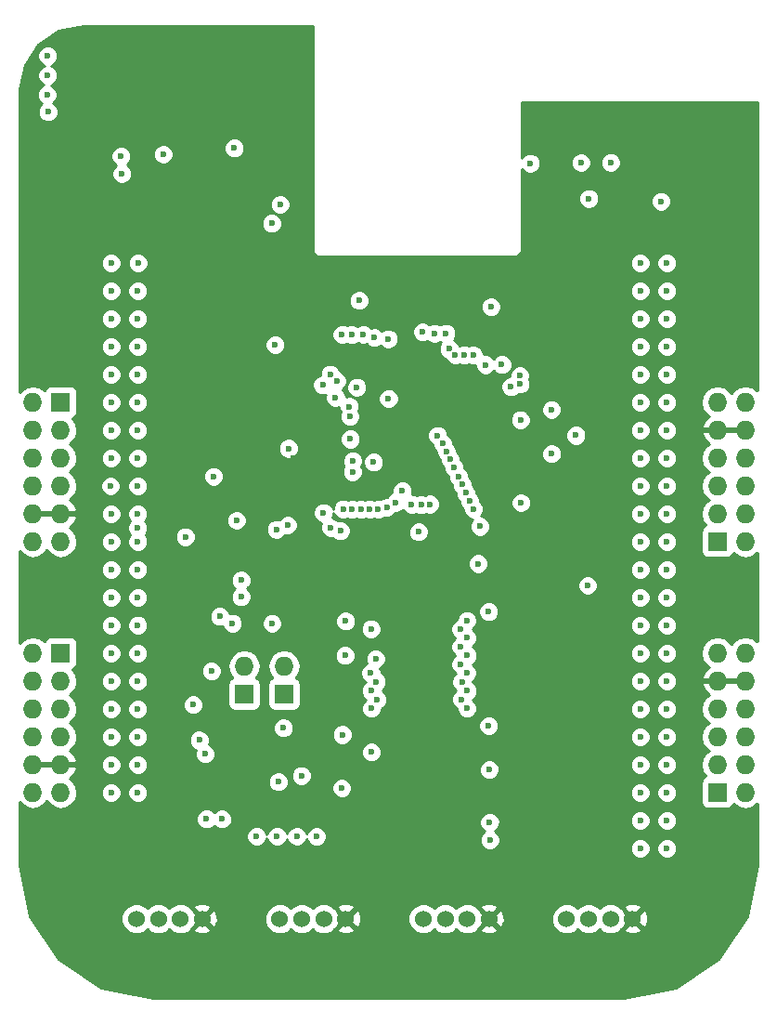
<source format=gbr>
G04 #@! TF.GenerationSoftware,KiCad,Pcbnew,(2017-08-02 revision 9760937)-master*
G04 #@! TF.CreationDate,2018-05-16T11:33:40-05:00*
G04 #@! TF.ProjectId,beagle-wire,626561676C652D776972652E6B696361,rev?*
G04 #@! TF.SameCoordinates,Original*
G04 #@! TF.FileFunction,Copper,L3,Inr,Plane*
G04 #@! TF.FilePolarity,Positive*
%FSLAX46Y46*%
G04 Gerber Fmt 4.6, Leading zero omitted, Abs format (unit mm)*
G04 Created by KiCad (PCBNEW (2017-08-02 revision 9760937)-master) date Wed May 16 11:33:40 2018*
%MOMM*%
%LPD*%
G01*
G04 APERTURE LIST*
%ADD10R,1.727200X1.727200*%
%ADD11O,1.727200X1.727200*%
%ADD12C,1.524000*%
%ADD13C,0.600000*%
%ADD14C,0.254000*%
G04 APERTURE END LIST*
D10*
X111817120Y-77597000D03*
D11*
X109277120Y-77597000D03*
X111817120Y-80137000D03*
X109277120Y-80137000D03*
X111817120Y-82677000D03*
X109277120Y-82677000D03*
X111817120Y-85217000D03*
X109277120Y-85217000D03*
X111817120Y-87757000D03*
X109277120Y-87757000D03*
X111817120Y-90297000D03*
X109277120Y-90297000D03*
D10*
X171718820Y-113157000D03*
D11*
X174258820Y-113157000D03*
X171718820Y-110617000D03*
X174258820Y-110617000D03*
X171718820Y-108077000D03*
X174258820Y-108077000D03*
X171718820Y-105537000D03*
X174258820Y-105537000D03*
X171718820Y-102997000D03*
X174258820Y-102997000D03*
X171718820Y-100457000D03*
X174258820Y-100457000D03*
D10*
X128560000Y-104200000D03*
D11*
X128560000Y-101660000D03*
D10*
X132190000Y-104200000D03*
D11*
X132190000Y-101660000D03*
D10*
X111817120Y-100457000D03*
D11*
X109277120Y-100457000D03*
X111817120Y-102997000D03*
X109277120Y-102997000D03*
X111817120Y-105537000D03*
X109277120Y-105537000D03*
X111817120Y-108077000D03*
X109277120Y-108077000D03*
X111817120Y-110617000D03*
X109277120Y-110617000D03*
X111817120Y-113157000D03*
X109277120Y-113157000D03*
D10*
X171718820Y-90297000D03*
D11*
X174258820Y-90297000D03*
X171718820Y-87757000D03*
X174258820Y-87757000D03*
X171718820Y-85217000D03*
X174258820Y-85217000D03*
X171718820Y-82677000D03*
X174258820Y-82677000D03*
X171718820Y-80137000D03*
X174258820Y-80137000D03*
X171718820Y-77597000D03*
X174258820Y-77597000D03*
D12*
X124732000Y-124680000D03*
X118732000Y-124680000D03*
X120732000Y-124680000D03*
X122732000Y-124680000D03*
X137813000Y-124680000D03*
X131813000Y-124680000D03*
X133813000Y-124680000D03*
X135813000Y-124680000D03*
X150894000Y-124680000D03*
X144894000Y-124680000D03*
X146894000Y-124680000D03*
X148894000Y-124680000D03*
X163975000Y-124680000D03*
X157975000Y-124680000D03*
X159975000Y-124680000D03*
X161975000Y-124680000D03*
D13*
X137502898Y-107899200D03*
X125122200Y-115593600D03*
X131495800Y-89192100D03*
X129692400Y-117170200D03*
X131546596Y-117157500D03*
X135166100Y-117182900D03*
X133362700Y-117170200D03*
X123190000Y-89877900D03*
X125552200Y-102108000D03*
X117398800Y-56794400D03*
X117322600Y-55181500D03*
X159880300Y-94310200D03*
X128262817Y-95360106D03*
X128278227Y-93827812D03*
X159270700Y-55778400D03*
X161975800Y-55765700D03*
X159990000Y-59050000D03*
X127860000Y-88380000D03*
X135710000Y-76040000D03*
X132600000Y-81820000D03*
X121170000Y-55020000D03*
X127660400Y-54457600D03*
X131089400Y-97764600D03*
X127482600Y-97764600D03*
X144459804Y-89418199D03*
X139037194Y-68340374D03*
X149897128Y-92318713D03*
X132130800Y-107289600D03*
X150848311Y-96690544D03*
X137439400Y-112776000D03*
X150859308Y-107090560D03*
X150893814Y-111090253D03*
X150951926Y-117504560D03*
X150944545Y-115887959D03*
X126517400Y-115595400D03*
X131058920Y-61320680D03*
X151058000Y-68920686D03*
X156591000Y-82311240D03*
X156583150Y-78292603D03*
X118846600Y-67462400D03*
X116408200Y-67462400D03*
X118846600Y-70002400D03*
X116408200Y-70002400D03*
X154643659Y-55844159D03*
X159969209Y-90754200D03*
X158800804Y-78054200D03*
X116509800Y-48844200D03*
X116523798Y-47204602D03*
X167106600Y-62382400D03*
X164668200Y-62382400D03*
X129362200Y-88138000D03*
X133070600Y-82745290D03*
X129082800Y-84251800D03*
X128790700Y-76479400D03*
X118846600Y-118262400D03*
X116408200Y-118262400D03*
X118846600Y-115722400D03*
X116408200Y-115722400D03*
X116408204Y-62382400D03*
X118872000Y-62382400D03*
X112356900Y-63220600D03*
X109816900Y-63195200D03*
X125691900Y-100850700D03*
X159943800Y-92760800D03*
X160660000Y-51070000D03*
X128998420Y-71612589D03*
X153438632Y-78071163D03*
X168950000Y-56600000D03*
X159840000Y-61930000D03*
X124400000Y-58280000D03*
X142793808Y-88798400D03*
X124678000Y-91527000D03*
X123973654Y-94518103D03*
X131495800Y-92379800D03*
X133070600Y-87782400D03*
X151053800Y-89916000D03*
X159969200Y-85166200D03*
X159969200Y-86690200D03*
X159979200Y-89204600D03*
X122936000Y-113233200D03*
X133629400Y-107289600D03*
X138959265Y-95845773D03*
X139172981Y-94665800D03*
X123331800Y-100569400D03*
X147409038Y-95504000D03*
X150139400Y-95453200D03*
X154000200Y-96951800D03*
X140130866Y-107089979D03*
X154432000Y-117525800D03*
X154432000Y-115722400D03*
X154406600Y-110896400D03*
X154406600Y-107086400D03*
X149148800Y-108686600D03*
X149174200Y-113487200D03*
X126396200Y-88188800D03*
X138049000Y-111074200D03*
X138049000Y-115900200D03*
X138074400Y-117500400D03*
X156687520Y-61264800D03*
X164261800Y-58831480D03*
X156961840Y-58861960D03*
X139176760Y-65852040D03*
X135752840Y-65852040D03*
X133334760Y-62417960D03*
X126832360Y-61320680D03*
X133380480Y-55981600D03*
X130510280Y-57368440D03*
X126227840Y-44668440D03*
X120655080Y-44668440D03*
X116504720Y-50520600D03*
X116504720Y-45567600D03*
X147563840Y-68828920D03*
X151481795Y-71120904D03*
X154137360Y-73896220D03*
X154800300Y-68163440D03*
X148228343Y-68142945D03*
X125755400Y-84366100D03*
X158806397Y-80630590D03*
X131377656Y-72381957D03*
X144800000Y-71210000D03*
X166560000Y-59310000D03*
X142982128Y-85670481D03*
X136990000Y-75670000D03*
X136391404Y-75067448D03*
X138140000Y-78010000D03*
X136890000Y-77190000D03*
X138243780Y-80970000D03*
X138170000Y-78910000D03*
X138430000Y-83950000D03*
X138450000Y-82940000D03*
X164668200Y-64922400D03*
X167106600Y-64922400D03*
X164668200Y-67462400D03*
X167106600Y-67462400D03*
X164668200Y-70002400D03*
X167106600Y-70002400D03*
X164668200Y-72542400D03*
X167106600Y-72542400D03*
X164668200Y-75082400D03*
X167106600Y-75082400D03*
X164668200Y-77622400D03*
X167106600Y-77622400D03*
X164668200Y-80162400D03*
X167106600Y-80162400D03*
X164668200Y-82702400D03*
X167106600Y-82702400D03*
X164668200Y-85242400D03*
X164668200Y-87782400D03*
X153716754Y-75965612D03*
X167106600Y-87782400D03*
X153691270Y-75166006D03*
X164668200Y-90322400D03*
X167106600Y-90322400D03*
X164668200Y-92862400D03*
X152874467Y-76204125D03*
X116370100Y-85242400D03*
X118846600Y-85242400D03*
X118846600Y-89065100D03*
X140360000Y-83070000D03*
X116408200Y-90322400D03*
X116408200Y-95402400D03*
X132537200Y-88798400D03*
X126314200Y-97129600D03*
X118846600Y-95402400D03*
X124459200Y-108402400D03*
X131673600Y-112204500D03*
X116408200Y-97942400D03*
X137325100Y-89331800D03*
X123888500Y-105181400D03*
X118846600Y-97929700D03*
X124993400Y-109664498D03*
X135788400Y-87680800D03*
X133769100Y-111645700D03*
X116408200Y-100482400D03*
X136444621Y-89050928D03*
X141719300Y-77292200D03*
X138820000Y-76260000D03*
X141693811Y-71832737D03*
X131830000Y-59590000D03*
X145483163Y-86901013D03*
X140150000Y-109490000D03*
X148760000Y-85870000D03*
X148290000Y-99890000D03*
X149110000Y-86620000D03*
X148860000Y-99090000D03*
X149470000Y-87370000D03*
X148290000Y-98300000D03*
X150053867Y-88928489D03*
X148866220Y-97500000D03*
X137587971Y-87349604D03*
X137798170Y-97555752D03*
X139187417Y-87392188D03*
X140120000Y-98270000D03*
X138387773Y-87367947D03*
X137750000Y-100690000D03*
X139987320Y-87378980D03*
X140540000Y-101000000D03*
X148430000Y-85110000D03*
X148890000Y-100690000D03*
X140787219Y-87365544D03*
X140110000Y-102290000D03*
X141566489Y-87184554D03*
X140600000Y-103090000D03*
X147720000Y-83590000D03*
X148850000Y-102280000D03*
X148080000Y-84360000D03*
X148320000Y-101490000D03*
X110672800Y-51152600D03*
X137480000Y-71440000D03*
X110572800Y-49592600D03*
X138380000Y-71480000D03*
X110642800Y-47832600D03*
X139420000Y-71440000D03*
X110642800Y-46042600D03*
X140420000Y-71730000D03*
X146200000Y-80650000D03*
X148880000Y-105500000D03*
X146650000Y-81370000D03*
X148380000Y-104690000D03*
X147000000Y-82100000D03*
X148900000Y-103910000D03*
X147360000Y-82830000D03*
X148410000Y-103090000D03*
X142357108Y-86759411D03*
X140120000Y-103890000D03*
X143822792Y-86924667D03*
X140680000Y-104700000D03*
X144683729Y-86931397D03*
X140150000Y-105510000D03*
X153798952Y-86775245D03*
X153747070Y-79216694D03*
X152046347Y-74187325D03*
X150563287Y-74202156D03*
X149470000Y-73310000D03*
X148640000Y-73300000D03*
X147813760Y-73293601D03*
X145898437Y-71337327D03*
X147236049Y-72740186D03*
X146953230Y-71332213D03*
X116408200Y-87782400D03*
X116408200Y-92862400D03*
X116408200Y-64922400D03*
X118872000Y-64922400D03*
X116408200Y-72542400D03*
X118846600Y-72542400D03*
X116408200Y-75082400D03*
X118846600Y-75082400D03*
X116408200Y-77622400D03*
X118846600Y-77622400D03*
X116408200Y-80162400D03*
X118846600Y-80162400D03*
X116408200Y-82702400D03*
X118846600Y-82702400D03*
X118846600Y-87782400D03*
X118846600Y-90322400D03*
X118846600Y-92862400D03*
X118846600Y-100482400D03*
X116408200Y-103022400D03*
X118846600Y-103022400D03*
X116408200Y-105562400D03*
X118846600Y-105562400D03*
X116408200Y-108102400D03*
X118846600Y-108102400D03*
X116408200Y-110642400D03*
X118846600Y-110642400D03*
X116408200Y-113182400D03*
X118846600Y-113182400D03*
X167106600Y-118262400D03*
X164668200Y-118262400D03*
X167106600Y-115722400D03*
X164668200Y-115722400D03*
X167106600Y-113182400D03*
X164668200Y-113182400D03*
X167106600Y-110642400D03*
X164668200Y-110642400D03*
X167106600Y-108102400D03*
X164668200Y-108102400D03*
X167106600Y-105562400D03*
X164668200Y-105562400D03*
X167106600Y-103022400D03*
X164668200Y-103022400D03*
X167106600Y-100482400D03*
X164668200Y-100482400D03*
X167106600Y-97942400D03*
X164668200Y-97942400D03*
X167106600Y-95402400D03*
X164668200Y-95402400D03*
X167106600Y-92862400D03*
X167106600Y-85242400D03*
D14*
G36*
X134783830Y-63723520D02*
X134832263Y-63967010D01*
X134970189Y-64173431D01*
X135176610Y-64311357D01*
X135420100Y-64359790D01*
X153200100Y-64359790D01*
X153443590Y-64311357D01*
X153650011Y-64173431D01*
X153787937Y-63967010D01*
X153836370Y-63723520D01*
X153836370Y-59235167D01*
X159054838Y-59235167D01*
X159196883Y-59578943D01*
X159459673Y-59842192D01*
X159803201Y-59984838D01*
X160175167Y-59985162D01*
X160518943Y-59843117D01*
X160782192Y-59580327D01*
X160817553Y-59495167D01*
X165624838Y-59495167D01*
X165766883Y-59838943D01*
X166029673Y-60102192D01*
X166373201Y-60244838D01*
X166745167Y-60245162D01*
X167088943Y-60103117D01*
X167352192Y-59840327D01*
X167494838Y-59496799D01*
X167495162Y-59124833D01*
X167353117Y-58781057D01*
X167090327Y-58517808D01*
X166746799Y-58375162D01*
X166374833Y-58374838D01*
X166031057Y-58516883D01*
X165767808Y-58779673D01*
X165625162Y-59123201D01*
X165624838Y-59495167D01*
X160817553Y-59495167D01*
X160924838Y-59236799D01*
X160925162Y-58864833D01*
X160783117Y-58521057D01*
X160520327Y-58257808D01*
X160176799Y-58115162D01*
X159804833Y-58114838D01*
X159461057Y-58256883D01*
X159197808Y-58519673D01*
X159055162Y-58863201D01*
X159054838Y-59235167D01*
X153836370Y-59235167D01*
X153836370Y-56338803D01*
X153850542Y-56373102D01*
X154113332Y-56636351D01*
X154456860Y-56778997D01*
X154828826Y-56779321D01*
X155172602Y-56637276D01*
X155435851Y-56374486D01*
X155578497Y-56030958D01*
X155578555Y-55963567D01*
X158335538Y-55963567D01*
X158477583Y-56307343D01*
X158740373Y-56570592D01*
X159083901Y-56713238D01*
X159455867Y-56713562D01*
X159799643Y-56571517D01*
X160062892Y-56308727D01*
X160205538Y-55965199D01*
X160205550Y-55950867D01*
X161040638Y-55950867D01*
X161182683Y-56294643D01*
X161445473Y-56557892D01*
X161789001Y-56700538D01*
X162160967Y-56700862D01*
X162504743Y-56558817D01*
X162767992Y-56296027D01*
X162910638Y-55952499D01*
X162910962Y-55580533D01*
X162768917Y-55236757D01*
X162506127Y-54973508D01*
X162162599Y-54830862D01*
X161790633Y-54830538D01*
X161446857Y-54972583D01*
X161183608Y-55235373D01*
X161040962Y-55578901D01*
X161040638Y-55950867D01*
X160205550Y-55950867D01*
X160205862Y-55593233D01*
X160063817Y-55249457D01*
X159801027Y-54986208D01*
X159457499Y-54843562D01*
X159085533Y-54843238D01*
X158741757Y-54985283D01*
X158478508Y-55248073D01*
X158335862Y-55591601D01*
X158335538Y-55963567D01*
X155578555Y-55963567D01*
X155578821Y-55658992D01*
X155436776Y-55315216D01*
X155173986Y-55051967D01*
X154830458Y-54909321D01*
X154458492Y-54908997D01*
X154114716Y-55051042D01*
X153851467Y-55313832D01*
X153836370Y-55350189D01*
X153836370Y-50318670D01*
X175340530Y-50318670D01*
X175340530Y-76540956D01*
X175318490Y-76507971D01*
X174832309Y-76183115D01*
X174258820Y-76069041D01*
X173685331Y-76183115D01*
X173199150Y-76507971D01*
X172988820Y-76822752D01*
X172778490Y-76507971D01*
X172292309Y-76183115D01*
X171718820Y-76069041D01*
X171145331Y-76183115D01*
X170659150Y-76507971D01*
X170334294Y-76994152D01*
X170220220Y-77567641D01*
X170220220Y-77626359D01*
X170334294Y-78199848D01*
X170659150Y-78686029D01*
X170929981Y-78866992D01*
X170511999Y-79248510D01*
X170263852Y-79777973D01*
X170384351Y-80010000D01*
X171591820Y-80010000D01*
X171591820Y-79990000D01*
X171845820Y-79990000D01*
X171845820Y-80010000D01*
X174131820Y-80010000D01*
X174131820Y-79990000D01*
X174385820Y-79990000D01*
X174385820Y-80010000D01*
X174405820Y-80010000D01*
X174405820Y-80264000D01*
X174385820Y-80264000D01*
X174385820Y-80284000D01*
X174131820Y-80284000D01*
X174131820Y-80264000D01*
X171845820Y-80264000D01*
X171845820Y-80284000D01*
X171591820Y-80284000D01*
X171591820Y-80264000D01*
X170384351Y-80264000D01*
X170263852Y-80496027D01*
X170511999Y-81025490D01*
X170929981Y-81407008D01*
X170659150Y-81587971D01*
X170334294Y-82074152D01*
X170220220Y-82647641D01*
X170220220Y-82706359D01*
X170334294Y-83279848D01*
X170659150Y-83766029D01*
X170929992Y-83947000D01*
X170659150Y-84127971D01*
X170334294Y-84614152D01*
X170220220Y-85187641D01*
X170220220Y-85246359D01*
X170334294Y-85819848D01*
X170659150Y-86306029D01*
X170929992Y-86487000D01*
X170659150Y-86667971D01*
X170334294Y-87154152D01*
X170220220Y-87727641D01*
X170220220Y-87786359D01*
X170334294Y-88359848D01*
X170646724Y-88827432D01*
X170607455Y-88835243D01*
X170397411Y-88975591D01*
X170257063Y-89185635D01*
X170207780Y-89433400D01*
X170207780Y-91160600D01*
X170257063Y-91408365D01*
X170397411Y-91618409D01*
X170607455Y-91758757D01*
X170855220Y-91808040D01*
X172582420Y-91808040D01*
X172830185Y-91758757D01*
X173040229Y-91618409D01*
X173180577Y-91408365D01*
X173188261Y-91369733D01*
X173199150Y-91386029D01*
X173685331Y-91710885D01*
X174258820Y-91824959D01*
X174832309Y-91710885D01*
X175318490Y-91386029D01*
X175340530Y-91353044D01*
X175340530Y-99400956D01*
X175318490Y-99367971D01*
X174832309Y-99043115D01*
X174258820Y-98929041D01*
X173685331Y-99043115D01*
X173199150Y-99367971D01*
X172988820Y-99682752D01*
X172778490Y-99367971D01*
X172292309Y-99043115D01*
X171718820Y-98929041D01*
X171145331Y-99043115D01*
X170659150Y-99367971D01*
X170334294Y-99854152D01*
X170220220Y-100427641D01*
X170220220Y-100486359D01*
X170334294Y-101059848D01*
X170659150Y-101546029D01*
X170929981Y-101726992D01*
X170511999Y-102108510D01*
X170263852Y-102637973D01*
X170384351Y-102870000D01*
X171591820Y-102870000D01*
X171591820Y-102850000D01*
X171845820Y-102850000D01*
X171845820Y-102870000D01*
X174131820Y-102870000D01*
X174131820Y-102850000D01*
X174385820Y-102850000D01*
X174385820Y-102870000D01*
X174405820Y-102870000D01*
X174405820Y-103124000D01*
X174385820Y-103124000D01*
X174385820Y-103144000D01*
X174131820Y-103144000D01*
X174131820Y-103124000D01*
X171845820Y-103124000D01*
X171845820Y-103144000D01*
X171591820Y-103144000D01*
X171591820Y-103124000D01*
X170384351Y-103124000D01*
X170263852Y-103356027D01*
X170511999Y-103885490D01*
X170929981Y-104267008D01*
X170659150Y-104447971D01*
X170334294Y-104934152D01*
X170220220Y-105507641D01*
X170220220Y-105566359D01*
X170334294Y-106139848D01*
X170659150Y-106626029D01*
X170929992Y-106807000D01*
X170659150Y-106987971D01*
X170334294Y-107474152D01*
X170220220Y-108047641D01*
X170220220Y-108106359D01*
X170334294Y-108679848D01*
X170659150Y-109166029D01*
X170929992Y-109347000D01*
X170659150Y-109527971D01*
X170334294Y-110014152D01*
X170220220Y-110587641D01*
X170220220Y-110646359D01*
X170334294Y-111219848D01*
X170646724Y-111687432D01*
X170607455Y-111695243D01*
X170397411Y-111835591D01*
X170257063Y-112045635D01*
X170207780Y-112293400D01*
X170207780Y-114020600D01*
X170257063Y-114268365D01*
X170397411Y-114478409D01*
X170607455Y-114618757D01*
X170855220Y-114668040D01*
X172582420Y-114668040D01*
X172830185Y-114618757D01*
X173040229Y-114478409D01*
X173180577Y-114268365D01*
X173188261Y-114229733D01*
X173199150Y-114246029D01*
X173685331Y-114570885D01*
X174258820Y-114684959D01*
X174832309Y-114570885D01*
X175318490Y-114246029D01*
X175340530Y-114213044D01*
X175340530Y-119794733D01*
X174410717Y-124469219D01*
X171798331Y-128378931D01*
X167888619Y-130991317D01*
X163213532Y-131921250D01*
X120227768Y-131921130D01*
X115553281Y-130991317D01*
X111643569Y-128378931D01*
X109356882Y-124956661D01*
X117334758Y-124956661D01*
X117546990Y-125470303D01*
X117939630Y-125863629D01*
X118452900Y-126076757D01*
X119008661Y-126077242D01*
X119522303Y-125865010D01*
X119732021Y-125655658D01*
X119939630Y-125863629D01*
X120452900Y-126076757D01*
X121008661Y-126077242D01*
X121522303Y-125865010D01*
X121732021Y-125655658D01*
X121939630Y-125863629D01*
X122452900Y-126076757D01*
X123008661Y-126077242D01*
X123522303Y-125865010D01*
X123727457Y-125660213D01*
X123931392Y-125660213D01*
X124000857Y-125902397D01*
X124524302Y-126089144D01*
X125079368Y-126061362D01*
X125463143Y-125902397D01*
X125532608Y-125660213D01*
X124732000Y-124859605D01*
X123931392Y-125660213D01*
X123727457Y-125660213D01*
X123915629Y-125472370D01*
X124026122Y-125206273D01*
X124552395Y-124680000D01*
X124911605Y-124680000D01*
X125712213Y-125480608D01*
X125954397Y-125411143D01*
X126116540Y-124956661D01*
X130415758Y-124956661D01*
X130627990Y-125470303D01*
X131020630Y-125863629D01*
X131533900Y-126076757D01*
X132089661Y-126077242D01*
X132603303Y-125865010D01*
X132813021Y-125655658D01*
X133020630Y-125863629D01*
X133533900Y-126076757D01*
X134089661Y-126077242D01*
X134603303Y-125865010D01*
X134813021Y-125655658D01*
X135020630Y-125863629D01*
X135533900Y-126076757D01*
X136089661Y-126077242D01*
X136603303Y-125865010D01*
X136808457Y-125660213D01*
X137012392Y-125660213D01*
X137081857Y-125902397D01*
X137605302Y-126089144D01*
X138160368Y-126061362D01*
X138544143Y-125902397D01*
X138613608Y-125660213D01*
X137813000Y-124859605D01*
X137012392Y-125660213D01*
X136808457Y-125660213D01*
X136996629Y-125472370D01*
X137107122Y-125206273D01*
X137633395Y-124680000D01*
X137992605Y-124680000D01*
X138793213Y-125480608D01*
X139035397Y-125411143D01*
X139197540Y-124956661D01*
X143496758Y-124956661D01*
X143708990Y-125470303D01*
X144101630Y-125863629D01*
X144614900Y-126076757D01*
X145170661Y-126077242D01*
X145684303Y-125865010D01*
X145894021Y-125655658D01*
X146101630Y-125863629D01*
X146614900Y-126076757D01*
X147170661Y-126077242D01*
X147684303Y-125865010D01*
X147894021Y-125655658D01*
X148101630Y-125863629D01*
X148614900Y-126076757D01*
X149170661Y-126077242D01*
X149684303Y-125865010D01*
X149889457Y-125660213D01*
X150093392Y-125660213D01*
X150162857Y-125902397D01*
X150686302Y-126089144D01*
X151241368Y-126061362D01*
X151625143Y-125902397D01*
X151694608Y-125660213D01*
X150894000Y-124859605D01*
X150093392Y-125660213D01*
X149889457Y-125660213D01*
X150077629Y-125472370D01*
X150188122Y-125206273D01*
X150714395Y-124680000D01*
X151073605Y-124680000D01*
X151874213Y-125480608D01*
X152116397Y-125411143D01*
X152278540Y-124956661D01*
X156577758Y-124956661D01*
X156789990Y-125470303D01*
X157182630Y-125863629D01*
X157695900Y-126076757D01*
X158251661Y-126077242D01*
X158765303Y-125865010D01*
X158975021Y-125655658D01*
X159182630Y-125863629D01*
X159695900Y-126076757D01*
X160251661Y-126077242D01*
X160765303Y-125865010D01*
X160975021Y-125655658D01*
X161182630Y-125863629D01*
X161695900Y-126076757D01*
X162251661Y-126077242D01*
X162765303Y-125865010D01*
X162970457Y-125660213D01*
X163174392Y-125660213D01*
X163243857Y-125902397D01*
X163767302Y-126089144D01*
X164322368Y-126061362D01*
X164706143Y-125902397D01*
X164775608Y-125660213D01*
X163975000Y-124859605D01*
X163174392Y-125660213D01*
X162970457Y-125660213D01*
X163158629Y-125472370D01*
X163269122Y-125206273D01*
X163795395Y-124680000D01*
X164154605Y-124680000D01*
X164955213Y-125480608D01*
X165197397Y-125411143D01*
X165384144Y-124887698D01*
X165356362Y-124332632D01*
X165197397Y-123948857D01*
X164955213Y-123879392D01*
X164154605Y-124680000D01*
X163795395Y-124680000D01*
X163269093Y-124153698D01*
X163160010Y-123889697D01*
X162970432Y-123699787D01*
X163174392Y-123699787D01*
X163975000Y-124500395D01*
X164775608Y-123699787D01*
X164706143Y-123457603D01*
X164182698Y-123270856D01*
X163627632Y-123298638D01*
X163243857Y-123457603D01*
X163174392Y-123699787D01*
X162970432Y-123699787D01*
X162767370Y-123496371D01*
X162254100Y-123283243D01*
X161698339Y-123282758D01*
X161184697Y-123494990D01*
X160974979Y-123704342D01*
X160767370Y-123496371D01*
X160254100Y-123283243D01*
X159698339Y-123282758D01*
X159184697Y-123494990D01*
X158974979Y-123704342D01*
X158767370Y-123496371D01*
X158254100Y-123283243D01*
X157698339Y-123282758D01*
X157184697Y-123494990D01*
X156791371Y-123887630D01*
X156578243Y-124400900D01*
X156577758Y-124956661D01*
X152278540Y-124956661D01*
X152303144Y-124887698D01*
X152275362Y-124332632D01*
X152116397Y-123948857D01*
X151874213Y-123879392D01*
X151073605Y-124680000D01*
X150714395Y-124680000D01*
X150188093Y-124153698D01*
X150079010Y-123889697D01*
X149889432Y-123699787D01*
X150093392Y-123699787D01*
X150894000Y-124500395D01*
X151694608Y-123699787D01*
X151625143Y-123457603D01*
X151101698Y-123270856D01*
X150546632Y-123298638D01*
X150162857Y-123457603D01*
X150093392Y-123699787D01*
X149889432Y-123699787D01*
X149686370Y-123496371D01*
X149173100Y-123283243D01*
X148617339Y-123282758D01*
X148103697Y-123494990D01*
X147893979Y-123704342D01*
X147686370Y-123496371D01*
X147173100Y-123283243D01*
X146617339Y-123282758D01*
X146103697Y-123494990D01*
X145893979Y-123704342D01*
X145686370Y-123496371D01*
X145173100Y-123283243D01*
X144617339Y-123282758D01*
X144103697Y-123494990D01*
X143710371Y-123887630D01*
X143497243Y-124400900D01*
X143496758Y-124956661D01*
X139197540Y-124956661D01*
X139222144Y-124887698D01*
X139194362Y-124332632D01*
X139035397Y-123948857D01*
X138793213Y-123879392D01*
X137992605Y-124680000D01*
X137633395Y-124680000D01*
X137107093Y-124153698D01*
X136998010Y-123889697D01*
X136808432Y-123699787D01*
X137012392Y-123699787D01*
X137813000Y-124500395D01*
X138613608Y-123699787D01*
X138544143Y-123457603D01*
X138020698Y-123270856D01*
X137465632Y-123298638D01*
X137081857Y-123457603D01*
X137012392Y-123699787D01*
X136808432Y-123699787D01*
X136605370Y-123496371D01*
X136092100Y-123283243D01*
X135536339Y-123282758D01*
X135022697Y-123494990D01*
X134812979Y-123704342D01*
X134605370Y-123496371D01*
X134092100Y-123283243D01*
X133536339Y-123282758D01*
X133022697Y-123494990D01*
X132812979Y-123704342D01*
X132605370Y-123496371D01*
X132092100Y-123283243D01*
X131536339Y-123282758D01*
X131022697Y-123494990D01*
X130629371Y-123887630D01*
X130416243Y-124400900D01*
X130415758Y-124956661D01*
X126116540Y-124956661D01*
X126141144Y-124887698D01*
X126113362Y-124332632D01*
X125954397Y-123948857D01*
X125712213Y-123879392D01*
X124911605Y-124680000D01*
X124552395Y-124680000D01*
X124026093Y-124153698D01*
X123917010Y-123889697D01*
X123727432Y-123699787D01*
X123931392Y-123699787D01*
X124732000Y-124500395D01*
X125532608Y-123699787D01*
X125463143Y-123457603D01*
X124939698Y-123270856D01*
X124384632Y-123298638D01*
X124000857Y-123457603D01*
X123931392Y-123699787D01*
X123727432Y-123699787D01*
X123524370Y-123496371D01*
X123011100Y-123283243D01*
X122455339Y-123282758D01*
X121941697Y-123494990D01*
X121731979Y-123704342D01*
X121524370Y-123496371D01*
X121011100Y-123283243D01*
X120455339Y-123282758D01*
X119941697Y-123494990D01*
X119731979Y-123704342D01*
X119524370Y-123496371D01*
X119011100Y-123283243D01*
X118455339Y-123282758D01*
X117941697Y-123494990D01*
X117548371Y-123887630D01*
X117335243Y-124400900D01*
X117334758Y-124956661D01*
X109356882Y-124956661D01*
X109031183Y-124469219D01*
X108101370Y-119794734D01*
X108101370Y-118447567D01*
X163733038Y-118447567D01*
X163875083Y-118791343D01*
X164137873Y-119054592D01*
X164481401Y-119197238D01*
X164853367Y-119197562D01*
X165197143Y-119055517D01*
X165460392Y-118792727D01*
X165603038Y-118449199D01*
X165603039Y-118447567D01*
X166171438Y-118447567D01*
X166313483Y-118791343D01*
X166576273Y-119054592D01*
X166919801Y-119197238D01*
X167291767Y-119197562D01*
X167635543Y-119055517D01*
X167898792Y-118792727D01*
X168041438Y-118449199D01*
X168041762Y-118077233D01*
X167899717Y-117733457D01*
X167636927Y-117470208D01*
X167293399Y-117327562D01*
X166921433Y-117327238D01*
X166577657Y-117469283D01*
X166314408Y-117732073D01*
X166171762Y-118075601D01*
X166171438Y-118447567D01*
X165603039Y-118447567D01*
X165603362Y-118077233D01*
X165461317Y-117733457D01*
X165198527Y-117470208D01*
X164854999Y-117327562D01*
X164483033Y-117327238D01*
X164139257Y-117469283D01*
X163876008Y-117732073D01*
X163733362Y-118075601D01*
X163733038Y-118447567D01*
X108101370Y-118447567D01*
X108101370Y-117355367D01*
X128757238Y-117355367D01*
X128899283Y-117699143D01*
X129162073Y-117962392D01*
X129505601Y-118105038D01*
X129877567Y-118105362D01*
X130221343Y-117963317D01*
X130484592Y-117700527D01*
X130622285Y-117368928D01*
X130753479Y-117686443D01*
X131016269Y-117949692D01*
X131359797Y-118092338D01*
X131731763Y-118092662D01*
X132075539Y-117950617D01*
X132338788Y-117687827D01*
X132452127Y-117414877D01*
X132569583Y-117699143D01*
X132832373Y-117962392D01*
X133175901Y-118105038D01*
X133547867Y-118105362D01*
X133891643Y-117963317D01*
X134154892Y-117700527D01*
X134261863Y-117442912D01*
X134372983Y-117711843D01*
X134635773Y-117975092D01*
X134979301Y-118117738D01*
X135351267Y-118118062D01*
X135695043Y-117976017D01*
X135958292Y-117713227D01*
X136100938Y-117369699D01*
X136101262Y-116997733D01*
X135959217Y-116653957D01*
X135696427Y-116390708D01*
X135352899Y-116248062D01*
X134980933Y-116247738D01*
X134637157Y-116389783D01*
X134373908Y-116652573D01*
X134266937Y-116910188D01*
X134155817Y-116641257D01*
X133893027Y-116378008D01*
X133549499Y-116235362D01*
X133177533Y-116235038D01*
X132833757Y-116377083D01*
X132570508Y-116639873D01*
X132457169Y-116912823D01*
X132339713Y-116628557D01*
X132076923Y-116365308D01*
X131733395Y-116222662D01*
X131361429Y-116222338D01*
X131017653Y-116364383D01*
X130754404Y-116627173D01*
X130616711Y-116958772D01*
X130485517Y-116641257D01*
X130222727Y-116378008D01*
X129879199Y-116235362D01*
X129507233Y-116235038D01*
X129163457Y-116377083D01*
X128900208Y-116639873D01*
X128757562Y-116983401D01*
X128757238Y-117355367D01*
X108101370Y-117355367D01*
X108101370Y-115778767D01*
X124187038Y-115778767D01*
X124329083Y-116122543D01*
X124591873Y-116385792D01*
X124935401Y-116528438D01*
X125307367Y-116528762D01*
X125651143Y-116386717D01*
X125818964Y-116219189D01*
X125987073Y-116387592D01*
X126330601Y-116530238D01*
X126702567Y-116530562D01*
X127046343Y-116388517D01*
X127309592Y-116125727D01*
X127331433Y-116073126D01*
X150009383Y-116073126D01*
X150151428Y-116416902D01*
X150414218Y-116680151D01*
X150456362Y-116697651D01*
X150422983Y-116711443D01*
X150159734Y-116974233D01*
X150017088Y-117317761D01*
X150016764Y-117689727D01*
X150158809Y-118033503D01*
X150421599Y-118296752D01*
X150765127Y-118439398D01*
X151137093Y-118439722D01*
X151480869Y-118297677D01*
X151744118Y-118034887D01*
X151886764Y-117691359D01*
X151887088Y-117319393D01*
X151745043Y-116975617D01*
X151482253Y-116712368D01*
X151440109Y-116694868D01*
X151473488Y-116681076D01*
X151736737Y-116418286D01*
X151879383Y-116074758D01*
X151879528Y-115907567D01*
X163733038Y-115907567D01*
X163875083Y-116251343D01*
X164137873Y-116514592D01*
X164481401Y-116657238D01*
X164853367Y-116657562D01*
X165197143Y-116515517D01*
X165460392Y-116252727D01*
X165603038Y-115909199D01*
X165603039Y-115907567D01*
X166171438Y-115907567D01*
X166313483Y-116251343D01*
X166576273Y-116514592D01*
X166919801Y-116657238D01*
X167291767Y-116657562D01*
X167635543Y-116515517D01*
X167898792Y-116252727D01*
X168041438Y-115909199D01*
X168041762Y-115537233D01*
X167899717Y-115193457D01*
X167636927Y-114930208D01*
X167293399Y-114787562D01*
X166921433Y-114787238D01*
X166577657Y-114929283D01*
X166314408Y-115192073D01*
X166171762Y-115535601D01*
X166171438Y-115907567D01*
X165603039Y-115907567D01*
X165603362Y-115537233D01*
X165461317Y-115193457D01*
X165198527Y-114930208D01*
X164854999Y-114787562D01*
X164483033Y-114787238D01*
X164139257Y-114929283D01*
X163876008Y-115192073D01*
X163733362Y-115535601D01*
X163733038Y-115907567D01*
X151879528Y-115907567D01*
X151879707Y-115702792D01*
X151737662Y-115359016D01*
X151474872Y-115095767D01*
X151131344Y-114953121D01*
X150759378Y-114952797D01*
X150415602Y-115094842D01*
X150152353Y-115357632D01*
X150009707Y-115701160D01*
X150009383Y-116073126D01*
X127331433Y-116073126D01*
X127452238Y-115782199D01*
X127452562Y-115410233D01*
X127310517Y-115066457D01*
X127047727Y-114803208D01*
X126704199Y-114660562D01*
X126332233Y-114660238D01*
X125988457Y-114802283D01*
X125820636Y-114969811D01*
X125652527Y-114801408D01*
X125308999Y-114658762D01*
X124937033Y-114658438D01*
X124593257Y-114800483D01*
X124330008Y-115063273D01*
X124187362Y-115406801D01*
X124187038Y-115778767D01*
X108101370Y-115778767D01*
X108101370Y-114072303D01*
X108217450Y-114246029D01*
X108703631Y-114570885D01*
X109277120Y-114684959D01*
X109850609Y-114570885D01*
X110336790Y-114246029D01*
X110547120Y-113931248D01*
X110757450Y-114246029D01*
X111243631Y-114570885D01*
X111817120Y-114684959D01*
X112390609Y-114570885D01*
X112876790Y-114246029D01*
X113201646Y-113759848D01*
X113279675Y-113367567D01*
X115473038Y-113367567D01*
X115615083Y-113711343D01*
X115877873Y-113974592D01*
X116221401Y-114117238D01*
X116593367Y-114117562D01*
X116937143Y-113975517D01*
X117200392Y-113712727D01*
X117343038Y-113369199D01*
X117343039Y-113367567D01*
X117911438Y-113367567D01*
X118053483Y-113711343D01*
X118316273Y-113974592D01*
X118659801Y-114117238D01*
X119031767Y-114117562D01*
X119375543Y-113975517D01*
X119638792Y-113712727D01*
X119781438Y-113369199D01*
X119781762Y-112997233D01*
X119639717Y-112653457D01*
X119376927Y-112390208D01*
X119375625Y-112389667D01*
X130738438Y-112389667D01*
X130880483Y-112733443D01*
X131143273Y-112996692D01*
X131486801Y-113139338D01*
X131858767Y-113139662D01*
X132202543Y-112997617D01*
X132239056Y-112961167D01*
X136504238Y-112961167D01*
X136646283Y-113304943D01*
X136909073Y-113568192D01*
X137252601Y-113710838D01*
X137624567Y-113711162D01*
X137968343Y-113569117D01*
X138170245Y-113367567D01*
X163733038Y-113367567D01*
X163875083Y-113711343D01*
X164137873Y-113974592D01*
X164481401Y-114117238D01*
X164853367Y-114117562D01*
X165197143Y-113975517D01*
X165460392Y-113712727D01*
X165603038Y-113369199D01*
X165603039Y-113367567D01*
X166171438Y-113367567D01*
X166313483Y-113711343D01*
X166576273Y-113974592D01*
X166919801Y-114117238D01*
X167291767Y-114117562D01*
X167635543Y-113975517D01*
X167898792Y-113712727D01*
X168041438Y-113369199D01*
X168041762Y-112997233D01*
X167899717Y-112653457D01*
X167636927Y-112390208D01*
X167293399Y-112247562D01*
X166921433Y-112247238D01*
X166577657Y-112389283D01*
X166314408Y-112652073D01*
X166171762Y-112995601D01*
X166171438Y-113367567D01*
X165603039Y-113367567D01*
X165603362Y-112997233D01*
X165461317Y-112653457D01*
X165198527Y-112390208D01*
X164854999Y-112247562D01*
X164483033Y-112247238D01*
X164139257Y-112389283D01*
X163876008Y-112652073D01*
X163733362Y-112995601D01*
X163733038Y-113367567D01*
X138170245Y-113367567D01*
X138231592Y-113306327D01*
X138374238Y-112962799D01*
X138374562Y-112590833D01*
X138232517Y-112247057D01*
X137969727Y-111983808D01*
X137626199Y-111841162D01*
X137254233Y-111840838D01*
X136910457Y-111982883D01*
X136647208Y-112245673D01*
X136504562Y-112589201D01*
X136504238Y-112961167D01*
X132239056Y-112961167D01*
X132465792Y-112734827D01*
X132608438Y-112391299D01*
X132608762Y-112019333D01*
X132530890Y-111830867D01*
X132833938Y-111830867D01*
X132975983Y-112174643D01*
X133238773Y-112437892D01*
X133582301Y-112580538D01*
X133954267Y-112580862D01*
X134298043Y-112438817D01*
X134561292Y-112176027D01*
X134703938Y-111832499D01*
X134704262Y-111460533D01*
X134627776Y-111275420D01*
X149958652Y-111275420D01*
X150100697Y-111619196D01*
X150363487Y-111882445D01*
X150707015Y-112025091D01*
X151078981Y-112025415D01*
X151422757Y-111883370D01*
X151686006Y-111620580D01*
X151828652Y-111277052D01*
X151828976Y-110905086D01*
X151796946Y-110827567D01*
X163733038Y-110827567D01*
X163875083Y-111171343D01*
X164137873Y-111434592D01*
X164481401Y-111577238D01*
X164853367Y-111577562D01*
X165197143Y-111435517D01*
X165460392Y-111172727D01*
X165603038Y-110829199D01*
X165603039Y-110827567D01*
X166171438Y-110827567D01*
X166313483Y-111171343D01*
X166576273Y-111434592D01*
X166919801Y-111577238D01*
X167291767Y-111577562D01*
X167635543Y-111435517D01*
X167898792Y-111172727D01*
X168041438Y-110829199D01*
X168041762Y-110457233D01*
X167899717Y-110113457D01*
X167636927Y-109850208D01*
X167293399Y-109707562D01*
X166921433Y-109707238D01*
X166577657Y-109849283D01*
X166314408Y-110112073D01*
X166171762Y-110455601D01*
X166171438Y-110827567D01*
X165603039Y-110827567D01*
X165603362Y-110457233D01*
X165461317Y-110113457D01*
X165198527Y-109850208D01*
X164854999Y-109707562D01*
X164483033Y-109707238D01*
X164139257Y-109849283D01*
X163876008Y-110112073D01*
X163733362Y-110455601D01*
X163733038Y-110827567D01*
X151796946Y-110827567D01*
X151686931Y-110561310D01*
X151424141Y-110298061D01*
X151080613Y-110155415D01*
X150708647Y-110155091D01*
X150364871Y-110297136D01*
X150101622Y-110559926D01*
X149958976Y-110903454D01*
X149958652Y-111275420D01*
X134627776Y-111275420D01*
X134562217Y-111116757D01*
X134299427Y-110853508D01*
X133955899Y-110710862D01*
X133583933Y-110710538D01*
X133240157Y-110852583D01*
X132976908Y-111115373D01*
X132834262Y-111458901D01*
X132833938Y-111830867D01*
X132530890Y-111830867D01*
X132466717Y-111675557D01*
X132203927Y-111412308D01*
X131860399Y-111269662D01*
X131488433Y-111269338D01*
X131144657Y-111411383D01*
X130881408Y-111674173D01*
X130738762Y-112017701D01*
X130738438Y-112389667D01*
X119375625Y-112389667D01*
X119033399Y-112247562D01*
X118661433Y-112247238D01*
X118317657Y-112389283D01*
X118054408Y-112652073D01*
X117911762Y-112995601D01*
X117911438Y-113367567D01*
X117343039Y-113367567D01*
X117343362Y-112997233D01*
X117201317Y-112653457D01*
X116938527Y-112390208D01*
X116594999Y-112247562D01*
X116223033Y-112247238D01*
X115879257Y-112389283D01*
X115616008Y-112652073D01*
X115473362Y-112995601D01*
X115473038Y-113367567D01*
X113279675Y-113367567D01*
X113315720Y-113186359D01*
X113315720Y-113127641D01*
X113201646Y-112554152D01*
X112876790Y-112067971D01*
X112605959Y-111887008D01*
X113023941Y-111505490D01*
X113272088Y-110976027D01*
X113194989Y-110827567D01*
X115473038Y-110827567D01*
X115615083Y-111171343D01*
X115877873Y-111434592D01*
X116221401Y-111577238D01*
X116593367Y-111577562D01*
X116937143Y-111435517D01*
X117200392Y-111172727D01*
X117343038Y-110829199D01*
X117343039Y-110827567D01*
X117911438Y-110827567D01*
X118053483Y-111171343D01*
X118316273Y-111434592D01*
X118659801Y-111577238D01*
X119031767Y-111577562D01*
X119375543Y-111435517D01*
X119638792Y-111172727D01*
X119781438Y-110829199D01*
X119781762Y-110457233D01*
X119639717Y-110113457D01*
X119376927Y-109850208D01*
X119033399Y-109707562D01*
X118661433Y-109707238D01*
X118317657Y-109849283D01*
X118054408Y-110112073D01*
X117911762Y-110455601D01*
X117911438Y-110827567D01*
X117343039Y-110827567D01*
X117343362Y-110457233D01*
X117201317Y-110113457D01*
X116938527Y-109850208D01*
X116594999Y-109707562D01*
X116223033Y-109707238D01*
X115879257Y-109849283D01*
X115616008Y-110112073D01*
X115473362Y-110455601D01*
X115473038Y-110827567D01*
X113194989Y-110827567D01*
X113151589Y-110744000D01*
X111944120Y-110744000D01*
X111944120Y-110764000D01*
X111690120Y-110764000D01*
X111690120Y-110744000D01*
X109404120Y-110744000D01*
X109404120Y-110764000D01*
X109150120Y-110764000D01*
X109150120Y-110744000D01*
X109130120Y-110744000D01*
X109130120Y-110490000D01*
X109150120Y-110490000D01*
X109150120Y-110470000D01*
X109404120Y-110470000D01*
X109404120Y-110490000D01*
X111690120Y-110490000D01*
X111690120Y-110470000D01*
X111944120Y-110470000D01*
X111944120Y-110490000D01*
X113151589Y-110490000D01*
X113272088Y-110257973D01*
X113023941Y-109728510D01*
X112605959Y-109346992D01*
X112876790Y-109166029D01*
X113201646Y-108679848D01*
X113279675Y-108287567D01*
X115473038Y-108287567D01*
X115615083Y-108631343D01*
X115877873Y-108894592D01*
X116221401Y-109037238D01*
X116593367Y-109037562D01*
X116937143Y-108895517D01*
X117200392Y-108632727D01*
X117343038Y-108289199D01*
X117343039Y-108287567D01*
X117911438Y-108287567D01*
X118053483Y-108631343D01*
X118316273Y-108894592D01*
X118659801Y-109037238D01*
X119031767Y-109037562D01*
X119375543Y-108895517D01*
X119638792Y-108632727D01*
X119657544Y-108587567D01*
X123524038Y-108587567D01*
X123666083Y-108931343D01*
X123928873Y-109194592D01*
X124139758Y-109282159D01*
X124058562Y-109477699D01*
X124058238Y-109849665D01*
X124200283Y-110193441D01*
X124463073Y-110456690D01*
X124806601Y-110599336D01*
X125178567Y-110599660D01*
X125522343Y-110457615D01*
X125785592Y-110194825D01*
X125928238Y-109851297D01*
X125928391Y-109675167D01*
X139214838Y-109675167D01*
X139356883Y-110018943D01*
X139619673Y-110282192D01*
X139963201Y-110424838D01*
X140335167Y-110425162D01*
X140678943Y-110283117D01*
X140942192Y-110020327D01*
X141084838Y-109676799D01*
X141085162Y-109304833D01*
X140943117Y-108961057D01*
X140680327Y-108697808D01*
X140336799Y-108555162D01*
X139964833Y-108554838D01*
X139621057Y-108696883D01*
X139357808Y-108959673D01*
X139215162Y-109303201D01*
X139214838Y-109675167D01*
X125928391Y-109675167D01*
X125928562Y-109479331D01*
X125786517Y-109135555D01*
X125523727Y-108872306D01*
X125312842Y-108784739D01*
X125394038Y-108589199D01*
X125394362Y-108217233D01*
X125252317Y-107873457D01*
X124989527Y-107610208D01*
X124663351Y-107474767D01*
X131195638Y-107474767D01*
X131337683Y-107818543D01*
X131600473Y-108081792D01*
X131944001Y-108224438D01*
X132315967Y-108224762D01*
X132655749Y-108084367D01*
X136567736Y-108084367D01*
X136709781Y-108428143D01*
X136972571Y-108691392D01*
X137316099Y-108834038D01*
X137688065Y-108834362D01*
X138031841Y-108692317D01*
X138295090Y-108429527D01*
X138354037Y-108287567D01*
X163733038Y-108287567D01*
X163875083Y-108631343D01*
X164137873Y-108894592D01*
X164481401Y-109037238D01*
X164853367Y-109037562D01*
X165197143Y-108895517D01*
X165460392Y-108632727D01*
X165603038Y-108289199D01*
X165603039Y-108287567D01*
X166171438Y-108287567D01*
X166313483Y-108631343D01*
X166576273Y-108894592D01*
X166919801Y-109037238D01*
X167291767Y-109037562D01*
X167635543Y-108895517D01*
X167898792Y-108632727D01*
X168041438Y-108289199D01*
X168041762Y-107917233D01*
X167899717Y-107573457D01*
X167636927Y-107310208D01*
X167293399Y-107167562D01*
X166921433Y-107167238D01*
X166577657Y-107309283D01*
X166314408Y-107572073D01*
X166171762Y-107915601D01*
X166171438Y-108287567D01*
X165603039Y-108287567D01*
X165603362Y-107917233D01*
X165461317Y-107573457D01*
X165198527Y-107310208D01*
X164854999Y-107167562D01*
X164483033Y-107167238D01*
X164139257Y-107309283D01*
X163876008Y-107572073D01*
X163733362Y-107915601D01*
X163733038Y-108287567D01*
X138354037Y-108287567D01*
X138437736Y-108085999D01*
X138438060Y-107714033D01*
X138296015Y-107370257D01*
X138201650Y-107275727D01*
X149924146Y-107275727D01*
X150066191Y-107619503D01*
X150328981Y-107882752D01*
X150672509Y-108025398D01*
X151044475Y-108025722D01*
X151388251Y-107883677D01*
X151651500Y-107620887D01*
X151794146Y-107277359D01*
X151794470Y-106905393D01*
X151652425Y-106561617D01*
X151389635Y-106298368D01*
X151046107Y-106155722D01*
X150674141Y-106155398D01*
X150330365Y-106297443D01*
X150067116Y-106560233D01*
X149924470Y-106903761D01*
X149924146Y-107275727D01*
X138201650Y-107275727D01*
X138033225Y-107107008D01*
X137689697Y-106964362D01*
X137317731Y-106964038D01*
X136973955Y-107106083D01*
X136710706Y-107368873D01*
X136568060Y-107712401D01*
X136567736Y-108084367D01*
X132655749Y-108084367D01*
X132659743Y-108082717D01*
X132922992Y-107819927D01*
X133065638Y-107476399D01*
X133065962Y-107104433D01*
X132923917Y-106760657D01*
X132661127Y-106497408D01*
X132317599Y-106354762D01*
X131945633Y-106354438D01*
X131601857Y-106496483D01*
X131338608Y-106759273D01*
X131195962Y-107102801D01*
X131195638Y-107474767D01*
X124663351Y-107474767D01*
X124645999Y-107467562D01*
X124274033Y-107467238D01*
X123930257Y-107609283D01*
X123667008Y-107872073D01*
X123524362Y-108215601D01*
X123524038Y-108587567D01*
X119657544Y-108587567D01*
X119781438Y-108289199D01*
X119781762Y-107917233D01*
X119639717Y-107573457D01*
X119376927Y-107310208D01*
X119033399Y-107167562D01*
X118661433Y-107167238D01*
X118317657Y-107309283D01*
X118054408Y-107572073D01*
X117911762Y-107915601D01*
X117911438Y-108287567D01*
X117343039Y-108287567D01*
X117343362Y-107917233D01*
X117201317Y-107573457D01*
X116938527Y-107310208D01*
X116594999Y-107167562D01*
X116223033Y-107167238D01*
X115879257Y-107309283D01*
X115616008Y-107572073D01*
X115473362Y-107915601D01*
X115473038Y-108287567D01*
X113279675Y-108287567D01*
X113315720Y-108106359D01*
X113315720Y-108047641D01*
X113201646Y-107474152D01*
X112876790Y-106987971D01*
X112605948Y-106807000D01*
X112876790Y-106626029D01*
X113201646Y-106139848D01*
X113279675Y-105747567D01*
X115473038Y-105747567D01*
X115615083Y-106091343D01*
X115877873Y-106354592D01*
X116221401Y-106497238D01*
X116593367Y-106497562D01*
X116937143Y-106355517D01*
X117200392Y-106092727D01*
X117343038Y-105749199D01*
X117343039Y-105747567D01*
X117911438Y-105747567D01*
X118053483Y-106091343D01*
X118316273Y-106354592D01*
X118659801Y-106497238D01*
X119031767Y-106497562D01*
X119375543Y-106355517D01*
X119638792Y-106092727D01*
X119781438Y-105749199D01*
X119781762Y-105377233D01*
X119777355Y-105366567D01*
X122953338Y-105366567D01*
X123095383Y-105710343D01*
X123358173Y-105973592D01*
X123701701Y-106116238D01*
X124073667Y-106116562D01*
X124417443Y-105974517D01*
X124680692Y-105711727D01*
X124823338Y-105368199D01*
X124823662Y-104996233D01*
X124681617Y-104652457D01*
X124418827Y-104389208D01*
X124075299Y-104246562D01*
X123703333Y-104246238D01*
X123359557Y-104388283D01*
X123096308Y-104651073D01*
X122953662Y-104994601D01*
X122953338Y-105366567D01*
X119777355Y-105366567D01*
X119639717Y-105033457D01*
X119376927Y-104770208D01*
X119033399Y-104627562D01*
X118661433Y-104627238D01*
X118317657Y-104769283D01*
X118054408Y-105032073D01*
X117911762Y-105375601D01*
X117911438Y-105747567D01*
X117343039Y-105747567D01*
X117343362Y-105377233D01*
X117201317Y-105033457D01*
X116938527Y-104770208D01*
X116594999Y-104627562D01*
X116223033Y-104627238D01*
X115879257Y-104769283D01*
X115616008Y-105032073D01*
X115473362Y-105375601D01*
X115473038Y-105747567D01*
X113279675Y-105747567D01*
X113315720Y-105566359D01*
X113315720Y-105507641D01*
X113201646Y-104934152D01*
X112876790Y-104447971D01*
X112605948Y-104267000D01*
X112876790Y-104086029D01*
X113201646Y-103599848D01*
X113279675Y-103207567D01*
X115473038Y-103207567D01*
X115615083Y-103551343D01*
X115877873Y-103814592D01*
X116221401Y-103957238D01*
X116593367Y-103957562D01*
X116937143Y-103815517D01*
X117200392Y-103552727D01*
X117343038Y-103209199D01*
X117343039Y-103207567D01*
X117911438Y-103207567D01*
X118053483Y-103551343D01*
X118316273Y-103814592D01*
X118659801Y-103957238D01*
X119031767Y-103957562D01*
X119375543Y-103815517D01*
X119638792Y-103552727D01*
X119728619Y-103336400D01*
X127048960Y-103336400D01*
X127048960Y-105063600D01*
X127098243Y-105311365D01*
X127238591Y-105521409D01*
X127448635Y-105661757D01*
X127696400Y-105711040D01*
X129423600Y-105711040D01*
X129671365Y-105661757D01*
X129881409Y-105521409D01*
X130021757Y-105311365D01*
X130071040Y-105063600D01*
X130071040Y-103336400D01*
X130678960Y-103336400D01*
X130678960Y-105063600D01*
X130728243Y-105311365D01*
X130868591Y-105521409D01*
X131078635Y-105661757D01*
X131326400Y-105711040D01*
X133053600Y-105711040D01*
X133301365Y-105661757D01*
X133511409Y-105521409D01*
X133651757Y-105311365D01*
X133701040Y-105063600D01*
X133701040Y-103336400D01*
X133651757Y-103088635D01*
X133511409Y-102878591D01*
X133301365Y-102738243D01*
X133262096Y-102730432D01*
X133432658Y-102475167D01*
X139174838Y-102475167D01*
X139316883Y-102818943D01*
X139579673Y-103082192D01*
X139603084Y-103091913D01*
X139591057Y-103096883D01*
X139327808Y-103359673D01*
X139185162Y-103703201D01*
X139184838Y-104075167D01*
X139326883Y-104418943D01*
X139589673Y-104682192D01*
X139647202Y-104706080D01*
X139621057Y-104716883D01*
X139357808Y-104979673D01*
X139215162Y-105323201D01*
X139214838Y-105695167D01*
X139356883Y-106038943D01*
X139619673Y-106302192D01*
X139963201Y-106444838D01*
X140335167Y-106445162D01*
X140678943Y-106303117D01*
X140942192Y-106040327D01*
X141084838Y-105696799D01*
X141084971Y-105544341D01*
X141208943Y-105493117D01*
X141472192Y-105230327D01*
X141614838Y-104886799D01*
X141615162Y-104514833D01*
X141473117Y-104171057D01*
X141210327Y-103907808D01*
X141135383Y-103876688D01*
X141392192Y-103620327D01*
X141534838Y-103276799D01*
X141535162Y-102904833D01*
X141393117Y-102561057D01*
X141130327Y-102297808D01*
X141045025Y-102262387D01*
X141045162Y-102104833D01*
X140938614Y-101846968D01*
X141068943Y-101793117D01*
X141332192Y-101530327D01*
X141474838Y-101186799D01*
X141475162Y-100814833D01*
X141333117Y-100471057D01*
X141070327Y-100207808D01*
X140726799Y-100065162D01*
X140354833Y-100064838D01*
X140011057Y-100206883D01*
X139747808Y-100469673D01*
X139605162Y-100813201D01*
X139604838Y-101185167D01*
X139711386Y-101443032D01*
X139581057Y-101496883D01*
X139317808Y-101759673D01*
X139175162Y-102103201D01*
X139174838Y-102475167D01*
X133432658Y-102475167D01*
X133574526Y-102262848D01*
X133688600Y-101689359D01*
X133688600Y-101630641D01*
X133574526Y-101057152D01*
X133452928Y-100875167D01*
X136814838Y-100875167D01*
X136956883Y-101218943D01*
X137219673Y-101482192D01*
X137563201Y-101624838D01*
X137935167Y-101625162D01*
X138278943Y-101483117D01*
X138542192Y-101220327D01*
X138684838Y-100876799D01*
X138685162Y-100504833D01*
X138543117Y-100161057D01*
X138280327Y-99897808D01*
X137936799Y-99755162D01*
X137564833Y-99754838D01*
X137221057Y-99896883D01*
X136957808Y-100159673D01*
X136815162Y-100503201D01*
X136814838Y-100875167D01*
X133452928Y-100875167D01*
X133249670Y-100570971D01*
X132763489Y-100246115D01*
X132190000Y-100132041D01*
X131616511Y-100246115D01*
X131130330Y-100570971D01*
X130805474Y-101057152D01*
X130691400Y-101630641D01*
X130691400Y-101689359D01*
X130805474Y-102262848D01*
X131117904Y-102730432D01*
X131078635Y-102738243D01*
X130868591Y-102878591D01*
X130728243Y-103088635D01*
X130678960Y-103336400D01*
X130071040Y-103336400D01*
X130021757Y-103088635D01*
X129881409Y-102878591D01*
X129671365Y-102738243D01*
X129632096Y-102730432D01*
X129944526Y-102262848D01*
X130058600Y-101689359D01*
X130058600Y-101630641D01*
X129944526Y-101057152D01*
X129619670Y-100570971D01*
X129133489Y-100246115D01*
X128560000Y-100132041D01*
X127986511Y-100246115D01*
X127500330Y-100570971D01*
X127175474Y-101057152D01*
X127061400Y-101630641D01*
X127061400Y-101689359D01*
X127175474Y-102262848D01*
X127487904Y-102730432D01*
X127448635Y-102738243D01*
X127238591Y-102878591D01*
X127098243Y-103088635D01*
X127048960Y-103336400D01*
X119728619Y-103336400D01*
X119781438Y-103209199D01*
X119781762Y-102837233D01*
X119639717Y-102493457D01*
X119439777Y-102293167D01*
X124617038Y-102293167D01*
X124759083Y-102636943D01*
X125021873Y-102900192D01*
X125365401Y-103042838D01*
X125737367Y-103043162D01*
X126081143Y-102901117D01*
X126344392Y-102638327D01*
X126487038Y-102294799D01*
X126487362Y-101922833D01*
X126345317Y-101579057D01*
X126082527Y-101315808D01*
X125738999Y-101173162D01*
X125367033Y-101172838D01*
X125023257Y-101314883D01*
X124760008Y-101577673D01*
X124617362Y-101921201D01*
X124617038Y-102293167D01*
X119439777Y-102293167D01*
X119376927Y-102230208D01*
X119033399Y-102087562D01*
X118661433Y-102087238D01*
X118317657Y-102229283D01*
X118054408Y-102492073D01*
X117911762Y-102835601D01*
X117911438Y-103207567D01*
X117343039Y-103207567D01*
X117343362Y-102837233D01*
X117201317Y-102493457D01*
X116938527Y-102230208D01*
X116594999Y-102087562D01*
X116223033Y-102087238D01*
X115879257Y-102229283D01*
X115616008Y-102492073D01*
X115473362Y-102835601D01*
X115473038Y-103207567D01*
X113279675Y-103207567D01*
X113315720Y-103026359D01*
X113315720Y-102967641D01*
X113201646Y-102394152D01*
X112889216Y-101926568D01*
X112928485Y-101918757D01*
X113138529Y-101778409D01*
X113278877Y-101568365D01*
X113328160Y-101320600D01*
X113328160Y-100667567D01*
X115473038Y-100667567D01*
X115615083Y-101011343D01*
X115877873Y-101274592D01*
X116221401Y-101417238D01*
X116593367Y-101417562D01*
X116937143Y-101275517D01*
X117200392Y-101012727D01*
X117343038Y-100669199D01*
X117343039Y-100667567D01*
X117911438Y-100667567D01*
X118053483Y-101011343D01*
X118316273Y-101274592D01*
X118659801Y-101417238D01*
X119031767Y-101417562D01*
X119375543Y-101275517D01*
X119638792Y-101012727D01*
X119781438Y-100669199D01*
X119781762Y-100297233D01*
X119639717Y-99953457D01*
X119376927Y-99690208D01*
X119033399Y-99547562D01*
X118661433Y-99547238D01*
X118317657Y-99689283D01*
X118054408Y-99952073D01*
X117911762Y-100295601D01*
X117911438Y-100667567D01*
X117343039Y-100667567D01*
X117343362Y-100297233D01*
X117201317Y-99953457D01*
X116938527Y-99690208D01*
X116594999Y-99547562D01*
X116223033Y-99547238D01*
X115879257Y-99689283D01*
X115616008Y-99952073D01*
X115473362Y-100295601D01*
X115473038Y-100667567D01*
X113328160Y-100667567D01*
X113328160Y-99593400D01*
X113278877Y-99345635D01*
X113138529Y-99135591D01*
X112928485Y-98995243D01*
X112680720Y-98945960D01*
X110953520Y-98945960D01*
X110705755Y-98995243D01*
X110495711Y-99135591D01*
X110355363Y-99345635D01*
X110347679Y-99384267D01*
X110336790Y-99367971D01*
X109850609Y-99043115D01*
X109277120Y-98929041D01*
X108703631Y-99043115D01*
X108217450Y-99367971D01*
X108101370Y-99541697D01*
X108101370Y-98127567D01*
X115473038Y-98127567D01*
X115615083Y-98471343D01*
X115877873Y-98734592D01*
X116221401Y-98877238D01*
X116593367Y-98877562D01*
X116937143Y-98735517D01*
X117200392Y-98472727D01*
X117343038Y-98129199D01*
X117343050Y-98114867D01*
X117911438Y-98114867D01*
X118053483Y-98458643D01*
X118316273Y-98721892D01*
X118659801Y-98864538D01*
X119031767Y-98864862D01*
X119375543Y-98722817D01*
X119638792Y-98460027D01*
X119781438Y-98116499D01*
X119781762Y-97744533D01*
X119639717Y-97400757D01*
X119553877Y-97314767D01*
X125379038Y-97314767D01*
X125521083Y-97658543D01*
X125783873Y-97921792D01*
X126127401Y-98064438D01*
X126499367Y-98064762D01*
X126581014Y-98031026D01*
X126689483Y-98293543D01*
X126952273Y-98556792D01*
X127295801Y-98699438D01*
X127667767Y-98699762D01*
X128011543Y-98557717D01*
X128274792Y-98294927D01*
X128417438Y-97951399D01*
X128417439Y-97949767D01*
X130154238Y-97949767D01*
X130296283Y-98293543D01*
X130559073Y-98556792D01*
X130902601Y-98699438D01*
X131274567Y-98699762D01*
X131618343Y-98557717D01*
X131881592Y-98294927D01*
X132024238Y-97951399D01*
X132024421Y-97740919D01*
X136863008Y-97740919D01*
X137005053Y-98084695D01*
X137267843Y-98347944D01*
X137611371Y-98490590D01*
X137983337Y-98490914D01*
X138069851Y-98455167D01*
X139184838Y-98455167D01*
X139326883Y-98798943D01*
X139589673Y-99062192D01*
X139933201Y-99204838D01*
X140305167Y-99205162D01*
X140648943Y-99063117D01*
X140912192Y-98800327D01*
X141043058Y-98485167D01*
X147354838Y-98485167D01*
X147496883Y-98828943D01*
X147759673Y-99092192D01*
X147766026Y-99094830D01*
X147761057Y-99096883D01*
X147497808Y-99359673D01*
X147355162Y-99703201D01*
X147354838Y-100075167D01*
X147496883Y-100418943D01*
X147759673Y-100682192D01*
X147793060Y-100696055D01*
X147791057Y-100696883D01*
X147527808Y-100959673D01*
X147385162Y-101303201D01*
X147384838Y-101675167D01*
X147526883Y-102018943D01*
X147789673Y-102282192D01*
X147864605Y-102313307D01*
X147617808Y-102559673D01*
X147475162Y-102903201D01*
X147474838Y-103275167D01*
X147616883Y-103618943D01*
X147879673Y-103882192D01*
X147883134Y-103883629D01*
X147851057Y-103896883D01*
X147587808Y-104159673D01*
X147445162Y-104503201D01*
X147444838Y-104875167D01*
X147586883Y-105218943D01*
X147849673Y-105482192D01*
X147944980Y-105521767D01*
X147944838Y-105685167D01*
X148086883Y-106028943D01*
X148349673Y-106292192D01*
X148693201Y-106434838D01*
X149065167Y-106435162D01*
X149408943Y-106293117D01*
X149672192Y-106030327D01*
X149789604Y-105747567D01*
X163733038Y-105747567D01*
X163875083Y-106091343D01*
X164137873Y-106354592D01*
X164481401Y-106497238D01*
X164853367Y-106497562D01*
X165197143Y-106355517D01*
X165460392Y-106092727D01*
X165603038Y-105749199D01*
X165603039Y-105747567D01*
X166171438Y-105747567D01*
X166313483Y-106091343D01*
X166576273Y-106354592D01*
X166919801Y-106497238D01*
X167291767Y-106497562D01*
X167635543Y-106355517D01*
X167898792Y-106092727D01*
X168041438Y-105749199D01*
X168041762Y-105377233D01*
X167899717Y-105033457D01*
X167636927Y-104770208D01*
X167293399Y-104627562D01*
X166921433Y-104627238D01*
X166577657Y-104769283D01*
X166314408Y-105032073D01*
X166171762Y-105375601D01*
X166171438Y-105747567D01*
X165603039Y-105747567D01*
X165603362Y-105377233D01*
X165461317Y-105033457D01*
X165198527Y-104770208D01*
X164854999Y-104627562D01*
X164483033Y-104627238D01*
X164139257Y-104769283D01*
X163876008Y-105032073D01*
X163733362Y-105375601D01*
X163733038Y-105747567D01*
X149789604Y-105747567D01*
X149814838Y-105686799D01*
X149815162Y-105314833D01*
X149673117Y-104971057D01*
X149412448Y-104709933D01*
X149428943Y-104703117D01*
X149692192Y-104440327D01*
X149834838Y-104096799D01*
X149835162Y-103724833D01*
X149693117Y-103381057D01*
X149519930Y-103207567D01*
X163733038Y-103207567D01*
X163875083Y-103551343D01*
X164137873Y-103814592D01*
X164481401Y-103957238D01*
X164853367Y-103957562D01*
X165197143Y-103815517D01*
X165460392Y-103552727D01*
X165603038Y-103209199D01*
X165603039Y-103207567D01*
X166171438Y-103207567D01*
X166313483Y-103551343D01*
X166576273Y-103814592D01*
X166919801Y-103957238D01*
X167291767Y-103957562D01*
X167635543Y-103815517D01*
X167898792Y-103552727D01*
X168041438Y-103209199D01*
X168041762Y-102837233D01*
X167899717Y-102493457D01*
X167636927Y-102230208D01*
X167293399Y-102087562D01*
X166921433Y-102087238D01*
X166577657Y-102229283D01*
X166314408Y-102492073D01*
X166171762Y-102835601D01*
X166171438Y-103207567D01*
X165603039Y-103207567D01*
X165603362Y-102837233D01*
X165461317Y-102493457D01*
X165198527Y-102230208D01*
X164854999Y-102087562D01*
X164483033Y-102087238D01*
X164139257Y-102229283D01*
X163876008Y-102492073D01*
X163733362Y-102835601D01*
X163733038Y-103207567D01*
X149519930Y-103207567D01*
X149430327Y-103117808D01*
X149350752Y-103084765D01*
X149378943Y-103073117D01*
X149642192Y-102810327D01*
X149784838Y-102466799D01*
X149785162Y-102094833D01*
X149643117Y-101751057D01*
X149388288Y-101495783D01*
X149418943Y-101483117D01*
X149682192Y-101220327D01*
X149824838Y-100876799D01*
X149825020Y-100667567D01*
X163733038Y-100667567D01*
X163875083Y-101011343D01*
X164137873Y-101274592D01*
X164481401Y-101417238D01*
X164853367Y-101417562D01*
X165197143Y-101275517D01*
X165460392Y-101012727D01*
X165603038Y-100669199D01*
X165603039Y-100667567D01*
X166171438Y-100667567D01*
X166313483Y-101011343D01*
X166576273Y-101274592D01*
X166919801Y-101417238D01*
X167291767Y-101417562D01*
X167635543Y-101275517D01*
X167898792Y-101012727D01*
X168041438Y-100669199D01*
X168041762Y-100297233D01*
X167899717Y-99953457D01*
X167636927Y-99690208D01*
X167293399Y-99547562D01*
X166921433Y-99547238D01*
X166577657Y-99689283D01*
X166314408Y-99952073D01*
X166171762Y-100295601D01*
X166171438Y-100667567D01*
X165603039Y-100667567D01*
X165603362Y-100297233D01*
X165461317Y-99953457D01*
X165198527Y-99690208D01*
X164854999Y-99547562D01*
X164483033Y-99547238D01*
X164139257Y-99689283D01*
X163876008Y-99952073D01*
X163733362Y-100295601D01*
X163733038Y-100667567D01*
X149825020Y-100667567D01*
X149825162Y-100504833D01*
X149683117Y-100161057D01*
X149420327Y-99897808D01*
X149386940Y-99883945D01*
X149388943Y-99883117D01*
X149652192Y-99620327D01*
X149794838Y-99276799D01*
X149795162Y-98904833D01*
X149653117Y-98561057D01*
X149390327Y-98297808D01*
X149387076Y-98296458D01*
X149395163Y-98293117D01*
X149561002Y-98127567D01*
X163733038Y-98127567D01*
X163875083Y-98471343D01*
X164137873Y-98734592D01*
X164481401Y-98877238D01*
X164853367Y-98877562D01*
X165197143Y-98735517D01*
X165460392Y-98472727D01*
X165603038Y-98129199D01*
X165603039Y-98127567D01*
X166171438Y-98127567D01*
X166313483Y-98471343D01*
X166576273Y-98734592D01*
X166919801Y-98877238D01*
X167291767Y-98877562D01*
X167635543Y-98735517D01*
X167898792Y-98472727D01*
X168041438Y-98129199D01*
X168041762Y-97757233D01*
X167899717Y-97413457D01*
X167636927Y-97150208D01*
X167293399Y-97007562D01*
X166921433Y-97007238D01*
X166577657Y-97149283D01*
X166314408Y-97412073D01*
X166171762Y-97755601D01*
X166171438Y-98127567D01*
X165603039Y-98127567D01*
X165603362Y-97757233D01*
X165461317Y-97413457D01*
X165198527Y-97150208D01*
X164854999Y-97007562D01*
X164483033Y-97007238D01*
X164139257Y-97149283D01*
X163876008Y-97412073D01*
X163733362Y-97755601D01*
X163733038Y-98127567D01*
X149561002Y-98127567D01*
X149658412Y-98030327D01*
X149801058Y-97686799D01*
X149801382Y-97314833D01*
X149659337Y-96971057D01*
X149564158Y-96875711D01*
X149913149Y-96875711D01*
X150055194Y-97219487D01*
X150317984Y-97482736D01*
X150661512Y-97625382D01*
X151033478Y-97625706D01*
X151377254Y-97483661D01*
X151640503Y-97220871D01*
X151783149Y-96877343D01*
X151783473Y-96505377D01*
X151641428Y-96161601D01*
X151378638Y-95898352D01*
X151035110Y-95755706D01*
X150663144Y-95755382D01*
X150319368Y-95897427D01*
X150056119Y-96160217D01*
X149913473Y-96503745D01*
X149913149Y-96875711D01*
X149564158Y-96875711D01*
X149396547Y-96707808D01*
X149053019Y-96565162D01*
X148681053Y-96564838D01*
X148337277Y-96706883D01*
X148074028Y-96969673D01*
X147931382Y-97313201D01*
X147931275Y-97436551D01*
X147761057Y-97506883D01*
X147497808Y-97769673D01*
X147355162Y-98113201D01*
X147354838Y-98485167D01*
X141043058Y-98485167D01*
X141054838Y-98456799D01*
X141055162Y-98084833D01*
X140913117Y-97741057D01*
X140650327Y-97477808D01*
X140306799Y-97335162D01*
X139934833Y-97334838D01*
X139591057Y-97476883D01*
X139327808Y-97739673D01*
X139185162Y-98083201D01*
X139184838Y-98455167D01*
X138069851Y-98455167D01*
X138327113Y-98348869D01*
X138590362Y-98086079D01*
X138733008Y-97742551D01*
X138733332Y-97370585D01*
X138591287Y-97026809D01*
X138328497Y-96763560D01*
X137984969Y-96620914D01*
X137613003Y-96620590D01*
X137269227Y-96762635D01*
X137005978Y-97025425D01*
X136863332Y-97368953D01*
X136863008Y-97740919D01*
X132024421Y-97740919D01*
X132024562Y-97579433D01*
X131882517Y-97235657D01*
X131619727Y-96972408D01*
X131276199Y-96829762D01*
X130904233Y-96829438D01*
X130560457Y-96971483D01*
X130297208Y-97234273D01*
X130154562Y-97577801D01*
X130154238Y-97949767D01*
X128417439Y-97949767D01*
X128417762Y-97579433D01*
X128275717Y-97235657D01*
X128012927Y-96972408D01*
X127669399Y-96829762D01*
X127297433Y-96829438D01*
X127215786Y-96863174D01*
X127107317Y-96600657D01*
X126844527Y-96337408D01*
X126500999Y-96194762D01*
X126129033Y-96194438D01*
X125785257Y-96336483D01*
X125522008Y-96599273D01*
X125379362Y-96942801D01*
X125379038Y-97314767D01*
X119553877Y-97314767D01*
X119376927Y-97137508D01*
X119033399Y-96994862D01*
X118661433Y-96994538D01*
X118317657Y-97136583D01*
X118054408Y-97399373D01*
X117911762Y-97742901D01*
X117911438Y-98114867D01*
X117343050Y-98114867D01*
X117343362Y-97757233D01*
X117201317Y-97413457D01*
X116938527Y-97150208D01*
X116594999Y-97007562D01*
X116223033Y-97007238D01*
X115879257Y-97149283D01*
X115616008Y-97412073D01*
X115473362Y-97755601D01*
X115473038Y-98127567D01*
X108101370Y-98127567D01*
X108101370Y-95587567D01*
X115473038Y-95587567D01*
X115615083Y-95931343D01*
X115877873Y-96194592D01*
X116221401Y-96337238D01*
X116593367Y-96337562D01*
X116937143Y-96195517D01*
X117200392Y-95932727D01*
X117343038Y-95589199D01*
X117343039Y-95587567D01*
X117911438Y-95587567D01*
X118053483Y-95931343D01*
X118316273Y-96194592D01*
X118659801Y-96337238D01*
X119031767Y-96337562D01*
X119375543Y-96195517D01*
X119638792Y-95932727D01*
X119781438Y-95589199D01*
X119781476Y-95545273D01*
X127327655Y-95545273D01*
X127469700Y-95889049D01*
X127732490Y-96152298D01*
X128076018Y-96294944D01*
X128447984Y-96295268D01*
X128791760Y-96153223D01*
X129055009Y-95890433D01*
X129180770Y-95587567D01*
X163733038Y-95587567D01*
X163875083Y-95931343D01*
X164137873Y-96194592D01*
X164481401Y-96337238D01*
X164853367Y-96337562D01*
X165197143Y-96195517D01*
X165460392Y-95932727D01*
X165603038Y-95589199D01*
X165603039Y-95587567D01*
X166171438Y-95587567D01*
X166313483Y-95931343D01*
X166576273Y-96194592D01*
X166919801Y-96337238D01*
X167291767Y-96337562D01*
X167635543Y-96195517D01*
X167898792Y-95932727D01*
X168041438Y-95589199D01*
X168041762Y-95217233D01*
X167899717Y-94873457D01*
X167636927Y-94610208D01*
X167293399Y-94467562D01*
X166921433Y-94467238D01*
X166577657Y-94609283D01*
X166314408Y-94872073D01*
X166171762Y-95215601D01*
X166171438Y-95587567D01*
X165603039Y-95587567D01*
X165603362Y-95217233D01*
X165461317Y-94873457D01*
X165198527Y-94610208D01*
X164854999Y-94467562D01*
X164483033Y-94467238D01*
X164139257Y-94609283D01*
X163876008Y-94872073D01*
X163733362Y-95215601D01*
X163733038Y-95587567D01*
X129180770Y-95587567D01*
X129197655Y-95546905D01*
X129197979Y-95174939D01*
X129055934Y-94831163D01*
X128826652Y-94601481D01*
X128932951Y-94495367D01*
X158945138Y-94495367D01*
X159087183Y-94839143D01*
X159349973Y-95102392D01*
X159693501Y-95245038D01*
X160065467Y-95245362D01*
X160409243Y-95103317D01*
X160672492Y-94840527D01*
X160815138Y-94496999D01*
X160815462Y-94125033D01*
X160673417Y-93781257D01*
X160410627Y-93518008D01*
X160067099Y-93375362D01*
X159695133Y-93375038D01*
X159351357Y-93517083D01*
X159088108Y-93779873D01*
X158945462Y-94123401D01*
X158945138Y-94495367D01*
X128932951Y-94495367D01*
X129070419Y-94358139D01*
X129213065Y-94014611D01*
X129213389Y-93642645D01*
X129071344Y-93298869D01*
X128808554Y-93035620D01*
X128465026Y-92892974D01*
X128093060Y-92892650D01*
X127749284Y-93034695D01*
X127486035Y-93297485D01*
X127343389Y-93641013D01*
X127343065Y-94012979D01*
X127485110Y-94356755D01*
X127714392Y-94586437D01*
X127470625Y-94829779D01*
X127327979Y-95173307D01*
X127327655Y-95545273D01*
X119781476Y-95545273D01*
X119781762Y-95217233D01*
X119639717Y-94873457D01*
X119376927Y-94610208D01*
X119033399Y-94467562D01*
X118661433Y-94467238D01*
X118317657Y-94609283D01*
X118054408Y-94872073D01*
X117911762Y-95215601D01*
X117911438Y-95587567D01*
X117343039Y-95587567D01*
X117343362Y-95217233D01*
X117201317Y-94873457D01*
X116938527Y-94610208D01*
X116594999Y-94467562D01*
X116223033Y-94467238D01*
X115879257Y-94609283D01*
X115616008Y-94872073D01*
X115473362Y-95215601D01*
X115473038Y-95587567D01*
X108101370Y-95587567D01*
X108101370Y-93047567D01*
X115473038Y-93047567D01*
X115615083Y-93391343D01*
X115877873Y-93654592D01*
X116221401Y-93797238D01*
X116593367Y-93797562D01*
X116937143Y-93655517D01*
X117200392Y-93392727D01*
X117343038Y-93049199D01*
X117343039Y-93047567D01*
X117911438Y-93047567D01*
X118053483Y-93391343D01*
X118316273Y-93654592D01*
X118659801Y-93797238D01*
X119031767Y-93797562D01*
X119375543Y-93655517D01*
X119638792Y-93392727D01*
X119781438Y-93049199D01*
X119781762Y-92677233D01*
X119710135Y-92503880D01*
X148961966Y-92503880D01*
X149104011Y-92847656D01*
X149366801Y-93110905D01*
X149710329Y-93253551D01*
X150082295Y-93253875D01*
X150426071Y-93111830D01*
X150490446Y-93047567D01*
X163733038Y-93047567D01*
X163875083Y-93391343D01*
X164137873Y-93654592D01*
X164481401Y-93797238D01*
X164853367Y-93797562D01*
X165197143Y-93655517D01*
X165460392Y-93392727D01*
X165603038Y-93049199D01*
X165603039Y-93047567D01*
X166171438Y-93047567D01*
X166313483Y-93391343D01*
X166576273Y-93654592D01*
X166919801Y-93797238D01*
X167291767Y-93797562D01*
X167635543Y-93655517D01*
X167898792Y-93392727D01*
X168041438Y-93049199D01*
X168041762Y-92677233D01*
X167899717Y-92333457D01*
X167636927Y-92070208D01*
X167293399Y-91927562D01*
X166921433Y-91927238D01*
X166577657Y-92069283D01*
X166314408Y-92332073D01*
X166171762Y-92675601D01*
X166171438Y-93047567D01*
X165603039Y-93047567D01*
X165603362Y-92677233D01*
X165461317Y-92333457D01*
X165198527Y-92070208D01*
X164854999Y-91927562D01*
X164483033Y-91927238D01*
X164139257Y-92069283D01*
X163876008Y-92332073D01*
X163733362Y-92675601D01*
X163733038Y-93047567D01*
X150490446Y-93047567D01*
X150689320Y-92849040D01*
X150831966Y-92505512D01*
X150832290Y-92133546D01*
X150690245Y-91789770D01*
X150427455Y-91526521D01*
X150083927Y-91383875D01*
X149711961Y-91383551D01*
X149368185Y-91525596D01*
X149104936Y-91788386D01*
X148962290Y-92131914D01*
X148961966Y-92503880D01*
X119710135Y-92503880D01*
X119639717Y-92333457D01*
X119376927Y-92070208D01*
X119033399Y-91927562D01*
X118661433Y-91927238D01*
X118317657Y-92069283D01*
X118054408Y-92332073D01*
X117911762Y-92675601D01*
X117911438Y-93047567D01*
X117343039Y-93047567D01*
X117343362Y-92677233D01*
X117201317Y-92333457D01*
X116938527Y-92070208D01*
X116594999Y-91927562D01*
X116223033Y-91927238D01*
X115879257Y-92069283D01*
X115616008Y-92332073D01*
X115473362Y-92675601D01*
X115473038Y-93047567D01*
X108101370Y-93047567D01*
X108101370Y-91212303D01*
X108217450Y-91386029D01*
X108703631Y-91710885D01*
X109277120Y-91824959D01*
X109850609Y-91710885D01*
X110336790Y-91386029D01*
X110547120Y-91071248D01*
X110757450Y-91386029D01*
X111243631Y-91710885D01*
X111817120Y-91824959D01*
X112390609Y-91710885D01*
X112876790Y-91386029D01*
X113201646Y-90899848D01*
X113279675Y-90507567D01*
X115473038Y-90507567D01*
X115615083Y-90851343D01*
X115877873Y-91114592D01*
X116221401Y-91257238D01*
X116593367Y-91257562D01*
X116937143Y-91115517D01*
X117200392Y-90852727D01*
X117343038Y-90509199D01*
X117343362Y-90137233D01*
X117201317Y-89793457D01*
X116938527Y-89530208D01*
X116594999Y-89387562D01*
X116223033Y-89387238D01*
X115879257Y-89529283D01*
X115616008Y-89792073D01*
X115473362Y-90135601D01*
X115473038Y-90507567D01*
X113279675Y-90507567D01*
X113315720Y-90326359D01*
X113315720Y-90267641D01*
X113201646Y-89694152D01*
X112876790Y-89207971D01*
X112605959Y-89027008D01*
X113023941Y-88645490D01*
X113272088Y-88116027D01*
X113194989Y-87967567D01*
X115473038Y-87967567D01*
X115615083Y-88311343D01*
X115877873Y-88574592D01*
X116221401Y-88717238D01*
X116593367Y-88717562D01*
X116937143Y-88575517D01*
X117200392Y-88312727D01*
X117343038Y-87969199D01*
X117343039Y-87967567D01*
X117911438Y-87967567D01*
X118053483Y-88311343D01*
X118165660Y-88423715D01*
X118054408Y-88534773D01*
X117911762Y-88878301D01*
X117911438Y-89250267D01*
X118053483Y-89594043D01*
X118152960Y-89693693D01*
X118054408Y-89792073D01*
X117911762Y-90135601D01*
X117911438Y-90507567D01*
X118053483Y-90851343D01*
X118316273Y-91114592D01*
X118659801Y-91257238D01*
X119031767Y-91257562D01*
X119375543Y-91115517D01*
X119638792Y-90852727D01*
X119781438Y-90509199D01*
X119781762Y-90137233D01*
X119751118Y-90063067D01*
X122254838Y-90063067D01*
X122396883Y-90406843D01*
X122659673Y-90670092D01*
X123003201Y-90812738D01*
X123375167Y-90813062D01*
X123718943Y-90671017D01*
X123882678Y-90507567D01*
X163733038Y-90507567D01*
X163875083Y-90851343D01*
X164137873Y-91114592D01*
X164481401Y-91257238D01*
X164853367Y-91257562D01*
X165197143Y-91115517D01*
X165460392Y-90852727D01*
X165603038Y-90509199D01*
X165603039Y-90507567D01*
X166171438Y-90507567D01*
X166313483Y-90851343D01*
X166576273Y-91114592D01*
X166919801Y-91257238D01*
X167291767Y-91257562D01*
X167635543Y-91115517D01*
X167898792Y-90852727D01*
X168041438Y-90509199D01*
X168041762Y-90137233D01*
X167899717Y-89793457D01*
X167636927Y-89530208D01*
X167293399Y-89387562D01*
X166921433Y-89387238D01*
X166577657Y-89529283D01*
X166314408Y-89792073D01*
X166171762Y-90135601D01*
X166171438Y-90507567D01*
X165603039Y-90507567D01*
X165603362Y-90137233D01*
X165461317Y-89793457D01*
X165198527Y-89530208D01*
X164854999Y-89387562D01*
X164483033Y-89387238D01*
X164139257Y-89529283D01*
X163876008Y-89792073D01*
X163733362Y-90135601D01*
X163733038Y-90507567D01*
X123882678Y-90507567D01*
X123982192Y-90408227D01*
X124124838Y-90064699D01*
X124125162Y-89692733D01*
X123994815Y-89377267D01*
X130560638Y-89377267D01*
X130702683Y-89721043D01*
X130965473Y-89984292D01*
X131309001Y-90126938D01*
X131680967Y-90127262D01*
X132024743Y-89985217D01*
X132287992Y-89722427D01*
X132293341Y-89709545D01*
X132350401Y-89733238D01*
X132722367Y-89733562D01*
X133066143Y-89591517D01*
X133329392Y-89328727D01*
X133472038Y-88985199D01*
X133472362Y-88613233D01*
X133330317Y-88269457D01*
X133067527Y-88006208D01*
X132729791Y-87865967D01*
X134853238Y-87865967D01*
X134995283Y-88209743D01*
X135258073Y-88472992D01*
X135601601Y-88615638D01*
X135612962Y-88615648D01*
X135509783Y-88864129D01*
X135509459Y-89236095D01*
X135651504Y-89579871D01*
X135914294Y-89843120D01*
X136257822Y-89985766D01*
X136629788Y-89986090D01*
X136649132Y-89978097D01*
X136794773Y-90123992D01*
X137138301Y-90266638D01*
X137510267Y-90266962D01*
X137854043Y-90124917D01*
X138117292Y-89862127D01*
X138224739Y-89603366D01*
X143524642Y-89603366D01*
X143666687Y-89947142D01*
X143929477Y-90210391D01*
X144273005Y-90353037D01*
X144644971Y-90353361D01*
X144988747Y-90211316D01*
X145251996Y-89948526D01*
X145394642Y-89604998D01*
X145394966Y-89233032D01*
X145252921Y-88889256D01*
X144990131Y-88626007D01*
X144646603Y-88483361D01*
X144274637Y-88483037D01*
X143930861Y-88625082D01*
X143667612Y-88887872D01*
X143524966Y-89231400D01*
X143524642Y-89603366D01*
X138224739Y-89603366D01*
X138259938Y-89518599D01*
X138260262Y-89146633D01*
X138118217Y-88802857D01*
X137855427Y-88539608D01*
X137511899Y-88396962D01*
X137139933Y-88396638D01*
X137120589Y-88404631D01*
X136974948Y-88258736D01*
X136631420Y-88116090D01*
X136620059Y-88116080D01*
X136723238Y-87867599D01*
X136723379Y-87705564D01*
X136794854Y-87878547D01*
X137057644Y-88141796D01*
X137401172Y-88284442D01*
X137773138Y-88284766D01*
X137965834Y-88205146D01*
X138200974Y-88302785D01*
X138572940Y-88303109D01*
X138758437Y-88226463D01*
X139000618Y-88327026D01*
X139372584Y-88327350D01*
X139603416Y-88231972D01*
X139800521Y-88313818D01*
X140172487Y-88314142D01*
X140403592Y-88218652D01*
X140600420Y-88300382D01*
X140972386Y-88300706D01*
X141316162Y-88158661D01*
X141362606Y-88112298D01*
X141379690Y-88119392D01*
X141751656Y-88119716D01*
X142095432Y-87977671D01*
X142358681Y-87714881D01*
X142367177Y-87694420D01*
X142542275Y-87694573D01*
X142886051Y-87552528D01*
X143016670Y-87422136D01*
X143029675Y-87453610D01*
X143292465Y-87716859D01*
X143635993Y-87859505D01*
X144007959Y-87859829D01*
X144245316Y-87761755D01*
X144496930Y-87866235D01*
X144868896Y-87866559D01*
X145120226Y-87762712D01*
X145296364Y-87835851D01*
X145668330Y-87836175D01*
X146012106Y-87694130D01*
X146275355Y-87431340D01*
X146418001Y-87087812D01*
X146418325Y-86715846D01*
X146276280Y-86372070D01*
X146013490Y-86108821D01*
X145669962Y-85966175D01*
X145297996Y-85965851D01*
X145046666Y-86069698D01*
X144870528Y-85996559D01*
X144498562Y-85996235D01*
X144261205Y-86094309D01*
X144009591Y-85989829D01*
X143861980Y-85989700D01*
X143916966Y-85857280D01*
X143917290Y-85485314D01*
X143775245Y-85141538D01*
X143512455Y-84878289D01*
X143168927Y-84735643D01*
X142796961Y-84735319D01*
X142453185Y-84877364D01*
X142189936Y-85140154D01*
X142047290Y-85483682D01*
X142046966Y-85855648D01*
X142054109Y-85872936D01*
X141828165Y-85966294D01*
X141564916Y-86229084D01*
X141556420Y-86249545D01*
X141381322Y-86249392D01*
X141037546Y-86391437D01*
X140991102Y-86437800D01*
X140974018Y-86430706D01*
X140602052Y-86430382D01*
X140370947Y-86525872D01*
X140174119Y-86444142D01*
X139802153Y-86443818D01*
X139571321Y-86539196D01*
X139374216Y-86457350D01*
X139002250Y-86457026D01*
X138816753Y-86533672D01*
X138574572Y-86433109D01*
X138202606Y-86432785D01*
X138009910Y-86512405D01*
X137774770Y-86414766D01*
X137402804Y-86414442D01*
X137059028Y-86556487D01*
X136795779Y-86819277D01*
X136653133Y-87162805D01*
X136652992Y-87324840D01*
X136581517Y-87151857D01*
X136318727Y-86888608D01*
X135975199Y-86745962D01*
X135603233Y-86745638D01*
X135259457Y-86887683D01*
X134996208Y-87150473D01*
X134853562Y-87494001D01*
X134853238Y-87865967D01*
X132729791Y-87865967D01*
X132723999Y-87863562D01*
X132352033Y-87863238D01*
X132008257Y-88005283D01*
X131745008Y-88268073D01*
X131739659Y-88280955D01*
X131682599Y-88257262D01*
X131310633Y-88256938D01*
X130966857Y-88398983D01*
X130703608Y-88661773D01*
X130560962Y-89005301D01*
X130560638Y-89377267D01*
X123994815Y-89377267D01*
X123983117Y-89348957D01*
X123720327Y-89085708D01*
X123376799Y-88943062D01*
X123004833Y-88942738D01*
X122661057Y-89084783D01*
X122397808Y-89347573D01*
X122255162Y-89691101D01*
X122254838Y-90063067D01*
X119751118Y-90063067D01*
X119639717Y-89793457D01*
X119540240Y-89693807D01*
X119638792Y-89595427D01*
X119781438Y-89251899D01*
X119781762Y-88879933D01*
X119651704Y-88565167D01*
X126924838Y-88565167D01*
X127066883Y-88908943D01*
X127329673Y-89172192D01*
X127673201Y-89314838D01*
X128045167Y-89315162D01*
X128388943Y-89173117D01*
X128652192Y-88910327D01*
X128794838Y-88566799D01*
X128795162Y-88194833D01*
X128653117Y-87851057D01*
X128390327Y-87587808D01*
X128046799Y-87445162D01*
X127674833Y-87444838D01*
X127331057Y-87586883D01*
X127067808Y-87849673D01*
X126925162Y-88193201D01*
X126924838Y-88565167D01*
X119651704Y-88565167D01*
X119639717Y-88536157D01*
X119527540Y-88423785D01*
X119638792Y-88312727D01*
X119781438Y-87969199D01*
X119781762Y-87597233D01*
X119639717Y-87253457D01*
X119376927Y-86990208D01*
X119033399Y-86847562D01*
X118661433Y-86847238D01*
X118317657Y-86989283D01*
X118054408Y-87252073D01*
X117911762Y-87595601D01*
X117911438Y-87967567D01*
X117343039Y-87967567D01*
X117343362Y-87597233D01*
X117201317Y-87253457D01*
X116938527Y-86990208D01*
X116594999Y-86847562D01*
X116223033Y-86847238D01*
X115879257Y-86989283D01*
X115616008Y-87252073D01*
X115473362Y-87595601D01*
X115473038Y-87967567D01*
X113194989Y-87967567D01*
X113151589Y-87884000D01*
X111944120Y-87884000D01*
X111944120Y-87904000D01*
X111690120Y-87904000D01*
X111690120Y-87884000D01*
X109404120Y-87884000D01*
X109404120Y-87904000D01*
X109150120Y-87904000D01*
X109150120Y-87884000D01*
X109130120Y-87884000D01*
X109130120Y-87630000D01*
X109150120Y-87630000D01*
X109150120Y-87610000D01*
X109404120Y-87610000D01*
X109404120Y-87630000D01*
X111690120Y-87630000D01*
X111690120Y-87610000D01*
X111944120Y-87610000D01*
X111944120Y-87630000D01*
X113151589Y-87630000D01*
X113272088Y-87397973D01*
X113023941Y-86868510D01*
X112605959Y-86486992D01*
X112876790Y-86306029D01*
X113201646Y-85819848D01*
X113279675Y-85427567D01*
X115434938Y-85427567D01*
X115576983Y-85771343D01*
X115839773Y-86034592D01*
X116183301Y-86177238D01*
X116555267Y-86177562D01*
X116899043Y-86035517D01*
X117162292Y-85772727D01*
X117304938Y-85429199D01*
X117304939Y-85427567D01*
X117911438Y-85427567D01*
X118053483Y-85771343D01*
X118316273Y-86034592D01*
X118659801Y-86177238D01*
X119031767Y-86177562D01*
X119375543Y-86035517D01*
X119638792Y-85772727D01*
X119781438Y-85429199D01*
X119781762Y-85057233D01*
X119639717Y-84713457D01*
X119477810Y-84551267D01*
X124820238Y-84551267D01*
X124962283Y-84895043D01*
X125225073Y-85158292D01*
X125568601Y-85300938D01*
X125940567Y-85301262D01*
X126284343Y-85159217D01*
X126547592Y-84896427D01*
X126690238Y-84552899D01*
X126690562Y-84180933D01*
X126671652Y-84135167D01*
X137494838Y-84135167D01*
X137636883Y-84478943D01*
X137899673Y-84742192D01*
X138243201Y-84884838D01*
X138615167Y-84885162D01*
X138958943Y-84743117D01*
X139222192Y-84480327D01*
X139364838Y-84136799D01*
X139365162Y-83764833D01*
X139242835Y-83468778D01*
X139331534Y-83255167D01*
X139424838Y-83255167D01*
X139566883Y-83598943D01*
X139829673Y-83862192D01*
X140173201Y-84004838D01*
X140545167Y-84005162D01*
X140888943Y-83863117D01*
X141152192Y-83600327D01*
X141294838Y-83256799D01*
X141295162Y-82884833D01*
X141153117Y-82541057D01*
X140890327Y-82277808D01*
X140546799Y-82135162D01*
X140174833Y-82134838D01*
X139831057Y-82276883D01*
X139567808Y-82539673D01*
X139425162Y-82883201D01*
X139424838Y-83255167D01*
X139331534Y-83255167D01*
X139384838Y-83126799D01*
X139385162Y-82754833D01*
X139243117Y-82411057D01*
X138980327Y-82147808D01*
X138636799Y-82005162D01*
X138264833Y-82004838D01*
X137921057Y-82146883D01*
X137657808Y-82409673D01*
X137515162Y-82753201D01*
X137514838Y-83125167D01*
X137637165Y-83421222D01*
X137495162Y-83763201D01*
X137494838Y-84135167D01*
X126671652Y-84135167D01*
X126548517Y-83837157D01*
X126285727Y-83573908D01*
X125942199Y-83431262D01*
X125570233Y-83430938D01*
X125226457Y-83572983D01*
X124963208Y-83835773D01*
X124820562Y-84179301D01*
X124820238Y-84551267D01*
X119477810Y-84551267D01*
X119376927Y-84450208D01*
X119033399Y-84307562D01*
X118661433Y-84307238D01*
X118317657Y-84449283D01*
X118054408Y-84712073D01*
X117911762Y-85055601D01*
X117911438Y-85427567D01*
X117304939Y-85427567D01*
X117305262Y-85057233D01*
X117163217Y-84713457D01*
X116900427Y-84450208D01*
X116556899Y-84307562D01*
X116184933Y-84307238D01*
X115841157Y-84449283D01*
X115577908Y-84712073D01*
X115435262Y-85055601D01*
X115434938Y-85427567D01*
X113279675Y-85427567D01*
X113315720Y-85246359D01*
X113315720Y-85187641D01*
X113201646Y-84614152D01*
X112876790Y-84127971D01*
X112605948Y-83947000D01*
X112876790Y-83766029D01*
X113201646Y-83279848D01*
X113279675Y-82887567D01*
X115473038Y-82887567D01*
X115615083Y-83231343D01*
X115877873Y-83494592D01*
X116221401Y-83637238D01*
X116593367Y-83637562D01*
X116937143Y-83495517D01*
X117200392Y-83232727D01*
X117343038Y-82889199D01*
X117343039Y-82887567D01*
X117911438Y-82887567D01*
X118053483Y-83231343D01*
X118316273Y-83494592D01*
X118659801Y-83637238D01*
X119031767Y-83637562D01*
X119375543Y-83495517D01*
X119638792Y-83232727D01*
X119781438Y-82889199D01*
X119781762Y-82517233D01*
X119639717Y-82173457D01*
X119471721Y-82005167D01*
X131664838Y-82005167D01*
X131806883Y-82348943D01*
X132069673Y-82612192D01*
X132413201Y-82754838D01*
X132785167Y-82755162D01*
X133128943Y-82613117D01*
X133392192Y-82350327D01*
X133534838Y-82006799D01*
X133535162Y-81634833D01*
X133393117Y-81291057D01*
X133257464Y-81155167D01*
X137308618Y-81155167D01*
X137450663Y-81498943D01*
X137713453Y-81762192D01*
X138056981Y-81904838D01*
X138428947Y-81905162D01*
X138772723Y-81763117D01*
X139035972Y-81500327D01*
X139178618Y-81156799D01*
X139178898Y-80835167D01*
X145264838Y-80835167D01*
X145406883Y-81178943D01*
X145669673Y-81442192D01*
X145714920Y-81460980D01*
X145714838Y-81555167D01*
X145856883Y-81898943D01*
X146064993Y-82107416D01*
X146064838Y-82285167D01*
X146206883Y-82628943D01*
X146424984Y-82847425D01*
X146424838Y-83015167D01*
X146566883Y-83358943D01*
X146785010Y-83577451D01*
X146784838Y-83775167D01*
X146926883Y-84118943D01*
X147145019Y-84337460D01*
X147144838Y-84545167D01*
X147286883Y-84888943D01*
X147495010Y-85097434D01*
X147494838Y-85295167D01*
X147636883Y-85638943D01*
X147825036Y-85827425D01*
X147824838Y-86055167D01*
X147966883Y-86398943D01*
X148175010Y-86607434D01*
X148174838Y-86805167D01*
X148316883Y-87148943D01*
X148535002Y-87367442D01*
X148534838Y-87555167D01*
X148676883Y-87898943D01*
X148939673Y-88162192D01*
X149283201Y-88304838D01*
X149355099Y-88304901D01*
X149261675Y-88398162D01*
X149119029Y-88741690D01*
X149118705Y-89113656D01*
X149260750Y-89457432D01*
X149523540Y-89720681D01*
X149867068Y-89863327D01*
X150239034Y-89863651D01*
X150582810Y-89721606D01*
X150846059Y-89458816D01*
X150988705Y-89115288D01*
X150989029Y-88743322D01*
X150846984Y-88399546D01*
X150584194Y-88136297D01*
X150240666Y-87993651D01*
X150168768Y-87993588D01*
X150194834Y-87967567D01*
X163733038Y-87967567D01*
X163875083Y-88311343D01*
X164137873Y-88574592D01*
X164481401Y-88717238D01*
X164853367Y-88717562D01*
X165197143Y-88575517D01*
X165460392Y-88312727D01*
X165603038Y-87969199D01*
X165603039Y-87967567D01*
X166171438Y-87967567D01*
X166313483Y-88311343D01*
X166576273Y-88574592D01*
X166919801Y-88717238D01*
X167291767Y-88717562D01*
X167635543Y-88575517D01*
X167898792Y-88312727D01*
X168041438Y-87969199D01*
X168041762Y-87597233D01*
X167899717Y-87253457D01*
X167636927Y-86990208D01*
X167293399Y-86847562D01*
X166921433Y-86847238D01*
X166577657Y-86989283D01*
X166314408Y-87252073D01*
X166171762Y-87595601D01*
X166171438Y-87967567D01*
X165603039Y-87967567D01*
X165603362Y-87597233D01*
X165461317Y-87253457D01*
X165198527Y-86990208D01*
X164854999Y-86847562D01*
X164483033Y-86847238D01*
X164139257Y-86989283D01*
X163876008Y-87252073D01*
X163733362Y-87595601D01*
X163733038Y-87967567D01*
X150194834Y-87967567D01*
X150262192Y-87900327D01*
X150404838Y-87556799D01*
X150405162Y-87184833D01*
X150312434Y-86960412D01*
X152863790Y-86960412D01*
X153005835Y-87304188D01*
X153268625Y-87567437D01*
X153612153Y-87710083D01*
X153984119Y-87710407D01*
X154327895Y-87568362D01*
X154591144Y-87305572D01*
X154733790Y-86962044D01*
X154734114Y-86590078D01*
X154592069Y-86246302D01*
X154329279Y-85983053D01*
X153985751Y-85840407D01*
X153613785Y-85840083D01*
X153270009Y-85982128D01*
X153006760Y-86244918D01*
X152864114Y-86588446D01*
X152863790Y-86960412D01*
X150312434Y-86960412D01*
X150263117Y-86841057D01*
X150044998Y-86622558D01*
X150045162Y-86434833D01*
X149903117Y-86091057D01*
X149694990Y-85882566D01*
X149695162Y-85684833D01*
X149588863Y-85427567D01*
X163733038Y-85427567D01*
X163875083Y-85771343D01*
X164137873Y-86034592D01*
X164481401Y-86177238D01*
X164853367Y-86177562D01*
X165197143Y-86035517D01*
X165460392Y-85772727D01*
X165603038Y-85429199D01*
X165603039Y-85427567D01*
X166171438Y-85427567D01*
X166313483Y-85771343D01*
X166576273Y-86034592D01*
X166919801Y-86177238D01*
X167291767Y-86177562D01*
X167635543Y-86035517D01*
X167898792Y-85772727D01*
X168041438Y-85429199D01*
X168041762Y-85057233D01*
X167899717Y-84713457D01*
X167636927Y-84450208D01*
X167293399Y-84307562D01*
X166921433Y-84307238D01*
X166577657Y-84449283D01*
X166314408Y-84712073D01*
X166171762Y-85055601D01*
X166171438Y-85427567D01*
X165603039Y-85427567D01*
X165603362Y-85057233D01*
X165461317Y-84713457D01*
X165198527Y-84450208D01*
X164854999Y-84307562D01*
X164483033Y-84307238D01*
X164139257Y-84449283D01*
X163876008Y-84712073D01*
X163733362Y-85055601D01*
X163733038Y-85427567D01*
X149588863Y-85427567D01*
X149553117Y-85341057D01*
X149364964Y-85152575D01*
X149365162Y-84924833D01*
X149223117Y-84581057D01*
X149014990Y-84372566D01*
X149015162Y-84174833D01*
X148873117Y-83831057D01*
X148654981Y-83612540D01*
X148655162Y-83404833D01*
X148513117Y-83061057D01*
X148294990Y-82842549D01*
X148295162Y-82644833D01*
X148233834Y-82496407D01*
X155655838Y-82496407D01*
X155797883Y-82840183D01*
X156060673Y-83103432D01*
X156404201Y-83246078D01*
X156776167Y-83246402D01*
X157119943Y-83104357D01*
X157337111Y-82887567D01*
X163733038Y-82887567D01*
X163875083Y-83231343D01*
X164137873Y-83494592D01*
X164481401Y-83637238D01*
X164853367Y-83637562D01*
X165197143Y-83495517D01*
X165460392Y-83232727D01*
X165603038Y-82889199D01*
X165603039Y-82887567D01*
X166171438Y-82887567D01*
X166313483Y-83231343D01*
X166576273Y-83494592D01*
X166919801Y-83637238D01*
X167291767Y-83637562D01*
X167635543Y-83495517D01*
X167898792Y-83232727D01*
X168041438Y-82889199D01*
X168041762Y-82517233D01*
X167899717Y-82173457D01*
X167636927Y-81910208D01*
X167293399Y-81767562D01*
X166921433Y-81767238D01*
X166577657Y-81909283D01*
X166314408Y-82172073D01*
X166171762Y-82515601D01*
X166171438Y-82887567D01*
X165603039Y-82887567D01*
X165603362Y-82517233D01*
X165461317Y-82173457D01*
X165198527Y-81910208D01*
X164854999Y-81767562D01*
X164483033Y-81767238D01*
X164139257Y-81909283D01*
X163876008Y-82172073D01*
X163733362Y-82515601D01*
X163733038Y-82887567D01*
X157337111Y-82887567D01*
X157383192Y-82841567D01*
X157525838Y-82498039D01*
X157526162Y-82126073D01*
X157384117Y-81782297D01*
X157121327Y-81519048D01*
X156777799Y-81376402D01*
X156405833Y-81376078D01*
X156062057Y-81518123D01*
X155798808Y-81780913D01*
X155656162Y-82124441D01*
X155655838Y-82496407D01*
X148233834Y-82496407D01*
X148153117Y-82301057D01*
X147935016Y-82082575D01*
X147935162Y-81914833D01*
X147793117Y-81571057D01*
X147585007Y-81362584D01*
X147585162Y-81184833D01*
X147443117Y-80841057D01*
X147417862Y-80815757D01*
X157871235Y-80815757D01*
X158013280Y-81159533D01*
X158276070Y-81422782D01*
X158619598Y-81565428D01*
X158991564Y-81565752D01*
X159335340Y-81423707D01*
X159598589Y-81160917D01*
X159741235Y-80817389D01*
X159741559Y-80445423D01*
X159701126Y-80347567D01*
X163733038Y-80347567D01*
X163875083Y-80691343D01*
X164137873Y-80954592D01*
X164481401Y-81097238D01*
X164853367Y-81097562D01*
X165197143Y-80955517D01*
X165460392Y-80692727D01*
X165603038Y-80349199D01*
X165603039Y-80347567D01*
X166171438Y-80347567D01*
X166313483Y-80691343D01*
X166576273Y-80954592D01*
X166919801Y-81097238D01*
X167291767Y-81097562D01*
X167635543Y-80955517D01*
X167898792Y-80692727D01*
X168041438Y-80349199D01*
X168041762Y-79977233D01*
X167899717Y-79633457D01*
X167636927Y-79370208D01*
X167293399Y-79227562D01*
X166921433Y-79227238D01*
X166577657Y-79369283D01*
X166314408Y-79632073D01*
X166171762Y-79975601D01*
X166171438Y-80347567D01*
X165603039Y-80347567D01*
X165603362Y-79977233D01*
X165461317Y-79633457D01*
X165198527Y-79370208D01*
X164854999Y-79227562D01*
X164483033Y-79227238D01*
X164139257Y-79369283D01*
X163876008Y-79632073D01*
X163733362Y-79975601D01*
X163733038Y-80347567D01*
X159701126Y-80347567D01*
X159599514Y-80101647D01*
X159336724Y-79838398D01*
X158993196Y-79695752D01*
X158621230Y-79695428D01*
X158277454Y-79837473D01*
X158014205Y-80100263D01*
X157871559Y-80443791D01*
X157871235Y-80815757D01*
X147417862Y-80815757D01*
X147180327Y-80577808D01*
X147135080Y-80559020D01*
X147135162Y-80464833D01*
X146993117Y-80121057D01*
X146730327Y-79857808D01*
X146386799Y-79715162D01*
X146014833Y-79714838D01*
X145671057Y-79856883D01*
X145407808Y-80119673D01*
X145265162Y-80463201D01*
X145264838Y-80835167D01*
X139178898Y-80835167D01*
X139178942Y-80784833D01*
X139036897Y-80441057D01*
X138774107Y-80177808D01*
X138430579Y-80035162D01*
X138058613Y-80034838D01*
X137714837Y-80176883D01*
X137451588Y-80439673D01*
X137308942Y-80783201D01*
X137308618Y-81155167D01*
X133257464Y-81155167D01*
X133130327Y-81027808D01*
X132786799Y-80885162D01*
X132414833Y-80884838D01*
X132071057Y-81026883D01*
X131807808Y-81289673D01*
X131665162Y-81633201D01*
X131664838Y-82005167D01*
X119471721Y-82005167D01*
X119376927Y-81910208D01*
X119033399Y-81767562D01*
X118661433Y-81767238D01*
X118317657Y-81909283D01*
X118054408Y-82172073D01*
X117911762Y-82515601D01*
X117911438Y-82887567D01*
X117343039Y-82887567D01*
X117343362Y-82517233D01*
X117201317Y-82173457D01*
X116938527Y-81910208D01*
X116594999Y-81767562D01*
X116223033Y-81767238D01*
X115879257Y-81909283D01*
X115616008Y-82172073D01*
X115473362Y-82515601D01*
X115473038Y-82887567D01*
X113279675Y-82887567D01*
X113315720Y-82706359D01*
X113315720Y-82647641D01*
X113201646Y-82074152D01*
X112876790Y-81587971D01*
X112605948Y-81407000D01*
X112876790Y-81226029D01*
X113201646Y-80739848D01*
X113279675Y-80347567D01*
X115473038Y-80347567D01*
X115615083Y-80691343D01*
X115877873Y-80954592D01*
X116221401Y-81097238D01*
X116593367Y-81097562D01*
X116937143Y-80955517D01*
X117200392Y-80692727D01*
X117343038Y-80349199D01*
X117343039Y-80347567D01*
X117911438Y-80347567D01*
X118053483Y-80691343D01*
X118316273Y-80954592D01*
X118659801Y-81097238D01*
X119031767Y-81097562D01*
X119375543Y-80955517D01*
X119638792Y-80692727D01*
X119781438Y-80349199D01*
X119781762Y-79977233D01*
X119639717Y-79633457D01*
X119376927Y-79370208D01*
X119033399Y-79227562D01*
X118661433Y-79227238D01*
X118317657Y-79369283D01*
X118054408Y-79632073D01*
X117911762Y-79975601D01*
X117911438Y-80347567D01*
X117343039Y-80347567D01*
X117343362Y-79977233D01*
X117201317Y-79633457D01*
X116938527Y-79370208D01*
X116594999Y-79227562D01*
X116223033Y-79227238D01*
X115879257Y-79369283D01*
X115616008Y-79632073D01*
X115473362Y-79975601D01*
X115473038Y-80347567D01*
X113279675Y-80347567D01*
X113315720Y-80166359D01*
X113315720Y-80107641D01*
X113201646Y-79534152D01*
X112889216Y-79066568D01*
X112928485Y-79058757D01*
X113138529Y-78918409D01*
X113278877Y-78708365D01*
X113328160Y-78460600D01*
X113328160Y-77807567D01*
X115473038Y-77807567D01*
X115615083Y-78151343D01*
X115877873Y-78414592D01*
X116221401Y-78557238D01*
X116593367Y-78557562D01*
X116937143Y-78415517D01*
X117200392Y-78152727D01*
X117343038Y-77809199D01*
X117343039Y-77807567D01*
X117911438Y-77807567D01*
X118053483Y-78151343D01*
X118316273Y-78414592D01*
X118659801Y-78557238D01*
X119031767Y-78557562D01*
X119375543Y-78415517D01*
X119638792Y-78152727D01*
X119781438Y-77809199D01*
X119781762Y-77437233D01*
X119639717Y-77093457D01*
X119376927Y-76830208D01*
X119033399Y-76687562D01*
X118661433Y-76687238D01*
X118317657Y-76829283D01*
X118054408Y-77092073D01*
X117911762Y-77435601D01*
X117911438Y-77807567D01*
X117343039Y-77807567D01*
X117343362Y-77437233D01*
X117201317Y-77093457D01*
X116938527Y-76830208D01*
X116594999Y-76687562D01*
X116223033Y-76687238D01*
X115879257Y-76829283D01*
X115616008Y-77092073D01*
X115473362Y-77435601D01*
X115473038Y-77807567D01*
X113328160Y-77807567D01*
X113328160Y-76733400D01*
X113278877Y-76485635D01*
X113138529Y-76275591D01*
X113063065Y-76225167D01*
X134774838Y-76225167D01*
X134916883Y-76568943D01*
X135179673Y-76832192D01*
X135523201Y-76974838D01*
X135895167Y-76975162D01*
X135981642Y-76939432D01*
X135955162Y-77003201D01*
X135954838Y-77375167D01*
X136096883Y-77718943D01*
X136359673Y-77982192D01*
X136703201Y-78124838D01*
X137075167Y-78125162D01*
X137204946Y-78071539D01*
X137204838Y-78195167D01*
X137329322Y-78496441D01*
X137235162Y-78723201D01*
X137234838Y-79095167D01*
X137376883Y-79438943D01*
X137639673Y-79702192D01*
X137983201Y-79844838D01*
X138355167Y-79845162D01*
X138698943Y-79703117D01*
X138962192Y-79440327D01*
X138978164Y-79401861D01*
X152811908Y-79401861D01*
X152953953Y-79745637D01*
X153216743Y-80008886D01*
X153560271Y-80151532D01*
X153932237Y-80151856D01*
X154276013Y-80009811D01*
X154539262Y-79747021D01*
X154681908Y-79403493D01*
X154682232Y-79031527D01*
X154540187Y-78687751D01*
X154330573Y-78477770D01*
X155647988Y-78477770D01*
X155790033Y-78821546D01*
X156052823Y-79084795D01*
X156396351Y-79227441D01*
X156768317Y-79227765D01*
X157112093Y-79085720D01*
X157375342Y-78822930D01*
X157517988Y-78479402D01*
X157518312Y-78107436D01*
X157394409Y-77807567D01*
X163733038Y-77807567D01*
X163875083Y-78151343D01*
X164137873Y-78414592D01*
X164481401Y-78557238D01*
X164853367Y-78557562D01*
X165197143Y-78415517D01*
X165460392Y-78152727D01*
X165603038Y-77809199D01*
X165603039Y-77807567D01*
X166171438Y-77807567D01*
X166313483Y-78151343D01*
X166576273Y-78414592D01*
X166919801Y-78557238D01*
X167291767Y-78557562D01*
X167635543Y-78415517D01*
X167898792Y-78152727D01*
X168041438Y-77809199D01*
X168041762Y-77437233D01*
X167899717Y-77093457D01*
X167636927Y-76830208D01*
X167293399Y-76687562D01*
X166921433Y-76687238D01*
X166577657Y-76829283D01*
X166314408Y-77092073D01*
X166171762Y-77435601D01*
X166171438Y-77807567D01*
X165603039Y-77807567D01*
X165603362Y-77437233D01*
X165461317Y-77093457D01*
X165198527Y-76830208D01*
X164854999Y-76687562D01*
X164483033Y-76687238D01*
X164139257Y-76829283D01*
X163876008Y-77092073D01*
X163733362Y-77435601D01*
X163733038Y-77807567D01*
X157394409Y-77807567D01*
X157376267Y-77763660D01*
X157113477Y-77500411D01*
X156769949Y-77357765D01*
X156397983Y-77357441D01*
X156054207Y-77499486D01*
X155790958Y-77762276D01*
X155648312Y-78105804D01*
X155647988Y-78477770D01*
X154330573Y-78477770D01*
X154277397Y-78424502D01*
X153933869Y-78281856D01*
X153561903Y-78281532D01*
X153218127Y-78423577D01*
X152954878Y-78686367D01*
X152812232Y-79029895D01*
X152811908Y-79401861D01*
X138978164Y-79401861D01*
X139104838Y-79096799D01*
X139105162Y-78724833D01*
X138980678Y-78423559D01*
X139074838Y-78196799D01*
X139075162Y-77824833D01*
X138933117Y-77481057D01*
X138929434Y-77477367D01*
X140784138Y-77477367D01*
X140926183Y-77821143D01*
X141188973Y-78084392D01*
X141532501Y-78227038D01*
X141904467Y-78227362D01*
X142248243Y-78085317D01*
X142511492Y-77822527D01*
X142654138Y-77478999D01*
X142654462Y-77107033D01*
X142512417Y-76763257D01*
X142249627Y-76500008D01*
X141982995Y-76389292D01*
X151939305Y-76389292D01*
X152081350Y-76733068D01*
X152344140Y-76996317D01*
X152687668Y-77138963D01*
X153059634Y-77139287D01*
X153403410Y-76997242D01*
X153509062Y-76891774D01*
X153529955Y-76900450D01*
X153901921Y-76900774D01*
X154245697Y-76758729D01*
X154508946Y-76495939D01*
X154651592Y-76152411D01*
X154651916Y-75780445D01*
X154550477Y-75534944D01*
X154626108Y-75352805D01*
X154626182Y-75267567D01*
X163733038Y-75267567D01*
X163875083Y-75611343D01*
X164137873Y-75874592D01*
X164481401Y-76017238D01*
X164853367Y-76017562D01*
X165197143Y-75875517D01*
X165460392Y-75612727D01*
X165603038Y-75269199D01*
X165603039Y-75267567D01*
X166171438Y-75267567D01*
X166313483Y-75611343D01*
X166576273Y-75874592D01*
X166919801Y-76017238D01*
X167291767Y-76017562D01*
X167635543Y-75875517D01*
X167898792Y-75612727D01*
X168041438Y-75269199D01*
X168041762Y-74897233D01*
X167899717Y-74553457D01*
X167636927Y-74290208D01*
X167293399Y-74147562D01*
X166921433Y-74147238D01*
X166577657Y-74289283D01*
X166314408Y-74552073D01*
X166171762Y-74895601D01*
X166171438Y-75267567D01*
X165603039Y-75267567D01*
X165603362Y-74897233D01*
X165461317Y-74553457D01*
X165198527Y-74290208D01*
X164854999Y-74147562D01*
X164483033Y-74147238D01*
X164139257Y-74289283D01*
X163876008Y-74552073D01*
X163733362Y-74895601D01*
X163733038Y-75267567D01*
X154626182Y-75267567D01*
X154626432Y-74980839D01*
X154484387Y-74637063D01*
X154221597Y-74373814D01*
X153878069Y-74231168D01*
X153506103Y-74230844D01*
X153162327Y-74372889D01*
X152899078Y-74635679D01*
X152756432Y-74979207D01*
X152756180Y-75269021D01*
X152689300Y-75268963D01*
X152345524Y-75411008D01*
X152082275Y-75673798D01*
X151939629Y-76017326D01*
X151939305Y-76389292D01*
X141982995Y-76389292D01*
X141906099Y-76357362D01*
X141534133Y-76357038D01*
X141190357Y-76499083D01*
X140927108Y-76761873D01*
X140784462Y-77105401D01*
X140784138Y-77477367D01*
X138929434Y-77477367D01*
X138670327Y-77217808D01*
X138326799Y-77075162D01*
X137954833Y-77074838D01*
X137825054Y-77128461D01*
X137825162Y-77004833D01*
X137683117Y-76661057D01*
X137495282Y-76472894D01*
X137518943Y-76463117D01*
X137536924Y-76445167D01*
X137884838Y-76445167D01*
X138026883Y-76788943D01*
X138289673Y-77052192D01*
X138633201Y-77194838D01*
X139005167Y-77195162D01*
X139348943Y-77053117D01*
X139612192Y-76790327D01*
X139754838Y-76446799D01*
X139755162Y-76074833D01*
X139613117Y-75731057D01*
X139350327Y-75467808D01*
X139006799Y-75325162D01*
X138634833Y-75324838D01*
X138291057Y-75466883D01*
X138027808Y-75729673D01*
X137885162Y-76073201D01*
X137884838Y-76445167D01*
X137536924Y-76445167D01*
X137782192Y-76200327D01*
X137924838Y-75856799D01*
X137925162Y-75484833D01*
X137783117Y-75141057D01*
X137520327Y-74877808D01*
X137284206Y-74779761D01*
X137184521Y-74538505D01*
X136921731Y-74275256D01*
X136578203Y-74132610D01*
X136206237Y-74132286D01*
X135862461Y-74274331D01*
X135599212Y-74537121D01*
X135456566Y-74880649D01*
X135456346Y-75133136D01*
X135181057Y-75246883D01*
X134917808Y-75509673D01*
X134775162Y-75853201D01*
X134774838Y-76225167D01*
X113063065Y-76225167D01*
X112928485Y-76135243D01*
X112680720Y-76085960D01*
X110953520Y-76085960D01*
X110705755Y-76135243D01*
X110495711Y-76275591D01*
X110355363Y-76485635D01*
X110347679Y-76524267D01*
X110336790Y-76507971D01*
X109850609Y-76183115D01*
X109277120Y-76069041D01*
X108703631Y-76183115D01*
X108217450Y-76507971D01*
X108101370Y-76681697D01*
X108101370Y-75267567D01*
X115473038Y-75267567D01*
X115615083Y-75611343D01*
X115877873Y-75874592D01*
X116221401Y-76017238D01*
X116593367Y-76017562D01*
X116937143Y-75875517D01*
X117200392Y-75612727D01*
X117343038Y-75269199D01*
X117343039Y-75267567D01*
X117911438Y-75267567D01*
X118053483Y-75611343D01*
X118316273Y-75874592D01*
X118659801Y-76017238D01*
X119031767Y-76017562D01*
X119375543Y-75875517D01*
X119638792Y-75612727D01*
X119781438Y-75269199D01*
X119781762Y-74897233D01*
X119639717Y-74553457D01*
X119376927Y-74290208D01*
X119033399Y-74147562D01*
X118661433Y-74147238D01*
X118317657Y-74289283D01*
X118054408Y-74552073D01*
X117911762Y-74895601D01*
X117911438Y-75267567D01*
X117343039Y-75267567D01*
X117343362Y-74897233D01*
X117201317Y-74553457D01*
X116938527Y-74290208D01*
X116594999Y-74147562D01*
X116223033Y-74147238D01*
X115879257Y-74289283D01*
X115616008Y-74552073D01*
X115473362Y-74895601D01*
X115473038Y-75267567D01*
X108101370Y-75267567D01*
X108101370Y-72727567D01*
X115473038Y-72727567D01*
X115615083Y-73071343D01*
X115877873Y-73334592D01*
X116221401Y-73477238D01*
X116593367Y-73477562D01*
X116937143Y-73335517D01*
X117200392Y-73072727D01*
X117343038Y-72729199D01*
X117343039Y-72727567D01*
X117911438Y-72727567D01*
X118053483Y-73071343D01*
X118316273Y-73334592D01*
X118659801Y-73477238D01*
X119031767Y-73477562D01*
X119375543Y-73335517D01*
X119638792Y-73072727D01*
X119781438Y-72729199D01*
X119781579Y-72567124D01*
X130442494Y-72567124D01*
X130584539Y-72910900D01*
X130847329Y-73174149D01*
X131190857Y-73316795D01*
X131562823Y-73317119D01*
X131906599Y-73175074D01*
X132169848Y-72912284D01*
X132312494Y-72568756D01*
X132312818Y-72196790D01*
X132170773Y-71853014D01*
X131943324Y-71625167D01*
X136544838Y-71625167D01*
X136686883Y-71968943D01*
X136949673Y-72232192D01*
X137293201Y-72374838D01*
X137665167Y-72375162D01*
X137881944Y-72285592D01*
X138193201Y-72414838D01*
X138565167Y-72415162D01*
X138908943Y-72273117D01*
X138932235Y-72249865D01*
X139233201Y-72374838D01*
X139605167Y-72375162D01*
X139702679Y-72334871D01*
X139889673Y-72522192D01*
X140233201Y-72664838D01*
X140605167Y-72665162D01*
X140948943Y-72523117D01*
X141005495Y-72466664D01*
X141163484Y-72624929D01*
X141507012Y-72767575D01*
X141878978Y-72767899D01*
X142222754Y-72625854D01*
X142486003Y-72363064D01*
X142628649Y-72019536D01*
X142628973Y-71647570D01*
X142524683Y-71395167D01*
X143864838Y-71395167D01*
X144006883Y-71738943D01*
X144269673Y-72002192D01*
X144613201Y-72144838D01*
X144985167Y-72145162D01*
X145267338Y-72028571D01*
X145368110Y-72129519D01*
X145711638Y-72272165D01*
X146083604Y-72272489D01*
X146427380Y-72130444D01*
X146430337Y-72127492D01*
X146498157Y-72155653D01*
X146443857Y-72209859D01*
X146301211Y-72553387D01*
X146300887Y-72925353D01*
X146442932Y-73269129D01*
X146705722Y-73532378D01*
X146941141Y-73630133D01*
X147020643Y-73822544D01*
X147283433Y-74085793D01*
X147626961Y-74228439D01*
X147998927Y-74228763D01*
X148219292Y-74137710D01*
X148453201Y-74234838D01*
X148825167Y-74235162D01*
X149043070Y-74145126D01*
X149283201Y-74244838D01*
X149628249Y-74245139D01*
X149628125Y-74387323D01*
X149770170Y-74731099D01*
X150032960Y-74994348D01*
X150376488Y-75136994D01*
X150748454Y-75137318D01*
X151092230Y-74995273D01*
X151312373Y-74775514D01*
X151516020Y-74979517D01*
X151859548Y-75122163D01*
X152231514Y-75122487D01*
X152575290Y-74980442D01*
X152838539Y-74717652D01*
X152981185Y-74374124D01*
X152981509Y-74002158D01*
X152839464Y-73658382D01*
X152576674Y-73395133D01*
X152233146Y-73252487D01*
X151861180Y-73252163D01*
X151517404Y-73394208D01*
X151297261Y-73613967D01*
X151093614Y-73409964D01*
X150750086Y-73267318D01*
X150405038Y-73267017D01*
X150405162Y-73124833D01*
X150263117Y-72781057D01*
X150209721Y-72727567D01*
X163733038Y-72727567D01*
X163875083Y-73071343D01*
X164137873Y-73334592D01*
X164481401Y-73477238D01*
X164853367Y-73477562D01*
X165197143Y-73335517D01*
X165460392Y-73072727D01*
X165603038Y-72729199D01*
X165603039Y-72727567D01*
X166171438Y-72727567D01*
X166313483Y-73071343D01*
X166576273Y-73334592D01*
X166919801Y-73477238D01*
X167291767Y-73477562D01*
X167635543Y-73335517D01*
X167898792Y-73072727D01*
X168041438Y-72729199D01*
X168041762Y-72357233D01*
X167899717Y-72013457D01*
X167636927Y-71750208D01*
X167293399Y-71607562D01*
X166921433Y-71607238D01*
X166577657Y-71749283D01*
X166314408Y-72012073D01*
X166171762Y-72355601D01*
X166171438Y-72727567D01*
X165603039Y-72727567D01*
X165603362Y-72357233D01*
X165461317Y-72013457D01*
X165198527Y-71750208D01*
X164854999Y-71607562D01*
X164483033Y-71607238D01*
X164139257Y-71749283D01*
X163876008Y-72012073D01*
X163733362Y-72355601D01*
X163733038Y-72727567D01*
X150209721Y-72727567D01*
X150000327Y-72517808D01*
X149656799Y-72375162D01*
X149284833Y-72374838D01*
X149066930Y-72464874D01*
X148826799Y-72365162D01*
X148454833Y-72364838D01*
X148234468Y-72455891D01*
X148108668Y-72403654D01*
X148029166Y-72211243D01*
X147766376Y-71947994D01*
X147691122Y-71916746D01*
X147745422Y-71862540D01*
X147888068Y-71519012D01*
X147888392Y-71147046D01*
X147746347Y-70803270D01*
X147483557Y-70540021D01*
X147140029Y-70397375D01*
X146768063Y-70397051D01*
X146424287Y-70539096D01*
X146421330Y-70542048D01*
X146085236Y-70402489D01*
X145713270Y-70402165D01*
X145431099Y-70518756D01*
X145330327Y-70417808D01*
X144986799Y-70275162D01*
X144614833Y-70274838D01*
X144271057Y-70416883D01*
X144007808Y-70679673D01*
X143865162Y-71023201D01*
X143864838Y-71395167D01*
X142524683Y-71395167D01*
X142486928Y-71303794D01*
X142224138Y-71040545D01*
X141880610Y-70897899D01*
X141508644Y-70897575D01*
X141164868Y-71039620D01*
X141108316Y-71096073D01*
X140950327Y-70937808D01*
X140606799Y-70795162D01*
X140234833Y-70794838D01*
X140137321Y-70835129D01*
X139950327Y-70647808D01*
X139606799Y-70505162D01*
X139234833Y-70504838D01*
X138891057Y-70646883D01*
X138867765Y-70670135D01*
X138566799Y-70545162D01*
X138194833Y-70544838D01*
X137978056Y-70634408D01*
X137666799Y-70505162D01*
X137294833Y-70504838D01*
X136951057Y-70646883D01*
X136687808Y-70909673D01*
X136545162Y-71253201D01*
X136544838Y-71625167D01*
X131943324Y-71625167D01*
X131907983Y-71589765D01*
X131564455Y-71447119D01*
X131192489Y-71446795D01*
X130848713Y-71588840D01*
X130585464Y-71851630D01*
X130442818Y-72195158D01*
X130442494Y-72567124D01*
X119781579Y-72567124D01*
X119781762Y-72357233D01*
X119639717Y-72013457D01*
X119376927Y-71750208D01*
X119033399Y-71607562D01*
X118661433Y-71607238D01*
X118317657Y-71749283D01*
X118054408Y-72012073D01*
X117911762Y-72355601D01*
X117911438Y-72727567D01*
X117343039Y-72727567D01*
X117343362Y-72357233D01*
X117201317Y-72013457D01*
X116938527Y-71750208D01*
X116594999Y-71607562D01*
X116223033Y-71607238D01*
X115879257Y-71749283D01*
X115616008Y-72012073D01*
X115473362Y-72355601D01*
X115473038Y-72727567D01*
X108101370Y-72727567D01*
X108101370Y-70187567D01*
X115473038Y-70187567D01*
X115615083Y-70531343D01*
X115877873Y-70794592D01*
X116221401Y-70937238D01*
X116593367Y-70937562D01*
X116937143Y-70795517D01*
X117200392Y-70532727D01*
X117343038Y-70189199D01*
X117343039Y-70187567D01*
X117911438Y-70187567D01*
X118053483Y-70531343D01*
X118316273Y-70794592D01*
X118659801Y-70937238D01*
X119031767Y-70937562D01*
X119375543Y-70795517D01*
X119638792Y-70532727D01*
X119781438Y-70189199D01*
X119781439Y-70187567D01*
X163733038Y-70187567D01*
X163875083Y-70531343D01*
X164137873Y-70794592D01*
X164481401Y-70937238D01*
X164853367Y-70937562D01*
X165197143Y-70795517D01*
X165460392Y-70532727D01*
X165603038Y-70189199D01*
X165603039Y-70187567D01*
X166171438Y-70187567D01*
X166313483Y-70531343D01*
X166576273Y-70794592D01*
X166919801Y-70937238D01*
X167291767Y-70937562D01*
X167635543Y-70795517D01*
X167898792Y-70532727D01*
X168041438Y-70189199D01*
X168041762Y-69817233D01*
X167899717Y-69473457D01*
X167636927Y-69210208D01*
X167293399Y-69067562D01*
X166921433Y-69067238D01*
X166577657Y-69209283D01*
X166314408Y-69472073D01*
X166171762Y-69815601D01*
X166171438Y-70187567D01*
X165603039Y-70187567D01*
X165603362Y-69817233D01*
X165461317Y-69473457D01*
X165198527Y-69210208D01*
X164854999Y-69067562D01*
X164483033Y-69067238D01*
X164139257Y-69209283D01*
X163876008Y-69472073D01*
X163733362Y-69815601D01*
X163733038Y-70187567D01*
X119781439Y-70187567D01*
X119781762Y-69817233D01*
X119639717Y-69473457D01*
X119376927Y-69210208D01*
X119033399Y-69067562D01*
X118661433Y-69067238D01*
X118317657Y-69209283D01*
X118054408Y-69472073D01*
X117911762Y-69815601D01*
X117911438Y-70187567D01*
X117343039Y-70187567D01*
X117343362Y-69817233D01*
X117201317Y-69473457D01*
X116938527Y-69210208D01*
X116594999Y-69067562D01*
X116223033Y-69067238D01*
X115879257Y-69209283D01*
X115616008Y-69472073D01*
X115473362Y-69815601D01*
X115473038Y-70187567D01*
X108101370Y-70187567D01*
X108101370Y-68525541D01*
X138102032Y-68525541D01*
X138244077Y-68869317D01*
X138506867Y-69132566D01*
X138850395Y-69275212D01*
X139222361Y-69275536D01*
X139566137Y-69133491D01*
X139593823Y-69105853D01*
X150122838Y-69105853D01*
X150264883Y-69449629D01*
X150527673Y-69712878D01*
X150871201Y-69855524D01*
X151243167Y-69855848D01*
X151586943Y-69713803D01*
X151850192Y-69451013D01*
X151992838Y-69107485D01*
X151993162Y-68735519D01*
X151851117Y-68391743D01*
X151588327Y-68128494D01*
X151244799Y-67985848D01*
X150872833Y-67985524D01*
X150529057Y-68127569D01*
X150265808Y-68390359D01*
X150123162Y-68733887D01*
X150122838Y-69105853D01*
X139593823Y-69105853D01*
X139829386Y-68870701D01*
X139972032Y-68527173D01*
X139972356Y-68155207D01*
X139830311Y-67811431D01*
X139666733Y-67647567D01*
X163733038Y-67647567D01*
X163875083Y-67991343D01*
X164137873Y-68254592D01*
X164481401Y-68397238D01*
X164853367Y-68397562D01*
X165197143Y-68255517D01*
X165460392Y-67992727D01*
X165603038Y-67649199D01*
X165603039Y-67647567D01*
X166171438Y-67647567D01*
X166313483Y-67991343D01*
X166576273Y-68254592D01*
X166919801Y-68397238D01*
X167291767Y-68397562D01*
X167635543Y-68255517D01*
X167898792Y-67992727D01*
X168041438Y-67649199D01*
X168041762Y-67277233D01*
X167899717Y-66933457D01*
X167636927Y-66670208D01*
X167293399Y-66527562D01*
X166921433Y-66527238D01*
X166577657Y-66669283D01*
X166314408Y-66932073D01*
X166171762Y-67275601D01*
X166171438Y-67647567D01*
X165603039Y-67647567D01*
X165603362Y-67277233D01*
X165461317Y-66933457D01*
X165198527Y-66670208D01*
X164854999Y-66527562D01*
X164483033Y-66527238D01*
X164139257Y-66669283D01*
X163876008Y-66932073D01*
X163733362Y-67275601D01*
X163733038Y-67647567D01*
X139666733Y-67647567D01*
X139567521Y-67548182D01*
X139223993Y-67405536D01*
X138852027Y-67405212D01*
X138508251Y-67547257D01*
X138245002Y-67810047D01*
X138102356Y-68153575D01*
X138102032Y-68525541D01*
X108101370Y-68525541D01*
X108101370Y-67647567D01*
X115473038Y-67647567D01*
X115615083Y-67991343D01*
X115877873Y-68254592D01*
X116221401Y-68397238D01*
X116593367Y-68397562D01*
X116937143Y-68255517D01*
X117200392Y-67992727D01*
X117343038Y-67649199D01*
X117343039Y-67647567D01*
X117911438Y-67647567D01*
X118053483Y-67991343D01*
X118316273Y-68254592D01*
X118659801Y-68397238D01*
X119031767Y-68397562D01*
X119375543Y-68255517D01*
X119638792Y-67992727D01*
X119781438Y-67649199D01*
X119781762Y-67277233D01*
X119639717Y-66933457D01*
X119376927Y-66670208D01*
X119033399Y-66527562D01*
X118661433Y-66527238D01*
X118317657Y-66669283D01*
X118054408Y-66932073D01*
X117911762Y-67275601D01*
X117911438Y-67647567D01*
X117343039Y-67647567D01*
X117343362Y-67277233D01*
X117201317Y-66933457D01*
X116938527Y-66670208D01*
X116594999Y-66527562D01*
X116223033Y-66527238D01*
X115879257Y-66669283D01*
X115616008Y-66932073D01*
X115473362Y-67275601D01*
X115473038Y-67647567D01*
X108101370Y-67647567D01*
X108101370Y-65107567D01*
X115473038Y-65107567D01*
X115615083Y-65451343D01*
X115877873Y-65714592D01*
X116221401Y-65857238D01*
X116593367Y-65857562D01*
X116937143Y-65715517D01*
X117200392Y-65452727D01*
X117343038Y-65109199D01*
X117343039Y-65107567D01*
X117936838Y-65107567D01*
X118078883Y-65451343D01*
X118341673Y-65714592D01*
X118685201Y-65857238D01*
X119057167Y-65857562D01*
X119400943Y-65715517D01*
X119664192Y-65452727D01*
X119806838Y-65109199D01*
X119806839Y-65107567D01*
X163733038Y-65107567D01*
X163875083Y-65451343D01*
X164137873Y-65714592D01*
X164481401Y-65857238D01*
X164853367Y-65857562D01*
X165197143Y-65715517D01*
X165460392Y-65452727D01*
X165603038Y-65109199D01*
X165603039Y-65107567D01*
X166171438Y-65107567D01*
X166313483Y-65451343D01*
X166576273Y-65714592D01*
X166919801Y-65857238D01*
X167291767Y-65857562D01*
X167635543Y-65715517D01*
X167898792Y-65452727D01*
X168041438Y-65109199D01*
X168041762Y-64737233D01*
X167899717Y-64393457D01*
X167636927Y-64130208D01*
X167293399Y-63987562D01*
X166921433Y-63987238D01*
X166577657Y-64129283D01*
X166314408Y-64392073D01*
X166171762Y-64735601D01*
X166171438Y-65107567D01*
X165603039Y-65107567D01*
X165603362Y-64737233D01*
X165461317Y-64393457D01*
X165198527Y-64130208D01*
X164854999Y-63987562D01*
X164483033Y-63987238D01*
X164139257Y-64129283D01*
X163876008Y-64392073D01*
X163733362Y-64735601D01*
X163733038Y-65107567D01*
X119806839Y-65107567D01*
X119807162Y-64737233D01*
X119665117Y-64393457D01*
X119402327Y-64130208D01*
X119058799Y-63987562D01*
X118686833Y-63987238D01*
X118343057Y-64129283D01*
X118079808Y-64392073D01*
X117937162Y-64735601D01*
X117936838Y-65107567D01*
X117343039Y-65107567D01*
X117343362Y-64737233D01*
X117201317Y-64393457D01*
X116938527Y-64130208D01*
X116594999Y-63987562D01*
X116223033Y-63987238D01*
X115879257Y-64129283D01*
X115616008Y-64392073D01*
X115473362Y-64735601D01*
X115473038Y-65107567D01*
X108101370Y-65107567D01*
X108101370Y-61505847D01*
X130123758Y-61505847D01*
X130265803Y-61849623D01*
X130528593Y-62112872D01*
X130872121Y-62255518D01*
X131244087Y-62255842D01*
X131587863Y-62113797D01*
X131851112Y-61851007D01*
X131993758Y-61507479D01*
X131994082Y-61135513D01*
X131852037Y-60791737D01*
X131589247Y-60528488D01*
X131245719Y-60385842D01*
X130873753Y-60385518D01*
X130529977Y-60527563D01*
X130266728Y-60790353D01*
X130124082Y-61133881D01*
X130123758Y-61505847D01*
X108101370Y-61505847D01*
X108101370Y-59775167D01*
X130894838Y-59775167D01*
X131036883Y-60118943D01*
X131299673Y-60382192D01*
X131643201Y-60524838D01*
X132015167Y-60525162D01*
X132358943Y-60383117D01*
X132622192Y-60120327D01*
X132764838Y-59776799D01*
X132765162Y-59404833D01*
X132623117Y-59061057D01*
X132360327Y-58797808D01*
X132016799Y-58655162D01*
X131644833Y-58654838D01*
X131301057Y-58796883D01*
X131037808Y-59059673D01*
X130895162Y-59403201D01*
X130894838Y-59775167D01*
X108101370Y-59775167D01*
X108101370Y-55366667D01*
X116387438Y-55366667D01*
X116529483Y-55710443D01*
X116792273Y-55973692D01*
X116866585Y-56004549D01*
X116606608Y-56264073D01*
X116463962Y-56607601D01*
X116463638Y-56979567D01*
X116605683Y-57323343D01*
X116868473Y-57586592D01*
X117212001Y-57729238D01*
X117583967Y-57729562D01*
X117927743Y-57587517D01*
X118190992Y-57324727D01*
X118333638Y-56981199D01*
X118333962Y-56609233D01*
X118191917Y-56265457D01*
X117929127Y-56002208D01*
X117854815Y-55971351D01*
X118114792Y-55711827D01*
X118257438Y-55368299D01*
X118257580Y-55205167D01*
X120234838Y-55205167D01*
X120376883Y-55548943D01*
X120639673Y-55812192D01*
X120983201Y-55954838D01*
X121355167Y-55955162D01*
X121698943Y-55813117D01*
X121962192Y-55550327D01*
X122104838Y-55206799D01*
X122105162Y-54834833D01*
X122025803Y-54642767D01*
X126725238Y-54642767D01*
X126867283Y-54986543D01*
X127130073Y-55249792D01*
X127473601Y-55392438D01*
X127845567Y-55392762D01*
X128189343Y-55250717D01*
X128452592Y-54987927D01*
X128595238Y-54644399D01*
X128595562Y-54272433D01*
X128453517Y-53928657D01*
X128190727Y-53665408D01*
X127847199Y-53522762D01*
X127475233Y-53522438D01*
X127131457Y-53664483D01*
X126868208Y-53927273D01*
X126725562Y-54270801D01*
X126725238Y-54642767D01*
X122025803Y-54642767D01*
X121963117Y-54491057D01*
X121700327Y-54227808D01*
X121356799Y-54085162D01*
X120984833Y-54084838D01*
X120641057Y-54226883D01*
X120377808Y-54489673D01*
X120235162Y-54833201D01*
X120234838Y-55205167D01*
X118257580Y-55205167D01*
X118257762Y-54996333D01*
X118115717Y-54652557D01*
X117852927Y-54389308D01*
X117509399Y-54246662D01*
X117137433Y-54246338D01*
X116793657Y-54388383D01*
X116530408Y-54651173D01*
X116387762Y-54994701D01*
X116387438Y-55366667D01*
X108101370Y-55366667D01*
X108101370Y-49777767D01*
X109637638Y-49777767D01*
X109779683Y-50121543D01*
X110042473Y-50384792D01*
X110096168Y-50407088D01*
X109880608Y-50622273D01*
X109737962Y-50965801D01*
X109737638Y-51337767D01*
X109879683Y-51681543D01*
X110142473Y-51944792D01*
X110486001Y-52087438D01*
X110857967Y-52087762D01*
X111201743Y-51945717D01*
X111464992Y-51682927D01*
X111607638Y-51339399D01*
X111607962Y-50967433D01*
X111465917Y-50623657D01*
X111203127Y-50360408D01*
X111149432Y-50338112D01*
X111364992Y-50122927D01*
X111507638Y-49779399D01*
X111507962Y-49407433D01*
X111365917Y-49063657D01*
X111103127Y-48800408D01*
X110926480Y-48727057D01*
X111171743Y-48625717D01*
X111434992Y-48362927D01*
X111577638Y-48019399D01*
X111577962Y-47647433D01*
X111435917Y-47303657D01*
X111173127Y-47040408D01*
X110925353Y-46937523D01*
X111171743Y-46835717D01*
X111434992Y-46572927D01*
X111577638Y-46229399D01*
X111577962Y-45857433D01*
X111435917Y-45513657D01*
X111173127Y-45250408D01*
X110829599Y-45107762D01*
X110457633Y-45107438D01*
X110113857Y-45249483D01*
X109850608Y-45512273D01*
X109707962Y-45855801D01*
X109707638Y-46227767D01*
X109849683Y-46571543D01*
X110112473Y-46834792D01*
X110360247Y-46937677D01*
X110113857Y-47039483D01*
X109850608Y-47302273D01*
X109707962Y-47645801D01*
X109707638Y-48017767D01*
X109849683Y-48361543D01*
X110112473Y-48624792D01*
X110289120Y-48698143D01*
X110043857Y-48799483D01*
X109780608Y-49062273D01*
X109637962Y-49405801D01*
X109637638Y-49777767D01*
X108101370Y-49777767D01*
X108101370Y-49110066D01*
X108547818Y-46865621D01*
X109783697Y-45015997D01*
X111633321Y-43780118D01*
X113877766Y-43333670D01*
X134783830Y-43333670D01*
X134783830Y-63723520D01*
X134783830Y-63723520D01*
G37*
X134783830Y-63723520D02*
X134832263Y-63967010D01*
X134970189Y-64173431D01*
X135176610Y-64311357D01*
X135420100Y-64359790D01*
X153200100Y-64359790D01*
X153443590Y-64311357D01*
X153650011Y-64173431D01*
X153787937Y-63967010D01*
X153836370Y-63723520D01*
X153836370Y-59235167D01*
X159054838Y-59235167D01*
X159196883Y-59578943D01*
X159459673Y-59842192D01*
X159803201Y-59984838D01*
X160175167Y-59985162D01*
X160518943Y-59843117D01*
X160782192Y-59580327D01*
X160817553Y-59495167D01*
X165624838Y-59495167D01*
X165766883Y-59838943D01*
X166029673Y-60102192D01*
X166373201Y-60244838D01*
X166745167Y-60245162D01*
X167088943Y-60103117D01*
X167352192Y-59840327D01*
X167494838Y-59496799D01*
X167495162Y-59124833D01*
X167353117Y-58781057D01*
X167090327Y-58517808D01*
X166746799Y-58375162D01*
X166374833Y-58374838D01*
X166031057Y-58516883D01*
X165767808Y-58779673D01*
X165625162Y-59123201D01*
X165624838Y-59495167D01*
X160817553Y-59495167D01*
X160924838Y-59236799D01*
X160925162Y-58864833D01*
X160783117Y-58521057D01*
X160520327Y-58257808D01*
X160176799Y-58115162D01*
X159804833Y-58114838D01*
X159461057Y-58256883D01*
X159197808Y-58519673D01*
X159055162Y-58863201D01*
X159054838Y-59235167D01*
X153836370Y-59235167D01*
X153836370Y-56338803D01*
X153850542Y-56373102D01*
X154113332Y-56636351D01*
X154456860Y-56778997D01*
X154828826Y-56779321D01*
X155172602Y-56637276D01*
X155435851Y-56374486D01*
X155578497Y-56030958D01*
X155578555Y-55963567D01*
X158335538Y-55963567D01*
X158477583Y-56307343D01*
X158740373Y-56570592D01*
X159083901Y-56713238D01*
X159455867Y-56713562D01*
X159799643Y-56571517D01*
X160062892Y-56308727D01*
X160205538Y-55965199D01*
X160205550Y-55950867D01*
X161040638Y-55950867D01*
X161182683Y-56294643D01*
X161445473Y-56557892D01*
X161789001Y-56700538D01*
X162160967Y-56700862D01*
X162504743Y-56558817D01*
X162767992Y-56296027D01*
X162910638Y-55952499D01*
X162910962Y-55580533D01*
X162768917Y-55236757D01*
X162506127Y-54973508D01*
X162162599Y-54830862D01*
X161790633Y-54830538D01*
X161446857Y-54972583D01*
X161183608Y-55235373D01*
X161040962Y-55578901D01*
X161040638Y-55950867D01*
X160205550Y-55950867D01*
X160205862Y-55593233D01*
X160063817Y-55249457D01*
X159801027Y-54986208D01*
X159457499Y-54843562D01*
X159085533Y-54843238D01*
X158741757Y-54985283D01*
X158478508Y-55248073D01*
X158335862Y-55591601D01*
X158335538Y-55963567D01*
X155578555Y-55963567D01*
X155578821Y-55658992D01*
X155436776Y-55315216D01*
X155173986Y-55051967D01*
X154830458Y-54909321D01*
X154458492Y-54908997D01*
X154114716Y-55051042D01*
X153851467Y-55313832D01*
X153836370Y-55350189D01*
X153836370Y-50318670D01*
X175340530Y-50318670D01*
X175340530Y-76540956D01*
X175318490Y-76507971D01*
X174832309Y-76183115D01*
X174258820Y-76069041D01*
X173685331Y-76183115D01*
X173199150Y-76507971D01*
X172988820Y-76822752D01*
X172778490Y-76507971D01*
X172292309Y-76183115D01*
X171718820Y-76069041D01*
X171145331Y-76183115D01*
X170659150Y-76507971D01*
X170334294Y-76994152D01*
X170220220Y-77567641D01*
X170220220Y-77626359D01*
X170334294Y-78199848D01*
X170659150Y-78686029D01*
X170929981Y-78866992D01*
X170511999Y-79248510D01*
X170263852Y-79777973D01*
X170384351Y-80010000D01*
X171591820Y-80010000D01*
X171591820Y-79990000D01*
X171845820Y-79990000D01*
X171845820Y-80010000D01*
X174131820Y-80010000D01*
X174131820Y-79990000D01*
X174385820Y-79990000D01*
X174385820Y-80010000D01*
X174405820Y-80010000D01*
X174405820Y-80264000D01*
X174385820Y-80264000D01*
X174385820Y-80284000D01*
X174131820Y-80284000D01*
X174131820Y-80264000D01*
X171845820Y-80264000D01*
X171845820Y-80284000D01*
X171591820Y-80284000D01*
X171591820Y-80264000D01*
X170384351Y-80264000D01*
X170263852Y-80496027D01*
X170511999Y-81025490D01*
X170929981Y-81407008D01*
X170659150Y-81587971D01*
X170334294Y-82074152D01*
X170220220Y-82647641D01*
X170220220Y-82706359D01*
X170334294Y-83279848D01*
X170659150Y-83766029D01*
X170929992Y-83947000D01*
X170659150Y-84127971D01*
X170334294Y-84614152D01*
X170220220Y-85187641D01*
X170220220Y-85246359D01*
X170334294Y-85819848D01*
X170659150Y-86306029D01*
X170929992Y-86487000D01*
X170659150Y-86667971D01*
X170334294Y-87154152D01*
X170220220Y-87727641D01*
X170220220Y-87786359D01*
X170334294Y-88359848D01*
X170646724Y-88827432D01*
X170607455Y-88835243D01*
X170397411Y-88975591D01*
X170257063Y-89185635D01*
X170207780Y-89433400D01*
X170207780Y-91160600D01*
X170257063Y-91408365D01*
X170397411Y-91618409D01*
X170607455Y-91758757D01*
X170855220Y-91808040D01*
X172582420Y-91808040D01*
X172830185Y-91758757D01*
X173040229Y-91618409D01*
X173180577Y-91408365D01*
X173188261Y-91369733D01*
X173199150Y-91386029D01*
X173685331Y-91710885D01*
X174258820Y-91824959D01*
X174832309Y-91710885D01*
X175318490Y-91386029D01*
X175340530Y-91353044D01*
X175340530Y-99400956D01*
X175318490Y-99367971D01*
X174832309Y-99043115D01*
X174258820Y-98929041D01*
X173685331Y-99043115D01*
X173199150Y-99367971D01*
X172988820Y-99682752D01*
X172778490Y-99367971D01*
X172292309Y-99043115D01*
X171718820Y-98929041D01*
X171145331Y-99043115D01*
X170659150Y-99367971D01*
X170334294Y-99854152D01*
X170220220Y-100427641D01*
X170220220Y-100486359D01*
X170334294Y-101059848D01*
X170659150Y-101546029D01*
X170929981Y-101726992D01*
X170511999Y-102108510D01*
X170263852Y-102637973D01*
X170384351Y-102870000D01*
X171591820Y-102870000D01*
X171591820Y-102850000D01*
X171845820Y-102850000D01*
X171845820Y-102870000D01*
X174131820Y-102870000D01*
X174131820Y-102850000D01*
X174385820Y-102850000D01*
X174385820Y-102870000D01*
X174405820Y-102870000D01*
X174405820Y-103124000D01*
X174385820Y-103124000D01*
X174385820Y-103144000D01*
X174131820Y-103144000D01*
X174131820Y-103124000D01*
X171845820Y-103124000D01*
X171845820Y-103144000D01*
X171591820Y-103144000D01*
X171591820Y-103124000D01*
X170384351Y-103124000D01*
X170263852Y-103356027D01*
X170511999Y-103885490D01*
X170929981Y-104267008D01*
X170659150Y-104447971D01*
X170334294Y-104934152D01*
X170220220Y-105507641D01*
X170220220Y-105566359D01*
X170334294Y-106139848D01*
X170659150Y-106626029D01*
X170929992Y-106807000D01*
X170659150Y-106987971D01*
X170334294Y-107474152D01*
X170220220Y-108047641D01*
X170220220Y-108106359D01*
X170334294Y-108679848D01*
X170659150Y-109166029D01*
X170929992Y-109347000D01*
X170659150Y-109527971D01*
X170334294Y-110014152D01*
X170220220Y-110587641D01*
X170220220Y-110646359D01*
X170334294Y-111219848D01*
X170646724Y-111687432D01*
X170607455Y-111695243D01*
X170397411Y-111835591D01*
X170257063Y-112045635D01*
X170207780Y-112293400D01*
X170207780Y-114020600D01*
X170257063Y-114268365D01*
X170397411Y-114478409D01*
X170607455Y-114618757D01*
X170855220Y-114668040D01*
X172582420Y-114668040D01*
X172830185Y-114618757D01*
X173040229Y-114478409D01*
X173180577Y-114268365D01*
X173188261Y-114229733D01*
X173199150Y-114246029D01*
X173685331Y-114570885D01*
X174258820Y-114684959D01*
X174832309Y-114570885D01*
X175318490Y-114246029D01*
X175340530Y-114213044D01*
X175340530Y-119794733D01*
X174410717Y-124469219D01*
X171798331Y-128378931D01*
X167888619Y-130991317D01*
X163213532Y-131921250D01*
X120227768Y-131921130D01*
X115553281Y-130991317D01*
X111643569Y-128378931D01*
X109356882Y-124956661D01*
X117334758Y-124956661D01*
X117546990Y-125470303D01*
X117939630Y-125863629D01*
X118452900Y-126076757D01*
X119008661Y-126077242D01*
X119522303Y-125865010D01*
X119732021Y-125655658D01*
X119939630Y-125863629D01*
X120452900Y-126076757D01*
X121008661Y-126077242D01*
X121522303Y-125865010D01*
X121732021Y-125655658D01*
X121939630Y-125863629D01*
X122452900Y-126076757D01*
X123008661Y-126077242D01*
X123522303Y-125865010D01*
X123727457Y-125660213D01*
X123931392Y-125660213D01*
X124000857Y-125902397D01*
X124524302Y-126089144D01*
X125079368Y-126061362D01*
X125463143Y-125902397D01*
X125532608Y-125660213D01*
X124732000Y-124859605D01*
X123931392Y-125660213D01*
X123727457Y-125660213D01*
X123915629Y-125472370D01*
X124026122Y-125206273D01*
X124552395Y-124680000D01*
X124911605Y-124680000D01*
X125712213Y-125480608D01*
X125954397Y-125411143D01*
X126116540Y-124956661D01*
X130415758Y-124956661D01*
X130627990Y-125470303D01*
X131020630Y-125863629D01*
X131533900Y-126076757D01*
X132089661Y-126077242D01*
X132603303Y-125865010D01*
X132813021Y-125655658D01*
X133020630Y-125863629D01*
X133533900Y-126076757D01*
X134089661Y-126077242D01*
X134603303Y-125865010D01*
X134813021Y-125655658D01*
X135020630Y-125863629D01*
X135533900Y-126076757D01*
X136089661Y-126077242D01*
X136603303Y-125865010D01*
X136808457Y-125660213D01*
X137012392Y-125660213D01*
X137081857Y-125902397D01*
X137605302Y-126089144D01*
X138160368Y-126061362D01*
X138544143Y-125902397D01*
X138613608Y-125660213D01*
X137813000Y-124859605D01*
X137012392Y-125660213D01*
X136808457Y-125660213D01*
X136996629Y-125472370D01*
X137107122Y-125206273D01*
X137633395Y-124680000D01*
X137992605Y-124680000D01*
X138793213Y-125480608D01*
X139035397Y-125411143D01*
X139197540Y-124956661D01*
X143496758Y-124956661D01*
X143708990Y-125470303D01*
X144101630Y-125863629D01*
X144614900Y-126076757D01*
X145170661Y-126077242D01*
X145684303Y-125865010D01*
X145894021Y-125655658D01*
X146101630Y-125863629D01*
X146614900Y-126076757D01*
X147170661Y-126077242D01*
X147684303Y-125865010D01*
X147894021Y-125655658D01*
X148101630Y-125863629D01*
X148614900Y-126076757D01*
X149170661Y-126077242D01*
X149684303Y-125865010D01*
X149889457Y-125660213D01*
X150093392Y-125660213D01*
X150162857Y-125902397D01*
X150686302Y-126089144D01*
X151241368Y-126061362D01*
X151625143Y-125902397D01*
X151694608Y-125660213D01*
X150894000Y-124859605D01*
X150093392Y-125660213D01*
X149889457Y-125660213D01*
X150077629Y-125472370D01*
X150188122Y-125206273D01*
X150714395Y-124680000D01*
X151073605Y-124680000D01*
X151874213Y-125480608D01*
X152116397Y-125411143D01*
X152278540Y-124956661D01*
X156577758Y-124956661D01*
X156789990Y-125470303D01*
X157182630Y-125863629D01*
X157695900Y-126076757D01*
X158251661Y-126077242D01*
X158765303Y-125865010D01*
X158975021Y-125655658D01*
X159182630Y-125863629D01*
X159695900Y-126076757D01*
X160251661Y-126077242D01*
X160765303Y-125865010D01*
X160975021Y-125655658D01*
X161182630Y-125863629D01*
X161695900Y-126076757D01*
X162251661Y-126077242D01*
X162765303Y-125865010D01*
X162970457Y-125660213D01*
X163174392Y-125660213D01*
X163243857Y-125902397D01*
X163767302Y-126089144D01*
X164322368Y-126061362D01*
X164706143Y-125902397D01*
X164775608Y-125660213D01*
X163975000Y-124859605D01*
X163174392Y-125660213D01*
X162970457Y-125660213D01*
X163158629Y-125472370D01*
X163269122Y-125206273D01*
X163795395Y-124680000D01*
X164154605Y-124680000D01*
X164955213Y-125480608D01*
X165197397Y-125411143D01*
X165384144Y-124887698D01*
X165356362Y-124332632D01*
X165197397Y-123948857D01*
X164955213Y-123879392D01*
X164154605Y-124680000D01*
X163795395Y-124680000D01*
X163269093Y-124153698D01*
X163160010Y-123889697D01*
X162970432Y-123699787D01*
X163174392Y-123699787D01*
X163975000Y-124500395D01*
X164775608Y-123699787D01*
X164706143Y-123457603D01*
X164182698Y-123270856D01*
X163627632Y-123298638D01*
X163243857Y-123457603D01*
X163174392Y-123699787D01*
X162970432Y-123699787D01*
X162767370Y-123496371D01*
X162254100Y-123283243D01*
X161698339Y-123282758D01*
X161184697Y-123494990D01*
X160974979Y-123704342D01*
X160767370Y-123496371D01*
X160254100Y-123283243D01*
X159698339Y-123282758D01*
X159184697Y-123494990D01*
X158974979Y-123704342D01*
X158767370Y-123496371D01*
X158254100Y-123283243D01*
X157698339Y-123282758D01*
X157184697Y-123494990D01*
X156791371Y-123887630D01*
X156578243Y-124400900D01*
X156577758Y-124956661D01*
X152278540Y-124956661D01*
X152303144Y-124887698D01*
X152275362Y-124332632D01*
X152116397Y-123948857D01*
X151874213Y-123879392D01*
X151073605Y-124680000D01*
X150714395Y-124680000D01*
X150188093Y-124153698D01*
X150079010Y-123889697D01*
X149889432Y-123699787D01*
X150093392Y-123699787D01*
X150894000Y-124500395D01*
X151694608Y-123699787D01*
X151625143Y-123457603D01*
X151101698Y-123270856D01*
X150546632Y-123298638D01*
X150162857Y-123457603D01*
X150093392Y-123699787D01*
X149889432Y-123699787D01*
X149686370Y-123496371D01*
X149173100Y-123283243D01*
X148617339Y-123282758D01*
X148103697Y-123494990D01*
X147893979Y-123704342D01*
X147686370Y-123496371D01*
X147173100Y-123283243D01*
X146617339Y-123282758D01*
X146103697Y-123494990D01*
X145893979Y-123704342D01*
X145686370Y-123496371D01*
X145173100Y-123283243D01*
X144617339Y-123282758D01*
X144103697Y-123494990D01*
X143710371Y-123887630D01*
X143497243Y-124400900D01*
X143496758Y-124956661D01*
X139197540Y-124956661D01*
X139222144Y-124887698D01*
X139194362Y-124332632D01*
X139035397Y-123948857D01*
X138793213Y-123879392D01*
X137992605Y-124680000D01*
X137633395Y-124680000D01*
X137107093Y-124153698D01*
X136998010Y-123889697D01*
X136808432Y-123699787D01*
X137012392Y-123699787D01*
X137813000Y-124500395D01*
X138613608Y-123699787D01*
X138544143Y-123457603D01*
X138020698Y-123270856D01*
X137465632Y-123298638D01*
X137081857Y-123457603D01*
X137012392Y-123699787D01*
X136808432Y-123699787D01*
X136605370Y-123496371D01*
X136092100Y-123283243D01*
X135536339Y-123282758D01*
X135022697Y-123494990D01*
X134812979Y-123704342D01*
X134605370Y-123496371D01*
X134092100Y-123283243D01*
X133536339Y-123282758D01*
X133022697Y-123494990D01*
X132812979Y-123704342D01*
X132605370Y-123496371D01*
X132092100Y-123283243D01*
X131536339Y-123282758D01*
X131022697Y-123494990D01*
X130629371Y-123887630D01*
X130416243Y-124400900D01*
X130415758Y-124956661D01*
X126116540Y-124956661D01*
X126141144Y-124887698D01*
X126113362Y-124332632D01*
X125954397Y-123948857D01*
X125712213Y-123879392D01*
X124911605Y-124680000D01*
X124552395Y-124680000D01*
X124026093Y-124153698D01*
X123917010Y-123889697D01*
X123727432Y-123699787D01*
X123931392Y-123699787D01*
X124732000Y-124500395D01*
X125532608Y-123699787D01*
X125463143Y-123457603D01*
X124939698Y-123270856D01*
X124384632Y-123298638D01*
X124000857Y-123457603D01*
X123931392Y-123699787D01*
X123727432Y-123699787D01*
X123524370Y-123496371D01*
X123011100Y-123283243D01*
X122455339Y-123282758D01*
X121941697Y-123494990D01*
X121731979Y-123704342D01*
X121524370Y-123496371D01*
X121011100Y-123283243D01*
X120455339Y-123282758D01*
X119941697Y-123494990D01*
X119731979Y-123704342D01*
X119524370Y-123496371D01*
X119011100Y-123283243D01*
X118455339Y-123282758D01*
X117941697Y-123494990D01*
X117548371Y-123887630D01*
X117335243Y-124400900D01*
X117334758Y-124956661D01*
X109356882Y-124956661D01*
X109031183Y-124469219D01*
X108101370Y-119794734D01*
X108101370Y-118447567D01*
X163733038Y-118447567D01*
X163875083Y-118791343D01*
X164137873Y-119054592D01*
X164481401Y-119197238D01*
X164853367Y-119197562D01*
X165197143Y-119055517D01*
X165460392Y-118792727D01*
X165603038Y-118449199D01*
X165603039Y-118447567D01*
X166171438Y-118447567D01*
X166313483Y-118791343D01*
X166576273Y-119054592D01*
X166919801Y-119197238D01*
X167291767Y-119197562D01*
X167635543Y-119055517D01*
X167898792Y-118792727D01*
X168041438Y-118449199D01*
X168041762Y-118077233D01*
X167899717Y-117733457D01*
X167636927Y-117470208D01*
X167293399Y-117327562D01*
X166921433Y-117327238D01*
X166577657Y-117469283D01*
X166314408Y-117732073D01*
X166171762Y-118075601D01*
X166171438Y-118447567D01*
X165603039Y-118447567D01*
X165603362Y-118077233D01*
X165461317Y-117733457D01*
X165198527Y-117470208D01*
X164854999Y-117327562D01*
X164483033Y-117327238D01*
X164139257Y-117469283D01*
X163876008Y-117732073D01*
X163733362Y-118075601D01*
X163733038Y-118447567D01*
X108101370Y-118447567D01*
X108101370Y-117355367D01*
X128757238Y-117355367D01*
X128899283Y-117699143D01*
X129162073Y-117962392D01*
X129505601Y-118105038D01*
X129877567Y-118105362D01*
X130221343Y-117963317D01*
X130484592Y-117700527D01*
X130622285Y-117368928D01*
X130753479Y-117686443D01*
X131016269Y-117949692D01*
X131359797Y-118092338D01*
X131731763Y-118092662D01*
X132075539Y-117950617D01*
X132338788Y-117687827D01*
X132452127Y-117414877D01*
X132569583Y-117699143D01*
X132832373Y-117962392D01*
X133175901Y-118105038D01*
X133547867Y-118105362D01*
X133891643Y-117963317D01*
X134154892Y-117700527D01*
X134261863Y-117442912D01*
X134372983Y-117711843D01*
X134635773Y-117975092D01*
X134979301Y-118117738D01*
X135351267Y-118118062D01*
X135695043Y-117976017D01*
X135958292Y-117713227D01*
X136100938Y-117369699D01*
X136101262Y-116997733D01*
X135959217Y-116653957D01*
X135696427Y-116390708D01*
X135352899Y-116248062D01*
X134980933Y-116247738D01*
X134637157Y-116389783D01*
X134373908Y-116652573D01*
X134266937Y-116910188D01*
X134155817Y-116641257D01*
X133893027Y-116378008D01*
X133549499Y-116235362D01*
X133177533Y-116235038D01*
X132833757Y-116377083D01*
X132570508Y-116639873D01*
X132457169Y-116912823D01*
X132339713Y-116628557D01*
X132076923Y-116365308D01*
X131733395Y-116222662D01*
X131361429Y-116222338D01*
X131017653Y-116364383D01*
X130754404Y-116627173D01*
X130616711Y-116958772D01*
X130485517Y-116641257D01*
X130222727Y-116378008D01*
X129879199Y-116235362D01*
X129507233Y-116235038D01*
X129163457Y-116377083D01*
X128900208Y-116639873D01*
X128757562Y-116983401D01*
X128757238Y-117355367D01*
X108101370Y-117355367D01*
X108101370Y-115778767D01*
X124187038Y-115778767D01*
X124329083Y-116122543D01*
X124591873Y-116385792D01*
X124935401Y-116528438D01*
X125307367Y-116528762D01*
X125651143Y-116386717D01*
X125818964Y-116219189D01*
X125987073Y-116387592D01*
X126330601Y-116530238D01*
X126702567Y-116530562D01*
X127046343Y-116388517D01*
X127309592Y-116125727D01*
X127331433Y-116073126D01*
X150009383Y-116073126D01*
X150151428Y-116416902D01*
X150414218Y-116680151D01*
X150456362Y-116697651D01*
X150422983Y-116711443D01*
X150159734Y-116974233D01*
X150017088Y-117317761D01*
X150016764Y-117689727D01*
X150158809Y-118033503D01*
X150421599Y-118296752D01*
X150765127Y-118439398D01*
X151137093Y-118439722D01*
X151480869Y-118297677D01*
X151744118Y-118034887D01*
X151886764Y-117691359D01*
X151887088Y-117319393D01*
X151745043Y-116975617D01*
X151482253Y-116712368D01*
X151440109Y-116694868D01*
X151473488Y-116681076D01*
X151736737Y-116418286D01*
X151879383Y-116074758D01*
X151879528Y-115907567D01*
X163733038Y-115907567D01*
X163875083Y-116251343D01*
X164137873Y-116514592D01*
X164481401Y-116657238D01*
X164853367Y-116657562D01*
X165197143Y-116515517D01*
X165460392Y-116252727D01*
X165603038Y-115909199D01*
X165603039Y-115907567D01*
X166171438Y-115907567D01*
X166313483Y-116251343D01*
X166576273Y-116514592D01*
X166919801Y-116657238D01*
X167291767Y-116657562D01*
X167635543Y-116515517D01*
X167898792Y-116252727D01*
X168041438Y-115909199D01*
X168041762Y-115537233D01*
X167899717Y-115193457D01*
X167636927Y-114930208D01*
X167293399Y-114787562D01*
X166921433Y-114787238D01*
X166577657Y-114929283D01*
X166314408Y-115192073D01*
X166171762Y-115535601D01*
X166171438Y-115907567D01*
X165603039Y-115907567D01*
X165603362Y-115537233D01*
X165461317Y-115193457D01*
X165198527Y-114930208D01*
X164854999Y-114787562D01*
X164483033Y-114787238D01*
X164139257Y-114929283D01*
X163876008Y-115192073D01*
X163733362Y-115535601D01*
X163733038Y-115907567D01*
X151879528Y-115907567D01*
X151879707Y-115702792D01*
X151737662Y-115359016D01*
X151474872Y-115095767D01*
X151131344Y-114953121D01*
X150759378Y-114952797D01*
X150415602Y-115094842D01*
X150152353Y-115357632D01*
X150009707Y-115701160D01*
X150009383Y-116073126D01*
X127331433Y-116073126D01*
X127452238Y-115782199D01*
X127452562Y-115410233D01*
X127310517Y-115066457D01*
X127047727Y-114803208D01*
X126704199Y-114660562D01*
X126332233Y-114660238D01*
X125988457Y-114802283D01*
X125820636Y-114969811D01*
X125652527Y-114801408D01*
X125308999Y-114658762D01*
X124937033Y-114658438D01*
X124593257Y-114800483D01*
X124330008Y-115063273D01*
X124187362Y-115406801D01*
X124187038Y-115778767D01*
X108101370Y-115778767D01*
X108101370Y-114072303D01*
X108217450Y-114246029D01*
X108703631Y-114570885D01*
X109277120Y-114684959D01*
X109850609Y-114570885D01*
X110336790Y-114246029D01*
X110547120Y-113931248D01*
X110757450Y-114246029D01*
X111243631Y-114570885D01*
X111817120Y-114684959D01*
X112390609Y-114570885D01*
X112876790Y-114246029D01*
X113201646Y-113759848D01*
X113279675Y-113367567D01*
X115473038Y-113367567D01*
X115615083Y-113711343D01*
X115877873Y-113974592D01*
X116221401Y-114117238D01*
X116593367Y-114117562D01*
X116937143Y-113975517D01*
X117200392Y-113712727D01*
X117343038Y-113369199D01*
X117343039Y-113367567D01*
X117911438Y-113367567D01*
X118053483Y-113711343D01*
X118316273Y-113974592D01*
X118659801Y-114117238D01*
X119031767Y-114117562D01*
X119375543Y-113975517D01*
X119638792Y-113712727D01*
X119781438Y-113369199D01*
X119781762Y-112997233D01*
X119639717Y-112653457D01*
X119376927Y-112390208D01*
X119375625Y-112389667D01*
X130738438Y-112389667D01*
X130880483Y-112733443D01*
X131143273Y-112996692D01*
X131486801Y-113139338D01*
X131858767Y-113139662D01*
X132202543Y-112997617D01*
X132239056Y-112961167D01*
X136504238Y-112961167D01*
X136646283Y-113304943D01*
X136909073Y-113568192D01*
X137252601Y-113710838D01*
X137624567Y-113711162D01*
X137968343Y-113569117D01*
X138170245Y-113367567D01*
X163733038Y-113367567D01*
X163875083Y-113711343D01*
X164137873Y-113974592D01*
X164481401Y-114117238D01*
X164853367Y-114117562D01*
X165197143Y-113975517D01*
X165460392Y-113712727D01*
X165603038Y-113369199D01*
X165603039Y-113367567D01*
X166171438Y-113367567D01*
X166313483Y-113711343D01*
X166576273Y-113974592D01*
X166919801Y-114117238D01*
X167291767Y-114117562D01*
X167635543Y-113975517D01*
X167898792Y-113712727D01*
X168041438Y-113369199D01*
X168041762Y-112997233D01*
X167899717Y-112653457D01*
X167636927Y-112390208D01*
X167293399Y-112247562D01*
X166921433Y-112247238D01*
X166577657Y-112389283D01*
X166314408Y-112652073D01*
X166171762Y-112995601D01*
X166171438Y-113367567D01*
X165603039Y-113367567D01*
X165603362Y-112997233D01*
X165461317Y-112653457D01*
X165198527Y-112390208D01*
X164854999Y-112247562D01*
X164483033Y-112247238D01*
X164139257Y-112389283D01*
X163876008Y-112652073D01*
X163733362Y-112995601D01*
X163733038Y-113367567D01*
X138170245Y-113367567D01*
X138231592Y-113306327D01*
X138374238Y-112962799D01*
X138374562Y-112590833D01*
X138232517Y-112247057D01*
X137969727Y-111983808D01*
X137626199Y-111841162D01*
X137254233Y-111840838D01*
X136910457Y-111982883D01*
X136647208Y-112245673D01*
X136504562Y-112589201D01*
X136504238Y-112961167D01*
X132239056Y-112961167D01*
X132465792Y-112734827D01*
X132608438Y-112391299D01*
X132608762Y-112019333D01*
X132530890Y-111830867D01*
X132833938Y-111830867D01*
X132975983Y-112174643D01*
X133238773Y-112437892D01*
X133582301Y-112580538D01*
X133954267Y-112580862D01*
X134298043Y-112438817D01*
X134561292Y-112176027D01*
X134703938Y-111832499D01*
X134704262Y-111460533D01*
X134627776Y-111275420D01*
X149958652Y-111275420D01*
X150100697Y-111619196D01*
X150363487Y-111882445D01*
X150707015Y-112025091D01*
X151078981Y-112025415D01*
X151422757Y-111883370D01*
X151686006Y-111620580D01*
X151828652Y-111277052D01*
X151828976Y-110905086D01*
X151796946Y-110827567D01*
X163733038Y-110827567D01*
X163875083Y-111171343D01*
X164137873Y-111434592D01*
X164481401Y-111577238D01*
X164853367Y-111577562D01*
X165197143Y-111435517D01*
X165460392Y-111172727D01*
X165603038Y-110829199D01*
X165603039Y-110827567D01*
X166171438Y-110827567D01*
X166313483Y-111171343D01*
X166576273Y-111434592D01*
X166919801Y-111577238D01*
X167291767Y-111577562D01*
X167635543Y-111435517D01*
X167898792Y-111172727D01*
X168041438Y-110829199D01*
X168041762Y-110457233D01*
X167899717Y-110113457D01*
X167636927Y-109850208D01*
X167293399Y-109707562D01*
X166921433Y-109707238D01*
X166577657Y-109849283D01*
X166314408Y-110112073D01*
X166171762Y-110455601D01*
X166171438Y-110827567D01*
X165603039Y-110827567D01*
X165603362Y-110457233D01*
X165461317Y-110113457D01*
X165198527Y-109850208D01*
X164854999Y-109707562D01*
X164483033Y-109707238D01*
X164139257Y-109849283D01*
X163876008Y-110112073D01*
X163733362Y-110455601D01*
X163733038Y-110827567D01*
X151796946Y-110827567D01*
X151686931Y-110561310D01*
X151424141Y-110298061D01*
X151080613Y-110155415D01*
X150708647Y-110155091D01*
X150364871Y-110297136D01*
X150101622Y-110559926D01*
X149958976Y-110903454D01*
X149958652Y-111275420D01*
X134627776Y-111275420D01*
X134562217Y-111116757D01*
X134299427Y-110853508D01*
X133955899Y-110710862D01*
X133583933Y-110710538D01*
X133240157Y-110852583D01*
X132976908Y-111115373D01*
X132834262Y-111458901D01*
X132833938Y-111830867D01*
X132530890Y-111830867D01*
X132466717Y-111675557D01*
X132203927Y-111412308D01*
X131860399Y-111269662D01*
X131488433Y-111269338D01*
X131144657Y-111411383D01*
X130881408Y-111674173D01*
X130738762Y-112017701D01*
X130738438Y-112389667D01*
X119375625Y-112389667D01*
X119033399Y-112247562D01*
X118661433Y-112247238D01*
X118317657Y-112389283D01*
X118054408Y-112652073D01*
X117911762Y-112995601D01*
X117911438Y-113367567D01*
X117343039Y-113367567D01*
X117343362Y-112997233D01*
X117201317Y-112653457D01*
X116938527Y-112390208D01*
X116594999Y-112247562D01*
X116223033Y-112247238D01*
X115879257Y-112389283D01*
X115616008Y-112652073D01*
X115473362Y-112995601D01*
X115473038Y-113367567D01*
X113279675Y-113367567D01*
X113315720Y-113186359D01*
X113315720Y-113127641D01*
X113201646Y-112554152D01*
X112876790Y-112067971D01*
X112605959Y-111887008D01*
X113023941Y-111505490D01*
X113272088Y-110976027D01*
X113194989Y-110827567D01*
X115473038Y-110827567D01*
X115615083Y-111171343D01*
X115877873Y-111434592D01*
X116221401Y-111577238D01*
X116593367Y-111577562D01*
X116937143Y-111435517D01*
X117200392Y-111172727D01*
X117343038Y-110829199D01*
X117343039Y-110827567D01*
X117911438Y-110827567D01*
X118053483Y-111171343D01*
X118316273Y-111434592D01*
X118659801Y-111577238D01*
X119031767Y-111577562D01*
X119375543Y-111435517D01*
X119638792Y-111172727D01*
X119781438Y-110829199D01*
X119781762Y-110457233D01*
X119639717Y-110113457D01*
X119376927Y-109850208D01*
X119033399Y-109707562D01*
X118661433Y-109707238D01*
X118317657Y-109849283D01*
X118054408Y-110112073D01*
X117911762Y-110455601D01*
X117911438Y-110827567D01*
X117343039Y-110827567D01*
X117343362Y-110457233D01*
X117201317Y-110113457D01*
X116938527Y-109850208D01*
X116594999Y-109707562D01*
X116223033Y-109707238D01*
X115879257Y-109849283D01*
X115616008Y-110112073D01*
X115473362Y-110455601D01*
X115473038Y-110827567D01*
X113194989Y-110827567D01*
X113151589Y-110744000D01*
X111944120Y-110744000D01*
X111944120Y-110764000D01*
X111690120Y-110764000D01*
X111690120Y-110744000D01*
X109404120Y-110744000D01*
X109404120Y-110764000D01*
X109150120Y-110764000D01*
X109150120Y-110744000D01*
X109130120Y-110744000D01*
X109130120Y-110490000D01*
X109150120Y-110490000D01*
X109150120Y-110470000D01*
X109404120Y-110470000D01*
X109404120Y-110490000D01*
X111690120Y-110490000D01*
X111690120Y-110470000D01*
X111944120Y-110470000D01*
X111944120Y-110490000D01*
X113151589Y-110490000D01*
X113272088Y-110257973D01*
X113023941Y-109728510D01*
X112605959Y-109346992D01*
X112876790Y-109166029D01*
X113201646Y-108679848D01*
X113279675Y-108287567D01*
X115473038Y-108287567D01*
X115615083Y-108631343D01*
X115877873Y-108894592D01*
X116221401Y-109037238D01*
X116593367Y-109037562D01*
X116937143Y-108895517D01*
X117200392Y-108632727D01*
X117343038Y-108289199D01*
X117343039Y-108287567D01*
X117911438Y-108287567D01*
X118053483Y-108631343D01*
X118316273Y-108894592D01*
X118659801Y-109037238D01*
X119031767Y-109037562D01*
X119375543Y-108895517D01*
X119638792Y-108632727D01*
X119657544Y-108587567D01*
X123524038Y-108587567D01*
X123666083Y-108931343D01*
X123928873Y-109194592D01*
X124139758Y-109282159D01*
X124058562Y-109477699D01*
X124058238Y-109849665D01*
X124200283Y-110193441D01*
X124463073Y-110456690D01*
X124806601Y-110599336D01*
X125178567Y-110599660D01*
X125522343Y-110457615D01*
X125785592Y-110194825D01*
X125928238Y-109851297D01*
X125928391Y-109675167D01*
X139214838Y-109675167D01*
X139356883Y-110018943D01*
X139619673Y-110282192D01*
X139963201Y-110424838D01*
X140335167Y-110425162D01*
X140678943Y-110283117D01*
X140942192Y-110020327D01*
X141084838Y-109676799D01*
X141085162Y-109304833D01*
X140943117Y-108961057D01*
X140680327Y-108697808D01*
X140336799Y-108555162D01*
X139964833Y-108554838D01*
X139621057Y-108696883D01*
X139357808Y-108959673D01*
X139215162Y-109303201D01*
X139214838Y-109675167D01*
X125928391Y-109675167D01*
X125928562Y-109479331D01*
X125786517Y-109135555D01*
X125523727Y-108872306D01*
X125312842Y-108784739D01*
X125394038Y-108589199D01*
X125394362Y-108217233D01*
X125252317Y-107873457D01*
X124989527Y-107610208D01*
X124663351Y-107474767D01*
X131195638Y-107474767D01*
X131337683Y-107818543D01*
X131600473Y-108081792D01*
X131944001Y-108224438D01*
X132315967Y-108224762D01*
X132655749Y-108084367D01*
X136567736Y-108084367D01*
X136709781Y-108428143D01*
X136972571Y-108691392D01*
X137316099Y-108834038D01*
X137688065Y-108834362D01*
X138031841Y-108692317D01*
X138295090Y-108429527D01*
X138354037Y-108287567D01*
X163733038Y-108287567D01*
X163875083Y-108631343D01*
X164137873Y-108894592D01*
X164481401Y-109037238D01*
X164853367Y-109037562D01*
X165197143Y-108895517D01*
X165460392Y-108632727D01*
X165603038Y-108289199D01*
X165603039Y-108287567D01*
X166171438Y-108287567D01*
X166313483Y-108631343D01*
X166576273Y-108894592D01*
X166919801Y-109037238D01*
X167291767Y-109037562D01*
X167635543Y-108895517D01*
X167898792Y-108632727D01*
X168041438Y-108289199D01*
X168041762Y-107917233D01*
X167899717Y-107573457D01*
X167636927Y-107310208D01*
X167293399Y-107167562D01*
X166921433Y-107167238D01*
X166577657Y-107309283D01*
X166314408Y-107572073D01*
X166171762Y-107915601D01*
X166171438Y-108287567D01*
X165603039Y-108287567D01*
X165603362Y-107917233D01*
X165461317Y-107573457D01*
X165198527Y-107310208D01*
X164854999Y-107167562D01*
X164483033Y-107167238D01*
X164139257Y-107309283D01*
X163876008Y-107572073D01*
X163733362Y-107915601D01*
X163733038Y-108287567D01*
X138354037Y-108287567D01*
X138437736Y-108085999D01*
X138438060Y-107714033D01*
X138296015Y-107370257D01*
X138201650Y-107275727D01*
X149924146Y-107275727D01*
X150066191Y-107619503D01*
X150328981Y-107882752D01*
X150672509Y-108025398D01*
X151044475Y-108025722D01*
X151388251Y-107883677D01*
X151651500Y-107620887D01*
X151794146Y-107277359D01*
X151794470Y-106905393D01*
X151652425Y-106561617D01*
X151389635Y-106298368D01*
X151046107Y-106155722D01*
X150674141Y-106155398D01*
X150330365Y-106297443D01*
X150067116Y-106560233D01*
X149924470Y-106903761D01*
X149924146Y-107275727D01*
X138201650Y-107275727D01*
X138033225Y-107107008D01*
X137689697Y-106964362D01*
X137317731Y-106964038D01*
X136973955Y-107106083D01*
X136710706Y-107368873D01*
X136568060Y-107712401D01*
X136567736Y-108084367D01*
X132655749Y-108084367D01*
X132659743Y-108082717D01*
X132922992Y-107819927D01*
X133065638Y-107476399D01*
X133065962Y-107104433D01*
X132923917Y-106760657D01*
X132661127Y-106497408D01*
X132317599Y-106354762D01*
X131945633Y-106354438D01*
X131601857Y-106496483D01*
X131338608Y-106759273D01*
X131195962Y-107102801D01*
X131195638Y-107474767D01*
X124663351Y-107474767D01*
X124645999Y-107467562D01*
X124274033Y-107467238D01*
X123930257Y-107609283D01*
X123667008Y-107872073D01*
X123524362Y-108215601D01*
X123524038Y-108587567D01*
X119657544Y-108587567D01*
X119781438Y-108289199D01*
X119781762Y-107917233D01*
X119639717Y-107573457D01*
X119376927Y-107310208D01*
X119033399Y-107167562D01*
X118661433Y-107167238D01*
X118317657Y-107309283D01*
X118054408Y-107572073D01*
X117911762Y-107915601D01*
X117911438Y-108287567D01*
X117343039Y-108287567D01*
X117343362Y-107917233D01*
X117201317Y-107573457D01*
X116938527Y-107310208D01*
X116594999Y-107167562D01*
X116223033Y-107167238D01*
X115879257Y-107309283D01*
X115616008Y-107572073D01*
X115473362Y-107915601D01*
X115473038Y-108287567D01*
X113279675Y-108287567D01*
X113315720Y-108106359D01*
X113315720Y-108047641D01*
X113201646Y-107474152D01*
X112876790Y-106987971D01*
X112605948Y-106807000D01*
X112876790Y-106626029D01*
X113201646Y-106139848D01*
X113279675Y-105747567D01*
X115473038Y-105747567D01*
X115615083Y-106091343D01*
X115877873Y-106354592D01*
X116221401Y-106497238D01*
X116593367Y-106497562D01*
X116937143Y-106355517D01*
X117200392Y-106092727D01*
X117343038Y-105749199D01*
X117343039Y-105747567D01*
X117911438Y-105747567D01*
X118053483Y-106091343D01*
X118316273Y-106354592D01*
X118659801Y-106497238D01*
X119031767Y-106497562D01*
X119375543Y-106355517D01*
X119638792Y-106092727D01*
X119781438Y-105749199D01*
X119781762Y-105377233D01*
X119777355Y-105366567D01*
X122953338Y-105366567D01*
X123095383Y-105710343D01*
X123358173Y-105973592D01*
X123701701Y-106116238D01*
X124073667Y-106116562D01*
X124417443Y-105974517D01*
X124680692Y-105711727D01*
X124823338Y-105368199D01*
X124823662Y-104996233D01*
X124681617Y-104652457D01*
X124418827Y-104389208D01*
X124075299Y-104246562D01*
X123703333Y-104246238D01*
X123359557Y-104388283D01*
X123096308Y-104651073D01*
X122953662Y-104994601D01*
X122953338Y-105366567D01*
X119777355Y-105366567D01*
X119639717Y-105033457D01*
X119376927Y-104770208D01*
X119033399Y-104627562D01*
X118661433Y-104627238D01*
X118317657Y-104769283D01*
X118054408Y-105032073D01*
X117911762Y-105375601D01*
X117911438Y-105747567D01*
X117343039Y-105747567D01*
X117343362Y-105377233D01*
X117201317Y-105033457D01*
X116938527Y-104770208D01*
X116594999Y-104627562D01*
X116223033Y-104627238D01*
X115879257Y-104769283D01*
X115616008Y-105032073D01*
X115473362Y-105375601D01*
X115473038Y-105747567D01*
X113279675Y-105747567D01*
X113315720Y-105566359D01*
X113315720Y-105507641D01*
X113201646Y-104934152D01*
X112876790Y-104447971D01*
X112605948Y-104267000D01*
X112876790Y-104086029D01*
X113201646Y-103599848D01*
X113279675Y-103207567D01*
X115473038Y-103207567D01*
X115615083Y-103551343D01*
X115877873Y-103814592D01*
X116221401Y-103957238D01*
X116593367Y-103957562D01*
X116937143Y-103815517D01*
X117200392Y-103552727D01*
X117343038Y-103209199D01*
X117343039Y-103207567D01*
X117911438Y-103207567D01*
X118053483Y-103551343D01*
X118316273Y-103814592D01*
X118659801Y-103957238D01*
X119031767Y-103957562D01*
X119375543Y-103815517D01*
X119638792Y-103552727D01*
X119728619Y-103336400D01*
X127048960Y-103336400D01*
X127048960Y-105063600D01*
X127098243Y-105311365D01*
X127238591Y-105521409D01*
X127448635Y-105661757D01*
X127696400Y-105711040D01*
X129423600Y-105711040D01*
X129671365Y-105661757D01*
X129881409Y-105521409D01*
X130021757Y-105311365D01*
X130071040Y-105063600D01*
X130071040Y-103336400D01*
X130678960Y-103336400D01*
X130678960Y-105063600D01*
X130728243Y-105311365D01*
X130868591Y-105521409D01*
X131078635Y-105661757D01*
X131326400Y-105711040D01*
X133053600Y-105711040D01*
X133301365Y-105661757D01*
X133511409Y-105521409D01*
X133651757Y-105311365D01*
X133701040Y-105063600D01*
X133701040Y-103336400D01*
X133651757Y-103088635D01*
X133511409Y-102878591D01*
X133301365Y-102738243D01*
X133262096Y-102730432D01*
X133432658Y-102475167D01*
X139174838Y-102475167D01*
X139316883Y-102818943D01*
X139579673Y-103082192D01*
X139603084Y-103091913D01*
X139591057Y-103096883D01*
X139327808Y-103359673D01*
X139185162Y-103703201D01*
X139184838Y-104075167D01*
X139326883Y-104418943D01*
X139589673Y-104682192D01*
X139647202Y-104706080D01*
X139621057Y-104716883D01*
X139357808Y-104979673D01*
X139215162Y-105323201D01*
X139214838Y-105695167D01*
X139356883Y-106038943D01*
X139619673Y-106302192D01*
X139963201Y-106444838D01*
X140335167Y-106445162D01*
X140678943Y-106303117D01*
X140942192Y-106040327D01*
X141084838Y-105696799D01*
X141084971Y-105544341D01*
X141208943Y-105493117D01*
X141472192Y-105230327D01*
X141614838Y-104886799D01*
X141615162Y-104514833D01*
X141473117Y-104171057D01*
X141210327Y-103907808D01*
X141135383Y-103876688D01*
X141392192Y-103620327D01*
X141534838Y-103276799D01*
X141535162Y-102904833D01*
X141393117Y-102561057D01*
X141130327Y-102297808D01*
X141045025Y-102262387D01*
X141045162Y-102104833D01*
X140938614Y-101846968D01*
X141068943Y-101793117D01*
X141332192Y-101530327D01*
X141474838Y-101186799D01*
X141475162Y-100814833D01*
X141333117Y-100471057D01*
X141070327Y-100207808D01*
X140726799Y-100065162D01*
X140354833Y-100064838D01*
X140011057Y-100206883D01*
X139747808Y-100469673D01*
X139605162Y-100813201D01*
X139604838Y-101185167D01*
X139711386Y-101443032D01*
X139581057Y-101496883D01*
X139317808Y-101759673D01*
X139175162Y-102103201D01*
X139174838Y-102475167D01*
X133432658Y-102475167D01*
X133574526Y-102262848D01*
X133688600Y-101689359D01*
X133688600Y-101630641D01*
X133574526Y-101057152D01*
X133452928Y-100875167D01*
X136814838Y-100875167D01*
X136956883Y-101218943D01*
X137219673Y-101482192D01*
X137563201Y-101624838D01*
X137935167Y-101625162D01*
X138278943Y-101483117D01*
X138542192Y-101220327D01*
X138684838Y-100876799D01*
X138685162Y-100504833D01*
X138543117Y-100161057D01*
X138280327Y-99897808D01*
X137936799Y-99755162D01*
X137564833Y-99754838D01*
X137221057Y-99896883D01*
X136957808Y-100159673D01*
X136815162Y-100503201D01*
X136814838Y-100875167D01*
X133452928Y-100875167D01*
X133249670Y-100570971D01*
X132763489Y-100246115D01*
X132190000Y-100132041D01*
X131616511Y-100246115D01*
X131130330Y-100570971D01*
X130805474Y-101057152D01*
X130691400Y-101630641D01*
X130691400Y-101689359D01*
X130805474Y-102262848D01*
X131117904Y-102730432D01*
X131078635Y-102738243D01*
X130868591Y-102878591D01*
X130728243Y-103088635D01*
X130678960Y-103336400D01*
X130071040Y-103336400D01*
X130021757Y-103088635D01*
X129881409Y-102878591D01*
X129671365Y-102738243D01*
X129632096Y-102730432D01*
X129944526Y-102262848D01*
X130058600Y-101689359D01*
X130058600Y-101630641D01*
X129944526Y-101057152D01*
X129619670Y-100570971D01*
X129133489Y-100246115D01*
X128560000Y-100132041D01*
X127986511Y-100246115D01*
X127500330Y-100570971D01*
X127175474Y-101057152D01*
X127061400Y-101630641D01*
X127061400Y-101689359D01*
X127175474Y-102262848D01*
X127487904Y-102730432D01*
X127448635Y-102738243D01*
X127238591Y-102878591D01*
X127098243Y-103088635D01*
X127048960Y-103336400D01*
X119728619Y-103336400D01*
X119781438Y-103209199D01*
X119781762Y-102837233D01*
X119639717Y-102493457D01*
X119439777Y-102293167D01*
X124617038Y-102293167D01*
X124759083Y-102636943D01*
X125021873Y-102900192D01*
X125365401Y-103042838D01*
X125737367Y-103043162D01*
X126081143Y-102901117D01*
X126344392Y-102638327D01*
X126487038Y-102294799D01*
X126487362Y-101922833D01*
X126345317Y-101579057D01*
X126082527Y-101315808D01*
X125738999Y-101173162D01*
X125367033Y-101172838D01*
X125023257Y-101314883D01*
X124760008Y-101577673D01*
X124617362Y-101921201D01*
X124617038Y-102293167D01*
X119439777Y-102293167D01*
X119376927Y-102230208D01*
X119033399Y-102087562D01*
X118661433Y-102087238D01*
X118317657Y-102229283D01*
X118054408Y-102492073D01*
X117911762Y-102835601D01*
X117911438Y-103207567D01*
X117343039Y-103207567D01*
X117343362Y-102837233D01*
X117201317Y-102493457D01*
X116938527Y-102230208D01*
X116594999Y-102087562D01*
X116223033Y-102087238D01*
X115879257Y-102229283D01*
X115616008Y-102492073D01*
X115473362Y-102835601D01*
X115473038Y-103207567D01*
X113279675Y-103207567D01*
X113315720Y-103026359D01*
X113315720Y-102967641D01*
X113201646Y-102394152D01*
X112889216Y-101926568D01*
X112928485Y-101918757D01*
X113138529Y-101778409D01*
X113278877Y-101568365D01*
X113328160Y-101320600D01*
X113328160Y-100667567D01*
X115473038Y-100667567D01*
X115615083Y-101011343D01*
X115877873Y-101274592D01*
X116221401Y-101417238D01*
X116593367Y-101417562D01*
X116937143Y-101275517D01*
X117200392Y-101012727D01*
X117343038Y-100669199D01*
X117343039Y-100667567D01*
X117911438Y-100667567D01*
X118053483Y-101011343D01*
X118316273Y-101274592D01*
X118659801Y-101417238D01*
X119031767Y-101417562D01*
X119375543Y-101275517D01*
X119638792Y-101012727D01*
X119781438Y-100669199D01*
X119781762Y-100297233D01*
X119639717Y-99953457D01*
X119376927Y-99690208D01*
X119033399Y-99547562D01*
X118661433Y-99547238D01*
X118317657Y-99689283D01*
X118054408Y-99952073D01*
X117911762Y-100295601D01*
X117911438Y-100667567D01*
X117343039Y-100667567D01*
X117343362Y-100297233D01*
X117201317Y-99953457D01*
X116938527Y-99690208D01*
X116594999Y-99547562D01*
X116223033Y-99547238D01*
X115879257Y-99689283D01*
X115616008Y-99952073D01*
X115473362Y-100295601D01*
X115473038Y-100667567D01*
X113328160Y-100667567D01*
X113328160Y-99593400D01*
X113278877Y-99345635D01*
X113138529Y-99135591D01*
X112928485Y-98995243D01*
X112680720Y-98945960D01*
X110953520Y-98945960D01*
X110705755Y-98995243D01*
X110495711Y-99135591D01*
X110355363Y-99345635D01*
X110347679Y-99384267D01*
X110336790Y-99367971D01*
X109850609Y-99043115D01*
X109277120Y-98929041D01*
X108703631Y-99043115D01*
X108217450Y-99367971D01*
X108101370Y-99541697D01*
X108101370Y-98127567D01*
X115473038Y-98127567D01*
X115615083Y-98471343D01*
X115877873Y-98734592D01*
X116221401Y-98877238D01*
X116593367Y-98877562D01*
X116937143Y-98735517D01*
X117200392Y-98472727D01*
X117343038Y-98129199D01*
X117343050Y-98114867D01*
X117911438Y-98114867D01*
X118053483Y-98458643D01*
X118316273Y-98721892D01*
X118659801Y-98864538D01*
X119031767Y-98864862D01*
X119375543Y-98722817D01*
X119638792Y-98460027D01*
X119781438Y-98116499D01*
X119781762Y-97744533D01*
X119639717Y-97400757D01*
X119553877Y-97314767D01*
X125379038Y-97314767D01*
X125521083Y-97658543D01*
X125783873Y-97921792D01*
X126127401Y-98064438D01*
X126499367Y-98064762D01*
X126581014Y-98031026D01*
X126689483Y-98293543D01*
X126952273Y-98556792D01*
X127295801Y-98699438D01*
X127667767Y-98699762D01*
X128011543Y-98557717D01*
X128274792Y-98294927D01*
X128417438Y-97951399D01*
X128417439Y-97949767D01*
X130154238Y-97949767D01*
X130296283Y-98293543D01*
X130559073Y-98556792D01*
X130902601Y-98699438D01*
X131274567Y-98699762D01*
X131618343Y-98557717D01*
X131881592Y-98294927D01*
X132024238Y-97951399D01*
X132024421Y-97740919D01*
X136863008Y-97740919D01*
X137005053Y-98084695D01*
X137267843Y-98347944D01*
X137611371Y-98490590D01*
X137983337Y-98490914D01*
X138069851Y-98455167D01*
X139184838Y-98455167D01*
X139326883Y-98798943D01*
X139589673Y-99062192D01*
X139933201Y-99204838D01*
X140305167Y-99205162D01*
X140648943Y-99063117D01*
X140912192Y-98800327D01*
X141043058Y-98485167D01*
X147354838Y-98485167D01*
X147496883Y-98828943D01*
X147759673Y-99092192D01*
X147766026Y-99094830D01*
X147761057Y-99096883D01*
X147497808Y-99359673D01*
X147355162Y-99703201D01*
X147354838Y-100075167D01*
X147496883Y-100418943D01*
X147759673Y-100682192D01*
X147793060Y-100696055D01*
X147791057Y-100696883D01*
X147527808Y-100959673D01*
X147385162Y-101303201D01*
X147384838Y-101675167D01*
X147526883Y-102018943D01*
X147789673Y-102282192D01*
X147864605Y-102313307D01*
X147617808Y-102559673D01*
X147475162Y-102903201D01*
X147474838Y-103275167D01*
X147616883Y-103618943D01*
X147879673Y-103882192D01*
X147883134Y-103883629D01*
X147851057Y-103896883D01*
X147587808Y-104159673D01*
X147445162Y-104503201D01*
X147444838Y-104875167D01*
X147586883Y-105218943D01*
X147849673Y-105482192D01*
X147944980Y-105521767D01*
X147944838Y-105685167D01*
X148086883Y-106028943D01*
X148349673Y-106292192D01*
X148693201Y-106434838D01*
X149065167Y-106435162D01*
X149408943Y-106293117D01*
X149672192Y-106030327D01*
X149789604Y-105747567D01*
X163733038Y-105747567D01*
X163875083Y-106091343D01*
X164137873Y-106354592D01*
X164481401Y-106497238D01*
X164853367Y-106497562D01*
X165197143Y-106355517D01*
X165460392Y-106092727D01*
X165603038Y-105749199D01*
X165603039Y-105747567D01*
X166171438Y-105747567D01*
X166313483Y-106091343D01*
X166576273Y-106354592D01*
X166919801Y-106497238D01*
X167291767Y-106497562D01*
X167635543Y-106355517D01*
X167898792Y-106092727D01*
X168041438Y-105749199D01*
X168041762Y-105377233D01*
X167899717Y-105033457D01*
X167636927Y-104770208D01*
X167293399Y-104627562D01*
X166921433Y-104627238D01*
X166577657Y-104769283D01*
X166314408Y-105032073D01*
X166171762Y-105375601D01*
X166171438Y-105747567D01*
X165603039Y-105747567D01*
X165603362Y-105377233D01*
X165461317Y-105033457D01*
X165198527Y-104770208D01*
X164854999Y-104627562D01*
X164483033Y-104627238D01*
X164139257Y-104769283D01*
X163876008Y-105032073D01*
X163733362Y-105375601D01*
X163733038Y-105747567D01*
X149789604Y-105747567D01*
X149814838Y-105686799D01*
X149815162Y-105314833D01*
X149673117Y-104971057D01*
X149412448Y-104709933D01*
X149428943Y-104703117D01*
X149692192Y-104440327D01*
X149834838Y-104096799D01*
X149835162Y-103724833D01*
X149693117Y-103381057D01*
X149519930Y-103207567D01*
X163733038Y-103207567D01*
X163875083Y-103551343D01*
X164137873Y-103814592D01*
X164481401Y-103957238D01*
X164853367Y-103957562D01*
X165197143Y-103815517D01*
X165460392Y-103552727D01*
X165603038Y-103209199D01*
X165603039Y-103207567D01*
X166171438Y-103207567D01*
X166313483Y-103551343D01*
X166576273Y-103814592D01*
X166919801Y-103957238D01*
X167291767Y-103957562D01*
X167635543Y-103815517D01*
X167898792Y-103552727D01*
X168041438Y-103209199D01*
X168041762Y-102837233D01*
X167899717Y-102493457D01*
X167636927Y-102230208D01*
X167293399Y-102087562D01*
X166921433Y-102087238D01*
X166577657Y-102229283D01*
X166314408Y-102492073D01*
X166171762Y-102835601D01*
X166171438Y-103207567D01*
X165603039Y-103207567D01*
X165603362Y-102837233D01*
X165461317Y-102493457D01*
X165198527Y-102230208D01*
X164854999Y-102087562D01*
X164483033Y-102087238D01*
X164139257Y-102229283D01*
X163876008Y-102492073D01*
X163733362Y-102835601D01*
X163733038Y-103207567D01*
X149519930Y-103207567D01*
X149430327Y-103117808D01*
X149350752Y-103084765D01*
X149378943Y-103073117D01*
X149642192Y-102810327D01*
X149784838Y-102466799D01*
X149785162Y-102094833D01*
X149643117Y-101751057D01*
X149388288Y-101495783D01*
X149418943Y-101483117D01*
X149682192Y-101220327D01*
X149824838Y-100876799D01*
X149825020Y-100667567D01*
X163733038Y-100667567D01*
X163875083Y-101011343D01*
X164137873Y-101274592D01*
X164481401Y-101417238D01*
X164853367Y-101417562D01*
X165197143Y-101275517D01*
X165460392Y-101012727D01*
X165603038Y-100669199D01*
X165603039Y-100667567D01*
X166171438Y-100667567D01*
X166313483Y-101011343D01*
X166576273Y-101274592D01*
X166919801Y-101417238D01*
X167291767Y-101417562D01*
X167635543Y-101275517D01*
X167898792Y-101012727D01*
X168041438Y-100669199D01*
X168041762Y-100297233D01*
X167899717Y-99953457D01*
X167636927Y-99690208D01*
X167293399Y-99547562D01*
X166921433Y-99547238D01*
X166577657Y-99689283D01*
X166314408Y-99952073D01*
X166171762Y-100295601D01*
X166171438Y-100667567D01*
X165603039Y-100667567D01*
X165603362Y-100297233D01*
X165461317Y-99953457D01*
X165198527Y-99690208D01*
X164854999Y-99547562D01*
X164483033Y-99547238D01*
X164139257Y-99689283D01*
X163876008Y-99952073D01*
X163733362Y-100295601D01*
X163733038Y-100667567D01*
X149825020Y-100667567D01*
X149825162Y-100504833D01*
X149683117Y-100161057D01*
X149420327Y-99897808D01*
X149386940Y-99883945D01*
X149388943Y-99883117D01*
X149652192Y-99620327D01*
X149794838Y-99276799D01*
X149795162Y-98904833D01*
X149653117Y-98561057D01*
X149390327Y-98297808D01*
X149387076Y-98296458D01*
X149395163Y-98293117D01*
X149561002Y-98127567D01*
X163733038Y-98127567D01*
X163875083Y-98471343D01*
X164137873Y-98734592D01*
X164481401Y-98877238D01*
X164853367Y-98877562D01*
X165197143Y-98735517D01*
X165460392Y-98472727D01*
X165603038Y-98129199D01*
X165603039Y-98127567D01*
X166171438Y-98127567D01*
X166313483Y-98471343D01*
X166576273Y-98734592D01*
X166919801Y-98877238D01*
X167291767Y-98877562D01*
X167635543Y-98735517D01*
X167898792Y-98472727D01*
X168041438Y-98129199D01*
X168041762Y-97757233D01*
X167899717Y-97413457D01*
X167636927Y-97150208D01*
X167293399Y-97007562D01*
X166921433Y-97007238D01*
X166577657Y-97149283D01*
X166314408Y-97412073D01*
X166171762Y-97755601D01*
X166171438Y-98127567D01*
X165603039Y-98127567D01*
X165603362Y-97757233D01*
X165461317Y-97413457D01*
X165198527Y-97150208D01*
X164854999Y-97007562D01*
X164483033Y-97007238D01*
X164139257Y-97149283D01*
X163876008Y-97412073D01*
X163733362Y-97755601D01*
X163733038Y-98127567D01*
X149561002Y-98127567D01*
X149658412Y-98030327D01*
X149801058Y-97686799D01*
X149801382Y-97314833D01*
X149659337Y-96971057D01*
X149564158Y-96875711D01*
X149913149Y-96875711D01*
X150055194Y-97219487D01*
X150317984Y-97482736D01*
X150661512Y-97625382D01*
X151033478Y-97625706D01*
X151377254Y-97483661D01*
X151640503Y-97220871D01*
X151783149Y-96877343D01*
X151783473Y-96505377D01*
X151641428Y-96161601D01*
X151378638Y-95898352D01*
X151035110Y-95755706D01*
X150663144Y-95755382D01*
X150319368Y-95897427D01*
X150056119Y-96160217D01*
X149913473Y-96503745D01*
X149913149Y-96875711D01*
X149564158Y-96875711D01*
X149396547Y-96707808D01*
X149053019Y-96565162D01*
X148681053Y-96564838D01*
X148337277Y-96706883D01*
X148074028Y-96969673D01*
X147931382Y-97313201D01*
X147931275Y-97436551D01*
X147761057Y-97506883D01*
X147497808Y-97769673D01*
X147355162Y-98113201D01*
X147354838Y-98485167D01*
X141043058Y-98485167D01*
X141054838Y-98456799D01*
X141055162Y-98084833D01*
X140913117Y-97741057D01*
X140650327Y-97477808D01*
X140306799Y-97335162D01*
X139934833Y-97334838D01*
X139591057Y-97476883D01*
X139327808Y-97739673D01*
X139185162Y-98083201D01*
X139184838Y-98455167D01*
X138069851Y-98455167D01*
X138327113Y-98348869D01*
X138590362Y-98086079D01*
X138733008Y-97742551D01*
X138733332Y-97370585D01*
X138591287Y-97026809D01*
X138328497Y-96763560D01*
X137984969Y-96620914D01*
X137613003Y-96620590D01*
X137269227Y-96762635D01*
X137005978Y-97025425D01*
X136863332Y-97368953D01*
X136863008Y-97740919D01*
X132024421Y-97740919D01*
X132024562Y-97579433D01*
X131882517Y-97235657D01*
X131619727Y-96972408D01*
X131276199Y-96829762D01*
X130904233Y-96829438D01*
X130560457Y-96971483D01*
X130297208Y-97234273D01*
X130154562Y-97577801D01*
X130154238Y-97949767D01*
X128417439Y-97949767D01*
X128417762Y-97579433D01*
X128275717Y-97235657D01*
X128012927Y-96972408D01*
X127669399Y-96829762D01*
X127297433Y-96829438D01*
X127215786Y-96863174D01*
X127107317Y-96600657D01*
X126844527Y-96337408D01*
X126500999Y-96194762D01*
X126129033Y-96194438D01*
X125785257Y-96336483D01*
X125522008Y-96599273D01*
X125379362Y-96942801D01*
X125379038Y-97314767D01*
X119553877Y-97314767D01*
X119376927Y-97137508D01*
X119033399Y-96994862D01*
X118661433Y-96994538D01*
X118317657Y-97136583D01*
X118054408Y-97399373D01*
X117911762Y-97742901D01*
X117911438Y-98114867D01*
X117343050Y-98114867D01*
X117343362Y-97757233D01*
X117201317Y-97413457D01*
X116938527Y-97150208D01*
X116594999Y-97007562D01*
X116223033Y-97007238D01*
X115879257Y-97149283D01*
X115616008Y-97412073D01*
X115473362Y-97755601D01*
X115473038Y-98127567D01*
X108101370Y-98127567D01*
X108101370Y-95587567D01*
X115473038Y-95587567D01*
X115615083Y-95931343D01*
X115877873Y-96194592D01*
X116221401Y-96337238D01*
X116593367Y-96337562D01*
X116937143Y-96195517D01*
X117200392Y-95932727D01*
X117343038Y-95589199D01*
X117343039Y-95587567D01*
X117911438Y-95587567D01*
X118053483Y-95931343D01*
X118316273Y-96194592D01*
X118659801Y-96337238D01*
X119031767Y-96337562D01*
X119375543Y-96195517D01*
X119638792Y-95932727D01*
X119781438Y-95589199D01*
X119781476Y-95545273D01*
X127327655Y-95545273D01*
X127469700Y-95889049D01*
X127732490Y-96152298D01*
X128076018Y-96294944D01*
X128447984Y-96295268D01*
X128791760Y-96153223D01*
X129055009Y-95890433D01*
X129180770Y-95587567D01*
X163733038Y-95587567D01*
X163875083Y-95931343D01*
X164137873Y-96194592D01*
X164481401Y-96337238D01*
X164853367Y-96337562D01*
X165197143Y-96195517D01*
X165460392Y-95932727D01*
X165603038Y-95589199D01*
X165603039Y-95587567D01*
X166171438Y-95587567D01*
X166313483Y-95931343D01*
X166576273Y-96194592D01*
X166919801Y-96337238D01*
X167291767Y-96337562D01*
X167635543Y-96195517D01*
X167898792Y-95932727D01*
X168041438Y-95589199D01*
X168041762Y-95217233D01*
X167899717Y-94873457D01*
X167636927Y-94610208D01*
X167293399Y-94467562D01*
X166921433Y-94467238D01*
X166577657Y-94609283D01*
X166314408Y-94872073D01*
X166171762Y-95215601D01*
X166171438Y-95587567D01*
X165603039Y-95587567D01*
X165603362Y-95217233D01*
X165461317Y-94873457D01*
X165198527Y-94610208D01*
X164854999Y-94467562D01*
X164483033Y-94467238D01*
X164139257Y-94609283D01*
X163876008Y-94872073D01*
X163733362Y-95215601D01*
X163733038Y-95587567D01*
X129180770Y-95587567D01*
X129197655Y-95546905D01*
X129197979Y-95174939D01*
X129055934Y-94831163D01*
X128826652Y-94601481D01*
X128932951Y-94495367D01*
X158945138Y-94495367D01*
X159087183Y-94839143D01*
X159349973Y-95102392D01*
X159693501Y-95245038D01*
X160065467Y-95245362D01*
X160409243Y-95103317D01*
X160672492Y-94840527D01*
X160815138Y-94496999D01*
X160815462Y-94125033D01*
X160673417Y-93781257D01*
X160410627Y-93518008D01*
X160067099Y-93375362D01*
X159695133Y-93375038D01*
X159351357Y-93517083D01*
X159088108Y-93779873D01*
X158945462Y-94123401D01*
X158945138Y-94495367D01*
X128932951Y-94495367D01*
X129070419Y-94358139D01*
X129213065Y-94014611D01*
X129213389Y-93642645D01*
X129071344Y-93298869D01*
X128808554Y-93035620D01*
X128465026Y-92892974D01*
X128093060Y-92892650D01*
X127749284Y-93034695D01*
X127486035Y-93297485D01*
X127343389Y-93641013D01*
X127343065Y-94012979D01*
X127485110Y-94356755D01*
X127714392Y-94586437D01*
X127470625Y-94829779D01*
X127327979Y-95173307D01*
X127327655Y-95545273D01*
X119781476Y-95545273D01*
X119781762Y-95217233D01*
X119639717Y-94873457D01*
X119376927Y-94610208D01*
X119033399Y-94467562D01*
X118661433Y-94467238D01*
X118317657Y-94609283D01*
X118054408Y-94872073D01*
X117911762Y-95215601D01*
X117911438Y-95587567D01*
X117343039Y-95587567D01*
X117343362Y-95217233D01*
X117201317Y-94873457D01*
X116938527Y-94610208D01*
X116594999Y-94467562D01*
X116223033Y-94467238D01*
X115879257Y-94609283D01*
X115616008Y-94872073D01*
X115473362Y-95215601D01*
X115473038Y-95587567D01*
X108101370Y-95587567D01*
X108101370Y-93047567D01*
X115473038Y-93047567D01*
X115615083Y-93391343D01*
X115877873Y-93654592D01*
X116221401Y-93797238D01*
X116593367Y-93797562D01*
X116937143Y-93655517D01*
X117200392Y-93392727D01*
X117343038Y-93049199D01*
X117343039Y-93047567D01*
X117911438Y-93047567D01*
X118053483Y-93391343D01*
X118316273Y-93654592D01*
X118659801Y-93797238D01*
X119031767Y-93797562D01*
X119375543Y-93655517D01*
X119638792Y-93392727D01*
X119781438Y-93049199D01*
X119781762Y-92677233D01*
X119710135Y-92503880D01*
X148961966Y-92503880D01*
X149104011Y-92847656D01*
X149366801Y-93110905D01*
X149710329Y-93253551D01*
X150082295Y-93253875D01*
X150426071Y-93111830D01*
X150490446Y-93047567D01*
X163733038Y-93047567D01*
X163875083Y-93391343D01*
X164137873Y-93654592D01*
X164481401Y-93797238D01*
X164853367Y-93797562D01*
X165197143Y-93655517D01*
X165460392Y-93392727D01*
X165603038Y-93049199D01*
X165603039Y-93047567D01*
X166171438Y-93047567D01*
X166313483Y-93391343D01*
X166576273Y-93654592D01*
X166919801Y-93797238D01*
X167291767Y-93797562D01*
X167635543Y-93655517D01*
X167898792Y-93392727D01*
X168041438Y-93049199D01*
X168041762Y-92677233D01*
X167899717Y-92333457D01*
X167636927Y-92070208D01*
X167293399Y-91927562D01*
X166921433Y-91927238D01*
X166577657Y-92069283D01*
X166314408Y-92332073D01*
X166171762Y-92675601D01*
X166171438Y-93047567D01*
X165603039Y-93047567D01*
X165603362Y-92677233D01*
X165461317Y-92333457D01*
X165198527Y-92070208D01*
X164854999Y-91927562D01*
X164483033Y-91927238D01*
X164139257Y-92069283D01*
X163876008Y-92332073D01*
X163733362Y-92675601D01*
X163733038Y-93047567D01*
X150490446Y-93047567D01*
X150689320Y-92849040D01*
X150831966Y-92505512D01*
X150832290Y-92133546D01*
X150690245Y-91789770D01*
X150427455Y-91526521D01*
X150083927Y-91383875D01*
X149711961Y-91383551D01*
X149368185Y-91525596D01*
X149104936Y-91788386D01*
X148962290Y-92131914D01*
X148961966Y-92503880D01*
X119710135Y-92503880D01*
X119639717Y-92333457D01*
X119376927Y-92070208D01*
X119033399Y-91927562D01*
X118661433Y-91927238D01*
X118317657Y-92069283D01*
X118054408Y-92332073D01*
X117911762Y-92675601D01*
X117911438Y-93047567D01*
X117343039Y-93047567D01*
X117343362Y-92677233D01*
X117201317Y-92333457D01*
X116938527Y-92070208D01*
X116594999Y-91927562D01*
X116223033Y-91927238D01*
X115879257Y-92069283D01*
X115616008Y-92332073D01*
X115473362Y-92675601D01*
X115473038Y-93047567D01*
X108101370Y-93047567D01*
X108101370Y-91212303D01*
X108217450Y-91386029D01*
X108703631Y-91710885D01*
X109277120Y-91824959D01*
X109850609Y-91710885D01*
X110336790Y-91386029D01*
X110547120Y-91071248D01*
X110757450Y-91386029D01*
X111243631Y-91710885D01*
X111817120Y-91824959D01*
X112390609Y-91710885D01*
X112876790Y-91386029D01*
X113201646Y-90899848D01*
X113279675Y-90507567D01*
X115473038Y-90507567D01*
X115615083Y-90851343D01*
X115877873Y-91114592D01*
X116221401Y-91257238D01*
X116593367Y-91257562D01*
X116937143Y-91115517D01*
X117200392Y-90852727D01*
X117343038Y-90509199D01*
X117343362Y-90137233D01*
X117201317Y-89793457D01*
X116938527Y-89530208D01*
X116594999Y-89387562D01*
X116223033Y-89387238D01*
X115879257Y-89529283D01*
X115616008Y-89792073D01*
X115473362Y-90135601D01*
X115473038Y-90507567D01*
X113279675Y-90507567D01*
X113315720Y-90326359D01*
X113315720Y-90267641D01*
X113201646Y-89694152D01*
X112876790Y-89207971D01*
X112605959Y-89027008D01*
X113023941Y-88645490D01*
X113272088Y-88116027D01*
X113194989Y-87967567D01*
X115473038Y-87967567D01*
X115615083Y-88311343D01*
X115877873Y-88574592D01*
X116221401Y-88717238D01*
X116593367Y-88717562D01*
X116937143Y-88575517D01*
X117200392Y-88312727D01*
X117343038Y-87969199D01*
X117343039Y-87967567D01*
X117911438Y-87967567D01*
X118053483Y-88311343D01*
X118165660Y-88423715D01*
X118054408Y-88534773D01*
X117911762Y-88878301D01*
X117911438Y-89250267D01*
X118053483Y-89594043D01*
X118152960Y-89693693D01*
X118054408Y-89792073D01*
X117911762Y-90135601D01*
X117911438Y-90507567D01*
X118053483Y-90851343D01*
X118316273Y-91114592D01*
X118659801Y-91257238D01*
X119031767Y-91257562D01*
X119375543Y-91115517D01*
X119638792Y-90852727D01*
X119781438Y-90509199D01*
X119781762Y-90137233D01*
X119751118Y-90063067D01*
X122254838Y-90063067D01*
X122396883Y-90406843D01*
X122659673Y-90670092D01*
X123003201Y-90812738D01*
X123375167Y-90813062D01*
X123718943Y-90671017D01*
X123882678Y-90507567D01*
X163733038Y-90507567D01*
X163875083Y-90851343D01*
X164137873Y-91114592D01*
X164481401Y-91257238D01*
X164853367Y-91257562D01*
X165197143Y-91115517D01*
X165460392Y-90852727D01*
X165603038Y-90509199D01*
X165603039Y-90507567D01*
X166171438Y-90507567D01*
X166313483Y-90851343D01*
X166576273Y-91114592D01*
X166919801Y-91257238D01*
X167291767Y-91257562D01*
X167635543Y-91115517D01*
X167898792Y-90852727D01*
X168041438Y-90509199D01*
X168041762Y-90137233D01*
X167899717Y-89793457D01*
X167636927Y-89530208D01*
X167293399Y-89387562D01*
X166921433Y-89387238D01*
X166577657Y-89529283D01*
X166314408Y-89792073D01*
X166171762Y-90135601D01*
X166171438Y-90507567D01*
X165603039Y-90507567D01*
X165603362Y-90137233D01*
X165461317Y-89793457D01*
X165198527Y-89530208D01*
X164854999Y-89387562D01*
X164483033Y-89387238D01*
X164139257Y-89529283D01*
X163876008Y-89792073D01*
X163733362Y-90135601D01*
X163733038Y-90507567D01*
X123882678Y-90507567D01*
X123982192Y-90408227D01*
X124124838Y-90064699D01*
X124125162Y-89692733D01*
X123994815Y-89377267D01*
X130560638Y-89377267D01*
X130702683Y-89721043D01*
X130965473Y-89984292D01*
X131309001Y-90126938D01*
X131680967Y-90127262D01*
X132024743Y-89985217D01*
X132287992Y-89722427D01*
X132293341Y-89709545D01*
X132350401Y-89733238D01*
X132722367Y-89733562D01*
X133066143Y-89591517D01*
X133329392Y-89328727D01*
X133472038Y-88985199D01*
X133472362Y-88613233D01*
X133330317Y-88269457D01*
X133067527Y-88006208D01*
X132729791Y-87865967D01*
X134853238Y-87865967D01*
X134995283Y-88209743D01*
X135258073Y-88472992D01*
X135601601Y-88615638D01*
X135612962Y-88615648D01*
X135509783Y-88864129D01*
X135509459Y-89236095D01*
X135651504Y-89579871D01*
X135914294Y-89843120D01*
X136257822Y-89985766D01*
X136629788Y-89986090D01*
X136649132Y-89978097D01*
X136794773Y-90123992D01*
X137138301Y-90266638D01*
X137510267Y-90266962D01*
X137854043Y-90124917D01*
X138117292Y-89862127D01*
X138224739Y-89603366D01*
X143524642Y-89603366D01*
X143666687Y-89947142D01*
X143929477Y-90210391D01*
X144273005Y-90353037D01*
X144644971Y-90353361D01*
X144988747Y-90211316D01*
X145251996Y-89948526D01*
X145394642Y-89604998D01*
X145394966Y-89233032D01*
X145252921Y-88889256D01*
X144990131Y-88626007D01*
X144646603Y-88483361D01*
X144274637Y-88483037D01*
X143930861Y-88625082D01*
X143667612Y-88887872D01*
X143524966Y-89231400D01*
X143524642Y-89603366D01*
X138224739Y-89603366D01*
X138259938Y-89518599D01*
X138260262Y-89146633D01*
X138118217Y-88802857D01*
X137855427Y-88539608D01*
X137511899Y-88396962D01*
X137139933Y-88396638D01*
X137120589Y-88404631D01*
X136974948Y-88258736D01*
X136631420Y-88116090D01*
X136620059Y-88116080D01*
X136723238Y-87867599D01*
X136723379Y-87705564D01*
X136794854Y-87878547D01*
X137057644Y-88141796D01*
X137401172Y-88284442D01*
X137773138Y-88284766D01*
X137965834Y-88205146D01*
X138200974Y-88302785D01*
X138572940Y-88303109D01*
X138758437Y-88226463D01*
X139000618Y-88327026D01*
X139372584Y-88327350D01*
X139603416Y-88231972D01*
X139800521Y-88313818D01*
X140172487Y-88314142D01*
X140403592Y-88218652D01*
X140600420Y-88300382D01*
X140972386Y-88300706D01*
X141316162Y-88158661D01*
X141362606Y-88112298D01*
X141379690Y-88119392D01*
X141751656Y-88119716D01*
X142095432Y-87977671D01*
X142358681Y-87714881D01*
X142367177Y-87694420D01*
X142542275Y-87694573D01*
X142886051Y-87552528D01*
X143016670Y-87422136D01*
X143029675Y-87453610D01*
X143292465Y-87716859D01*
X143635993Y-87859505D01*
X144007959Y-87859829D01*
X144245316Y-87761755D01*
X144496930Y-87866235D01*
X144868896Y-87866559D01*
X145120226Y-87762712D01*
X145296364Y-87835851D01*
X145668330Y-87836175D01*
X146012106Y-87694130D01*
X146275355Y-87431340D01*
X146418001Y-87087812D01*
X146418325Y-86715846D01*
X146276280Y-86372070D01*
X146013490Y-86108821D01*
X145669962Y-85966175D01*
X145297996Y-85965851D01*
X145046666Y-86069698D01*
X144870528Y-85996559D01*
X144498562Y-85996235D01*
X144261205Y-86094309D01*
X144009591Y-85989829D01*
X143861980Y-85989700D01*
X143916966Y-85857280D01*
X143917290Y-85485314D01*
X143775245Y-85141538D01*
X143512455Y-84878289D01*
X143168927Y-84735643D01*
X142796961Y-84735319D01*
X142453185Y-84877364D01*
X142189936Y-85140154D01*
X142047290Y-85483682D01*
X142046966Y-85855648D01*
X142054109Y-85872936D01*
X141828165Y-85966294D01*
X141564916Y-86229084D01*
X141556420Y-86249545D01*
X141381322Y-86249392D01*
X141037546Y-86391437D01*
X140991102Y-86437800D01*
X140974018Y-86430706D01*
X140602052Y-86430382D01*
X140370947Y-86525872D01*
X140174119Y-86444142D01*
X139802153Y-86443818D01*
X139571321Y-86539196D01*
X139374216Y-86457350D01*
X139002250Y-86457026D01*
X138816753Y-86533672D01*
X138574572Y-86433109D01*
X138202606Y-86432785D01*
X138009910Y-86512405D01*
X137774770Y-86414766D01*
X137402804Y-86414442D01*
X137059028Y-86556487D01*
X136795779Y-86819277D01*
X136653133Y-87162805D01*
X136652992Y-87324840D01*
X136581517Y-87151857D01*
X136318727Y-86888608D01*
X135975199Y-86745962D01*
X135603233Y-86745638D01*
X135259457Y-86887683D01*
X134996208Y-87150473D01*
X134853562Y-87494001D01*
X134853238Y-87865967D01*
X132729791Y-87865967D01*
X132723999Y-87863562D01*
X132352033Y-87863238D01*
X132008257Y-88005283D01*
X131745008Y-88268073D01*
X131739659Y-88280955D01*
X131682599Y-88257262D01*
X131310633Y-88256938D01*
X130966857Y-88398983D01*
X130703608Y-88661773D01*
X130560962Y-89005301D01*
X130560638Y-89377267D01*
X123994815Y-89377267D01*
X123983117Y-89348957D01*
X123720327Y-89085708D01*
X123376799Y-88943062D01*
X123004833Y-88942738D01*
X122661057Y-89084783D01*
X122397808Y-89347573D01*
X122255162Y-89691101D01*
X122254838Y-90063067D01*
X119751118Y-90063067D01*
X119639717Y-89793457D01*
X119540240Y-89693807D01*
X119638792Y-89595427D01*
X119781438Y-89251899D01*
X119781762Y-88879933D01*
X119651704Y-88565167D01*
X126924838Y-88565167D01*
X127066883Y-88908943D01*
X127329673Y-89172192D01*
X127673201Y-89314838D01*
X128045167Y-89315162D01*
X128388943Y-89173117D01*
X128652192Y-88910327D01*
X128794838Y-88566799D01*
X128795162Y-88194833D01*
X128653117Y-87851057D01*
X128390327Y-87587808D01*
X128046799Y-87445162D01*
X127674833Y-87444838D01*
X127331057Y-87586883D01*
X127067808Y-87849673D01*
X126925162Y-88193201D01*
X126924838Y-88565167D01*
X119651704Y-88565167D01*
X119639717Y-88536157D01*
X119527540Y-88423785D01*
X119638792Y-88312727D01*
X119781438Y-87969199D01*
X119781762Y-87597233D01*
X119639717Y-87253457D01*
X119376927Y-86990208D01*
X119033399Y-86847562D01*
X118661433Y-86847238D01*
X118317657Y-86989283D01*
X118054408Y-87252073D01*
X117911762Y-87595601D01*
X117911438Y-87967567D01*
X117343039Y-87967567D01*
X117343362Y-87597233D01*
X117201317Y-87253457D01*
X116938527Y-86990208D01*
X116594999Y-86847562D01*
X116223033Y-86847238D01*
X115879257Y-86989283D01*
X115616008Y-87252073D01*
X115473362Y-87595601D01*
X115473038Y-87967567D01*
X113194989Y-87967567D01*
X113151589Y-87884000D01*
X111944120Y-87884000D01*
X111944120Y-87904000D01*
X111690120Y-87904000D01*
X111690120Y-87884000D01*
X109404120Y-87884000D01*
X109404120Y-87904000D01*
X109150120Y-87904000D01*
X109150120Y-87884000D01*
X109130120Y-87884000D01*
X109130120Y-87630000D01*
X109150120Y-87630000D01*
X109150120Y-87610000D01*
X109404120Y-87610000D01*
X109404120Y-87630000D01*
X111690120Y-87630000D01*
X111690120Y-87610000D01*
X111944120Y-87610000D01*
X111944120Y-87630000D01*
X113151589Y-87630000D01*
X113272088Y-87397973D01*
X113023941Y-86868510D01*
X112605959Y-86486992D01*
X112876790Y-86306029D01*
X113201646Y-85819848D01*
X113279675Y-85427567D01*
X115434938Y-85427567D01*
X115576983Y-85771343D01*
X115839773Y-86034592D01*
X116183301Y-86177238D01*
X116555267Y-86177562D01*
X116899043Y-86035517D01*
X117162292Y-85772727D01*
X117304938Y-85429199D01*
X117304939Y-85427567D01*
X117911438Y-85427567D01*
X118053483Y-85771343D01*
X118316273Y-86034592D01*
X118659801Y-86177238D01*
X119031767Y-86177562D01*
X119375543Y-86035517D01*
X119638792Y-85772727D01*
X119781438Y-85429199D01*
X119781762Y-85057233D01*
X119639717Y-84713457D01*
X119477810Y-84551267D01*
X124820238Y-84551267D01*
X124962283Y-84895043D01*
X125225073Y-85158292D01*
X125568601Y-85300938D01*
X125940567Y-85301262D01*
X126284343Y-85159217D01*
X126547592Y-84896427D01*
X126690238Y-84552899D01*
X126690562Y-84180933D01*
X126671652Y-84135167D01*
X137494838Y-84135167D01*
X137636883Y-84478943D01*
X137899673Y-84742192D01*
X138243201Y-84884838D01*
X138615167Y-84885162D01*
X138958943Y-84743117D01*
X139222192Y-84480327D01*
X139364838Y-84136799D01*
X139365162Y-83764833D01*
X139242835Y-83468778D01*
X139331534Y-83255167D01*
X139424838Y-83255167D01*
X139566883Y-83598943D01*
X139829673Y-83862192D01*
X140173201Y-84004838D01*
X140545167Y-84005162D01*
X140888943Y-83863117D01*
X141152192Y-83600327D01*
X141294838Y-83256799D01*
X141295162Y-82884833D01*
X141153117Y-82541057D01*
X140890327Y-82277808D01*
X140546799Y-82135162D01*
X140174833Y-82134838D01*
X139831057Y-82276883D01*
X139567808Y-82539673D01*
X139425162Y-82883201D01*
X139424838Y-83255167D01*
X139331534Y-83255167D01*
X139384838Y-83126799D01*
X139385162Y-82754833D01*
X139243117Y-82411057D01*
X138980327Y-82147808D01*
X138636799Y-82005162D01*
X138264833Y-82004838D01*
X137921057Y-82146883D01*
X137657808Y-82409673D01*
X137515162Y-82753201D01*
X137514838Y-83125167D01*
X137637165Y-83421222D01*
X137495162Y-83763201D01*
X137494838Y-84135167D01*
X126671652Y-84135167D01*
X126548517Y-83837157D01*
X126285727Y-83573908D01*
X125942199Y-83431262D01*
X125570233Y-83430938D01*
X125226457Y-83572983D01*
X124963208Y-83835773D01*
X124820562Y-84179301D01*
X124820238Y-84551267D01*
X119477810Y-84551267D01*
X119376927Y-84450208D01*
X119033399Y-84307562D01*
X118661433Y-84307238D01*
X118317657Y-84449283D01*
X118054408Y-84712073D01*
X117911762Y-85055601D01*
X117911438Y-85427567D01*
X117304939Y-85427567D01*
X117305262Y-85057233D01*
X117163217Y-84713457D01*
X116900427Y-84450208D01*
X116556899Y-84307562D01*
X116184933Y-84307238D01*
X115841157Y-84449283D01*
X115577908Y-84712073D01*
X115435262Y-85055601D01*
X115434938Y-85427567D01*
X113279675Y-85427567D01*
X113315720Y-85246359D01*
X113315720Y-85187641D01*
X113201646Y-84614152D01*
X112876790Y-84127971D01*
X112605948Y-83947000D01*
X112876790Y-83766029D01*
X113201646Y-83279848D01*
X113279675Y-82887567D01*
X115473038Y-82887567D01*
X115615083Y-83231343D01*
X115877873Y-83494592D01*
X116221401Y-83637238D01*
X116593367Y-83637562D01*
X116937143Y-83495517D01*
X117200392Y-83232727D01*
X117343038Y-82889199D01*
X117343039Y-82887567D01*
X117911438Y-82887567D01*
X118053483Y-83231343D01*
X118316273Y-83494592D01*
X118659801Y-83637238D01*
X119031767Y-83637562D01*
X119375543Y-83495517D01*
X119638792Y-83232727D01*
X119781438Y-82889199D01*
X119781762Y-82517233D01*
X119639717Y-82173457D01*
X119471721Y-82005167D01*
X131664838Y-82005167D01*
X131806883Y-82348943D01*
X132069673Y-82612192D01*
X132413201Y-82754838D01*
X132785167Y-82755162D01*
X133128943Y-82613117D01*
X133392192Y-82350327D01*
X133534838Y-82006799D01*
X133535162Y-81634833D01*
X133393117Y-81291057D01*
X133257464Y-81155167D01*
X137308618Y-81155167D01*
X137450663Y-81498943D01*
X137713453Y-81762192D01*
X138056981Y-81904838D01*
X138428947Y-81905162D01*
X138772723Y-81763117D01*
X139035972Y-81500327D01*
X139178618Y-81156799D01*
X139178898Y-80835167D01*
X145264838Y-80835167D01*
X145406883Y-81178943D01*
X145669673Y-81442192D01*
X145714920Y-81460980D01*
X145714838Y-81555167D01*
X145856883Y-81898943D01*
X146064993Y-82107416D01*
X146064838Y-82285167D01*
X146206883Y-82628943D01*
X146424984Y-82847425D01*
X146424838Y-83015167D01*
X146566883Y-83358943D01*
X146785010Y-83577451D01*
X146784838Y-83775167D01*
X146926883Y-84118943D01*
X147145019Y-84337460D01*
X147144838Y-84545167D01*
X147286883Y-84888943D01*
X147495010Y-85097434D01*
X147494838Y-85295167D01*
X147636883Y-85638943D01*
X147825036Y-85827425D01*
X147824838Y-86055167D01*
X147966883Y-86398943D01*
X148175010Y-86607434D01*
X148174838Y-86805167D01*
X148316883Y-87148943D01*
X148535002Y-87367442D01*
X148534838Y-87555167D01*
X148676883Y-87898943D01*
X148939673Y-88162192D01*
X149283201Y-88304838D01*
X149355099Y-88304901D01*
X149261675Y-88398162D01*
X149119029Y-88741690D01*
X149118705Y-89113656D01*
X149260750Y-89457432D01*
X149523540Y-89720681D01*
X149867068Y-89863327D01*
X150239034Y-89863651D01*
X150582810Y-89721606D01*
X150846059Y-89458816D01*
X150988705Y-89115288D01*
X150989029Y-88743322D01*
X150846984Y-88399546D01*
X150584194Y-88136297D01*
X150240666Y-87993651D01*
X150168768Y-87993588D01*
X150194834Y-87967567D01*
X163733038Y-87967567D01*
X163875083Y-88311343D01*
X164137873Y-88574592D01*
X164481401Y-88717238D01*
X164853367Y-88717562D01*
X165197143Y-88575517D01*
X165460392Y-88312727D01*
X165603038Y-87969199D01*
X165603039Y-87967567D01*
X166171438Y-87967567D01*
X166313483Y-88311343D01*
X166576273Y-88574592D01*
X166919801Y-88717238D01*
X167291767Y-88717562D01*
X167635543Y-88575517D01*
X167898792Y-88312727D01*
X168041438Y-87969199D01*
X168041762Y-87597233D01*
X167899717Y-87253457D01*
X167636927Y-86990208D01*
X167293399Y-86847562D01*
X166921433Y-86847238D01*
X166577657Y-86989283D01*
X166314408Y-87252073D01*
X166171762Y-87595601D01*
X166171438Y-87967567D01*
X165603039Y-87967567D01*
X165603362Y-87597233D01*
X165461317Y-87253457D01*
X165198527Y-86990208D01*
X164854999Y-86847562D01*
X164483033Y-86847238D01*
X164139257Y-86989283D01*
X163876008Y-87252073D01*
X163733362Y-87595601D01*
X163733038Y-87967567D01*
X150194834Y-87967567D01*
X150262192Y-87900327D01*
X150404838Y-87556799D01*
X150405162Y-87184833D01*
X150312434Y-86960412D01*
X152863790Y-86960412D01*
X153005835Y-87304188D01*
X153268625Y-87567437D01*
X153612153Y-87710083D01*
X153984119Y-87710407D01*
X154327895Y-87568362D01*
X154591144Y-87305572D01*
X154733790Y-86962044D01*
X154734114Y-86590078D01*
X154592069Y-86246302D01*
X154329279Y-85983053D01*
X153985751Y-85840407D01*
X153613785Y-85840083D01*
X153270009Y-85982128D01*
X153006760Y-86244918D01*
X152864114Y-86588446D01*
X152863790Y-86960412D01*
X150312434Y-86960412D01*
X150263117Y-86841057D01*
X150044998Y-86622558D01*
X150045162Y-86434833D01*
X149903117Y-86091057D01*
X149694990Y-85882566D01*
X149695162Y-85684833D01*
X149588863Y-85427567D01*
X163733038Y-85427567D01*
X163875083Y-85771343D01*
X164137873Y-86034592D01*
X164481401Y-86177238D01*
X164853367Y-86177562D01*
X165197143Y-86035517D01*
X165460392Y-85772727D01*
X165603038Y-85429199D01*
X165603039Y-85427567D01*
X166171438Y-85427567D01*
X166313483Y-85771343D01*
X166576273Y-86034592D01*
X166919801Y-86177238D01*
X167291767Y-86177562D01*
X167635543Y-86035517D01*
X167898792Y-85772727D01*
X168041438Y-85429199D01*
X168041762Y-85057233D01*
X167899717Y-84713457D01*
X167636927Y-84450208D01*
X167293399Y-84307562D01*
X166921433Y-84307238D01*
X166577657Y-84449283D01*
X166314408Y-84712073D01*
X166171762Y-85055601D01*
X166171438Y-85427567D01*
X165603039Y-85427567D01*
X165603362Y-85057233D01*
X165461317Y-84713457D01*
X165198527Y-84450208D01*
X164854999Y-84307562D01*
X164483033Y-84307238D01*
X164139257Y-84449283D01*
X163876008Y-84712073D01*
X163733362Y-85055601D01*
X163733038Y-85427567D01*
X149588863Y-85427567D01*
X149553117Y-85341057D01*
X149364964Y-85152575D01*
X149365162Y-84924833D01*
X149223117Y-84581057D01*
X149014990Y-84372566D01*
X149015162Y-84174833D01*
X148873117Y-83831057D01*
X148654981Y-83612540D01*
X148655162Y-83404833D01*
X148513117Y-83061057D01*
X148294990Y-82842549D01*
X148295162Y-82644833D01*
X148233834Y-82496407D01*
X155655838Y-82496407D01*
X155797883Y-82840183D01*
X156060673Y-83103432D01*
X156404201Y-83246078D01*
X156776167Y-83246402D01*
X157119943Y-83104357D01*
X157337111Y-82887567D01*
X163733038Y-82887567D01*
X163875083Y-83231343D01*
X164137873Y-83494592D01*
X164481401Y-83637238D01*
X164853367Y-83637562D01*
X165197143Y-83495517D01*
X165460392Y-83232727D01*
X165603038Y-82889199D01*
X165603039Y-82887567D01*
X166171438Y-82887567D01*
X166313483Y-83231343D01*
X166576273Y-83494592D01*
X166919801Y-83637238D01*
X167291767Y-83637562D01*
X167635543Y-83495517D01*
X167898792Y-83232727D01*
X168041438Y-82889199D01*
X168041762Y-82517233D01*
X167899717Y-82173457D01*
X167636927Y-81910208D01*
X167293399Y-81767562D01*
X166921433Y-81767238D01*
X166577657Y-81909283D01*
X166314408Y-82172073D01*
X166171762Y-82515601D01*
X166171438Y-82887567D01*
X165603039Y-82887567D01*
X165603362Y-82517233D01*
X165461317Y-82173457D01*
X165198527Y-81910208D01*
X164854999Y-81767562D01*
X164483033Y-81767238D01*
X164139257Y-81909283D01*
X163876008Y-82172073D01*
X163733362Y-82515601D01*
X163733038Y-82887567D01*
X157337111Y-82887567D01*
X157383192Y-82841567D01*
X157525838Y-82498039D01*
X157526162Y-82126073D01*
X157384117Y-81782297D01*
X157121327Y-81519048D01*
X156777799Y-81376402D01*
X156405833Y-81376078D01*
X156062057Y-81518123D01*
X155798808Y-81780913D01*
X155656162Y-82124441D01*
X155655838Y-82496407D01*
X148233834Y-82496407D01*
X148153117Y-82301057D01*
X147935016Y-82082575D01*
X147935162Y-81914833D01*
X147793117Y-81571057D01*
X147585007Y-81362584D01*
X147585162Y-81184833D01*
X147443117Y-80841057D01*
X147417862Y-80815757D01*
X157871235Y-80815757D01*
X158013280Y-81159533D01*
X158276070Y-81422782D01*
X158619598Y-81565428D01*
X158991564Y-81565752D01*
X159335340Y-81423707D01*
X159598589Y-81160917D01*
X159741235Y-80817389D01*
X159741559Y-80445423D01*
X159701126Y-80347567D01*
X163733038Y-80347567D01*
X163875083Y-80691343D01*
X164137873Y-80954592D01*
X164481401Y-81097238D01*
X164853367Y-81097562D01*
X165197143Y-80955517D01*
X165460392Y-80692727D01*
X165603038Y-80349199D01*
X165603039Y-80347567D01*
X166171438Y-80347567D01*
X166313483Y-80691343D01*
X166576273Y-80954592D01*
X166919801Y-81097238D01*
X167291767Y-81097562D01*
X167635543Y-80955517D01*
X167898792Y-80692727D01*
X168041438Y-80349199D01*
X168041762Y-79977233D01*
X167899717Y-79633457D01*
X167636927Y-79370208D01*
X167293399Y-79227562D01*
X166921433Y-79227238D01*
X166577657Y-79369283D01*
X166314408Y-79632073D01*
X166171762Y-79975601D01*
X166171438Y-80347567D01*
X165603039Y-80347567D01*
X165603362Y-79977233D01*
X165461317Y-79633457D01*
X165198527Y-79370208D01*
X164854999Y-79227562D01*
X164483033Y-79227238D01*
X164139257Y-79369283D01*
X163876008Y-79632073D01*
X163733362Y-79975601D01*
X163733038Y-80347567D01*
X159701126Y-80347567D01*
X159599514Y-80101647D01*
X159336724Y-79838398D01*
X158993196Y-79695752D01*
X158621230Y-79695428D01*
X158277454Y-79837473D01*
X158014205Y-80100263D01*
X157871559Y-80443791D01*
X157871235Y-80815757D01*
X147417862Y-80815757D01*
X147180327Y-80577808D01*
X147135080Y-80559020D01*
X147135162Y-80464833D01*
X146993117Y-80121057D01*
X146730327Y-79857808D01*
X146386799Y-79715162D01*
X146014833Y-79714838D01*
X145671057Y-79856883D01*
X145407808Y-80119673D01*
X145265162Y-80463201D01*
X145264838Y-80835167D01*
X139178898Y-80835167D01*
X139178942Y-80784833D01*
X139036897Y-80441057D01*
X138774107Y-80177808D01*
X138430579Y-80035162D01*
X138058613Y-80034838D01*
X137714837Y-80176883D01*
X137451588Y-80439673D01*
X137308942Y-80783201D01*
X137308618Y-81155167D01*
X133257464Y-81155167D01*
X133130327Y-81027808D01*
X132786799Y-80885162D01*
X132414833Y-80884838D01*
X132071057Y-81026883D01*
X131807808Y-81289673D01*
X131665162Y-81633201D01*
X131664838Y-82005167D01*
X119471721Y-82005167D01*
X119376927Y-81910208D01*
X119033399Y-81767562D01*
X118661433Y-81767238D01*
X118317657Y-81909283D01*
X118054408Y-82172073D01*
X117911762Y-82515601D01*
X117911438Y-82887567D01*
X117343039Y-82887567D01*
X117343362Y-82517233D01*
X117201317Y-82173457D01*
X116938527Y-81910208D01*
X116594999Y-81767562D01*
X116223033Y-81767238D01*
X115879257Y-81909283D01*
X115616008Y-82172073D01*
X115473362Y-82515601D01*
X115473038Y-82887567D01*
X113279675Y-82887567D01*
X113315720Y-82706359D01*
X113315720Y-82647641D01*
X113201646Y-82074152D01*
X112876790Y-81587971D01*
X112605948Y-81407000D01*
X112876790Y-81226029D01*
X113201646Y-80739848D01*
X113279675Y-80347567D01*
X115473038Y-80347567D01*
X115615083Y-80691343D01*
X115877873Y-80954592D01*
X116221401Y-81097238D01*
X116593367Y-81097562D01*
X116937143Y-80955517D01*
X117200392Y-80692727D01*
X117343038Y-80349199D01*
X117343039Y-80347567D01*
X117911438Y-80347567D01*
X118053483Y-80691343D01*
X118316273Y-80954592D01*
X118659801Y-81097238D01*
X119031767Y-81097562D01*
X119375543Y-80955517D01*
X119638792Y-80692727D01*
X119781438Y-80349199D01*
X119781762Y-79977233D01*
X119639717Y-79633457D01*
X119376927Y-79370208D01*
X119033399Y-79227562D01*
X118661433Y-79227238D01*
X118317657Y-79369283D01*
X118054408Y-79632073D01*
X117911762Y-79975601D01*
X117911438Y-80347567D01*
X117343039Y-80347567D01*
X117343362Y-79977233D01*
X117201317Y-79633457D01*
X116938527Y-79370208D01*
X116594999Y-79227562D01*
X116223033Y-79227238D01*
X115879257Y-79369283D01*
X115616008Y-79632073D01*
X115473362Y-79975601D01*
X115473038Y-80347567D01*
X113279675Y-80347567D01*
X113315720Y-80166359D01*
X113315720Y-80107641D01*
X113201646Y-79534152D01*
X112889216Y-79066568D01*
X112928485Y-79058757D01*
X113138529Y-78918409D01*
X113278877Y-78708365D01*
X113328160Y-78460600D01*
X113328160Y-77807567D01*
X115473038Y-77807567D01*
X115615083Y-78151343D01*
X115877873Y-78414592D01*
X116221401Y-78557238D01*
X116593367Y-78557562D01*
X116937143Y-78415517D01*
X117200392Y-78152727D01*
X117343038Y-77809199D01*
X117343039Y-77807567D01*
X117911438Y-77807567D01*
X118053483Y-78151343D01*
X118316273Y-78414592D01*
X118659801Y-78557238D01*
X119031767Y-78557562D01*
X119375543Y-78415517D01*
X119638792Y-78152727D01*
X119781438Y-77809199D01*
X119781762Y-77437233D01*
X119639717Y-77093457D01*
X119376927Y-76830208D01*
X119033399Y-76687562D01*
X118661433Y-76687238D01*
X118317657Y-76829283D01*
X118054408Y-77092073D01*
X117911762Y-77435601D01*
X117911438Y-77807567D01*
X117343039Y-77807567D01*
X117343362Y-77437233D01*
X117201317Y-77093457D01*
X116938527Y-76830208D01*
X116594999Y-76687562D01*
X116223033Y-76687238D01*
X115879257Y-76829283D01*
X115616008Y-77092073D01*
X115473362Y-77435601D01*
X115473038Y-77807567D01*
X113328160Y-77807567D01*
X113328160Y-76733400D01*
X113278877Y-76485635D01*
X113138529Y-76275591D01*
X113063065Y-76225167D01*
X134774838Y-76225167D01*
X134916883Y-76568943D01*
X135179673Y-76832192D01*
X135523201Y-76974838D01*
X135895167Y-76975162D01*
X135981642Y-76939432D01*
X135955162Y-77003201D01*
X135954838Y-77375167D01*
X136096883Y-77718943D01*
X136359673Y-77982192D01*
X136703201Y-78124838D01*
X137075167Y-78125162D01*
X137204946Y-78071539D01*
X137204838Y-78195167D01*
X137329322Y-78496441D01*
X137235162Y-78723201D01*
X137234838Y-79095167D01*
X137376883Y-79438943D01*
X137639673Y-79702192D01*
X137983201Y-79844838D01*
X138355167Y-79845162D01*
X138698943Y-79703117D01*
X138962192Y-79440327D01*
X138978164Y-79401861D01*
X152811908Y-79401861D01*
X152953953Y-79745637D01*
X153216743Y-80008886D01*
X153560271Y-80151532D01*
X153932237Y-80151856D01*
X154276013Y-80009811D01*
X154539262Y-79747021D01*
X154681908Y-79403493D01*
X154682232Y-79031527D01*
X154540187Y-78687751D01*
X154330573Y-78477770D01*
X155647988Y-78477770D01*
X155790033Y-78821546D01*
X156052823Y-79084795D01*
X156396351Y-79227441D01*
X156768317Y-79227765D01*
X157112093Y-79085720D01*
X157375342Y-78822930D01*
X157517988Y-78479402D01*
X157518312Y-78107436D01*
X157394409Y-77807567D01*
X163733038Y-77807567D01*
X163875083Y-78151343D01*
X164137873Y-78414592D01*
X164481401Y-78557238D01*
X164853367Y-78557562D01*
X165197143Y-78415517D01*
X165460392Y-78152727D01*
X165603038Y-77809199D01*
X165603039Y-77807567D01*
X166171438Y-77807567D01*
X166313483Y-78151343D01*
X166576273Y-78414592D01*
X166919801Y-78557238D01*
X167291767Y-78557562D01*
X167635543Y-78415517D01*
X167898792Y-78152727D01*
X168041438Y-77809199D01*
X168041762Y-77437233D01*
X167899717Y-77093457D01*
X167636927Y-76830208D01*
X167293399Y-76687562D01*
X166921433Y-76687238D01*
X166577657Y-76829283D01*
X166314408Y-77092073D01*
X166171762Y-77435601D01*
X166171438Y-77807567D01*
X165603039Y-77807567D01*
X165603362Y-77437233D01*
X165461317Y-77093457D01*
X165198527Y-76830208D01*
X164854999Y-76687562D01*
X164483033Y-76687238D01*
X164139257Y-76829283D01*
X163876008Y-77092073D01*
X163733362Y-77435601D01*
X163733038Y-77807567D01*
X157394409Y-77807567D01*
X157376267Y-77763660D01*
X157113477Y-77500411D01*
X156769949Y-77357765D01*
X156397983Y-77357441D01*
X156054207Y-77499486D01*
X155790958Y-77762276D01*
X155648312Y-78105804D01*
X155647988Y-78477770D01*
X154330573Y-78477770D01*
X154277397Y-78424502D01*
X153933869Y-78281856D01*
X153561903Y-78281532D01*
X153218127Y-78423577D01*
X152954878Y-78686367D01*
X152812232Y-79029895D01*
X152811908Y-79401861D01*
X138978164Y-79401861D01*
X139104838Y-79096799D01*
X139105162Y-78724833D01*
X138980678Y-78423559D01*
X139074838Y-78196799D01*
X139075162Y-77824833D01*
X138933117Y-77481057D01*
X138929434Y-77477367D01*
X140784138Y-77477367D01*
X140926183Y-77821143D01*
X141188973Y-78084392D01*
X141532501Y-78227038D01*
X141904467Y-78227362D01*
X142248243Y-78085317D01*
X142511492Y-77822527D01*
X142654138Y-77478999D01*
X142654462Y-77107033D01*
X142512417Y-76763257D01*
X142249627Y-76500008D01*
X141982995Y-76389292D01*
X151939305Y-76389292D01*
X152081350Y-76733068D01*
X152344140Y-76996317D01*
X152687668Y-77138963D01*
X153059634Y-77139287D01*
X153403410Y-76997242D01*
X153509062Y-76891774D01*
X153529955Y-76900450D01*
X153901921Y-76900774D01*
X154245697Y-76758729D01*
X154508946Y-76495939D01*
X154651592Y-76152411D01*
X154651916Y-75780445D01*
X154550477Y-75534944D01*
X154626108Y-75352805D01*
X154626182Y-75267567D01*
X163733038Y-75267567D01*
X163875083Y-75611343D01*
X164137873Y-75874592D01*
X164481401Y-76017238D01*
X164853367Y-76017562D01*
X165197143Y-75875517D01*
X165460392Y-75612727D01*
X165603038Y-75269199D01*
X165603039Y-75267567D01*
X166171438Y-75267567D01*
X166313483Y-75611343D01*
X166576273Y-75874592D01*
X166919801Y-76017238D01*
X167291767Y-76017562D01*
X167635543Y-75875517D01*
X167898792Y-75612727D01*
X168041438Y-75269199D01*
X168041762Y-74897233D01*
X167899717Y-74553457D01*
X167636927Y-74290208D01*
X167293399Y-74147562D01*
X166921433Y-74147238D01*
X166577657Y-74289283D01*
X166314408Y-74552073D01*
X166171762Y-74895601D01*
X166171438Y-75267567D01*
X165603039Y-75267567D01*
X165603362Y-74897233D01*
X165461317Y-74553457D01*
X165198527Y-74290208D01*
X164854999Y-74147562D01*
X164483033Y-74147238D01*
X164139257Y-74289283D01*
X163876008Y-74552073D01*
X163733362Y-74895601D01*
X163733038Y-75267567D01*
X154626182Y-75267567D01*
X154626432Y-74980839D01*
X154484387Y-74637063D01*
X154221597Y-74373814D01*
X153878069Y-74231168D01*
X153506103Y-74230844D01*
X153162327Y-74372889D01*
X152899078Y-74635679D01*
X152756432Y-74979207D01*
X152756180Y-75269021D01*
X152689300Y-75268963D01*
X152345524Y-75411008D01*
X152082275Y-75673798D01*
X151939629Y-76017326D01*
X151939305Y-76389292D01*
X141982995Y-76389292D01*
X141906099Y-76357362D01*
X141534133Y-76357038D01*
X141190357Y-76499083D01*
X140927108Y-76761873D01*
X140784462Y-77105401D01*
X140784138Y-77477367D01*
X138929434Y-77477367D01*
X138670327Y-77217808D01*
X138326799Y-77075162D01*
X137954833Y-77074838D01*
X137825054Y-77128461D01*
X137825162Y-77004833D01*
X137683117Y-76661057D01*
X137495282Y-76472894D01*
X137518943Y-76463117D01*
X137536924Y-76445167D01*
X137884838Y-76445167D01*
X138026883Y-76788943D01*
X138289673Y-77052192D01*
X138633201Y-77194838D01*
X139005167Y-77195162D01*
X139348943Y-77053117D01*
X139612192Y-76790327D01*
X139754838Y-76446799D01*
X139755162Y-76074833D01*
X139613117Y-75731057D01*
X139350327Y-75467808D01*
X139006799Y-75325162D01*
X138634833Y-75324838D01*
X138291057Y-75466883D01*
X138027808Y-75729673D01*
X137885162Y-76073201D01*
X137884838Y-76445167D01*
X137536924Y-76445167D01*
X137782192Y-76200327D01*
X137924838Y-75856799D01*
X137925162Y-75484833D01*
X137783117Y-75141057D01*
X137520327Y-74877808D01*
X137284206Y-74779761D01*
X137184521Y-74538505D01*
X136921731Y-74275256D01*
X136578203Y-74132610D01*
X136206237Y-74132286D01*
X135862461Y-74274331D01*
X135599212Y-74537121D01*
X135456566Y-74880649D01*
X135456346Y-75133136D01*
X135181057Y-75246883D01*
X134917808Y-75509673D01*
X134775162Y-75853201D01*
X134774838Y-76225167D01*
X113063065Y-76225167D01*
X112928485Y-76135243D01*
X112680720Y-76085960D01*
X110953520Y-76085960D01*
X110705755Y-76135243D01*
X110495711Y-76275591D01*
X110355363Y-76485635D01*
X110347679Y-76524267D01*
X110336790Y-76507971D01*
X109850609Y-76183115D01*
X109277120Y-76069041D01*
X108703631Y-76183115D01*
X108217450Y-76507971D01*
X108101370Y-76681697D01*
X108101370Y-75267567D01*
X115473038Y-75267567D01*
X115615083Y-75611343D01*
X115877873Y-75874592D01*
X116221401Y-76017238D01*
X116593367Y-76017562D01*
X116937143Y-75875517D01*
X117200392Y-75612727D01*
X117343038Y-75269199D01*
X117343039Y-75267567D01*
X117911438Y-75267567D01*
X118053483Y-75611343D01*
X118316273Y-75874592D01*
X118659801Y-76017238D01*
X119031767Y-76017562D01*
X119375543Y-75875517D01*
X119638792Y-75612727D01*
X119781438Y-75269199D01*
X119781762Y-74897233D01*
X119639717Y-74553457D01*
X119376927Y-74290208D01*
X119033399Y-74147562D01*
X118661433Y-74147238D01*
X118317657Y-74289283D01*
X118054408Y-74552073D01*
X117911762Y-74895601D01*
X117911438Y-75267567D01*
X117343039Y-75267567D01*
X117343362Y-74897233D01*
X117201317Y-74553457D01*
X116938527Y-74290208D01*
X116594999Y-74147562D01*
X116223033Y-74147238D01*
X115879257Y-74289283D01*
X115616008Y-74552073D01*
X115473362Y-74895601D01*
X115473038Y-75267567D01*
X108101370Y-75267567D01*
X108101370Y-72727567D01*
X115473038Y-72727567D01*
X115615083Y-73071343D01*
X115877873Y-73334592D01*
X116221401Y-73477238D01*
X116593367Y-73477562D01*
X116937143Y-73335517D01*
X117200392Y-73072727D01*
X117343038Y-72729199D01*
X117343039Y-72727567D01*
X117911438Y-72727567D01*
X118053483Y-73071343D01*
X118316273Y-73334592D01*
X118659801Y-73477238D01*
X119031767Y-73477562D01*
X119375543Y-73335517D01*
X119638792Y-73072727D01*
X119781438Y-72729199D01*
X119781579Y-72567124D01*
X130442494Y-72567124D01*
X130584539Y-72910900D01*
X130847329Y-73174149D01*
X131190857Y-73316795D01*
X131562823Y-73317119D01*
X131906599Y-73175074D01*
X132169848Y-72912284D01*
X132312494Y-72568756D01*
X132312818Y-72196790D01*
X132170773Y-71853014D01*
X131943324Y-71625167D01*
X136544838Y-71625167D01*
X136686883Y-71968943D01*
X136949673Y-72232192D01*
X137293201Y-72374838D01*
X137665167Y-72375162D01*
X137881944Y-72285592D01*
X138193201Y-72414838D01*
X138565167Y-72415162D01*
X138908943Y-72273117D01*
X138932235Y-72249865D01*
X139233201Y-72374838D01*
X139605167Y-72375162D01*
X139702679Y-72334871D01*
X139889673Y-72522192D01*
X140233201Y-72664838D01*
X140605167Y-72665162D01*
X140948943Y-72523117D01*
X141005495Y-72466664D01*
X141163484Y-72624929D01*
X141507012Y-72767575D01*
X141878978Y-72767899D01*
X142222
... [15473 chars truncated]
</source>
